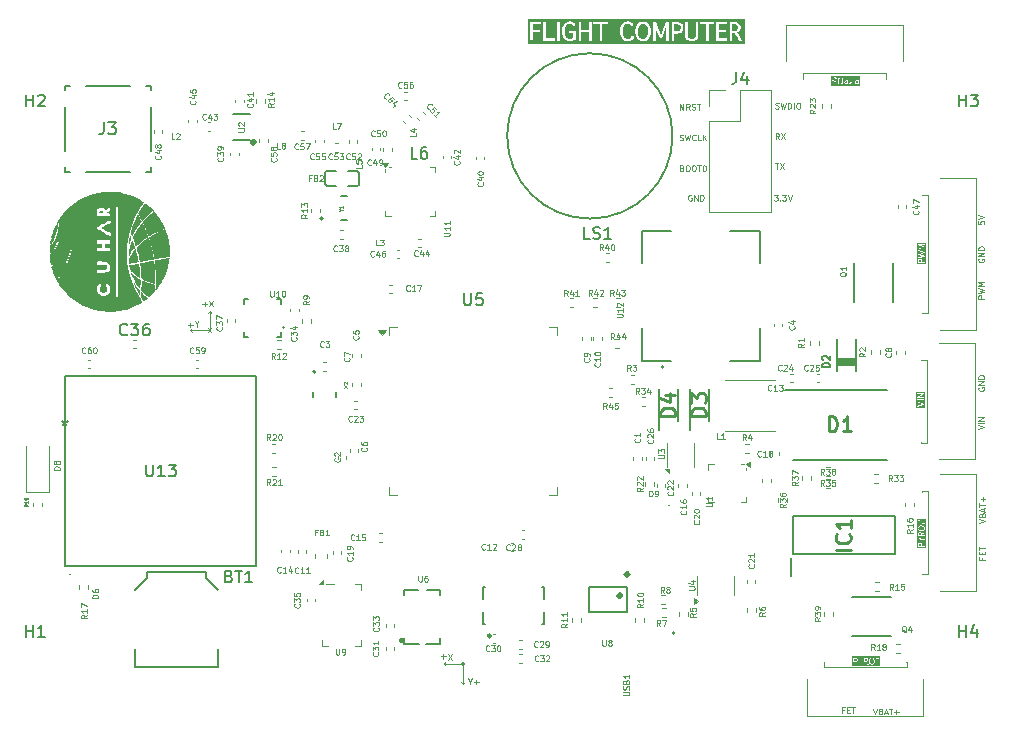
<source format=gbr>
%TF.GenerationSoftware,KiCad,Pcbnew,8.0.4*%
%TF.CreationDate,2025-03-29T22:20:15+07:00*%
%TF.ProjectId,FlightCom,466c6967-6874-4436-9f6d-2e6b69636164,rev?*%
%TF.SameCoordinates,Original*%
%TF.FileFunction,Legend,Top*%
%TF.FilePolarity,Positive*%
%FSLAX46Y46*%
G04 Gerber Fmt 4.6, Leading zero omitted, Abs format (unit mm)*
G04 Created by KiCad (PCBNEW 8.0.4) date 2025-03-29 22:20:15*
%MOMM*%
%LPD*%
G01*
G04 APERTURE LIST*
%ADD10C,0.100000*%
%ADD11C,0.200000*%
%ADD12C,0.187500*%
%ADD13C,0.125000*%
%ADD14C,0.300000*%
%ADD15C,0.150000*%
%ADD16C,0.254000*%
%ADD17C,0.080104*%
%ADD18C,0.075000*%
%ADD19C,0.120000*%
%ADD20C,0.127000*%
%ADD21C,0.250000*%
%ADD22C,0.000000*%
%ADD23C,0.152400*%
%ADD24C,0.010000*%
G04 APERTURE END LIST*
D10*
X165913408Y-112733609D02*
X166080074Y-113233609D01*
X166080074Y-113233609D02*
X166246741Y-112733609D01*
X166580074Y-112971704D02*
X166651502Y-112995514D01*
X166651502Y-112995514D02*
X166675312Y-113019323D01*
X166675312Y-113019323D02*
X166699121Y-113066942D01*
X166699121Y-113066942D02*
X166699121Y-113138371D01*
X166699121Y-113138371D02*
X166675312Y-113185990D01*
X166675312Y-113185990D02*
X166651502Y-113209800D01*
X166651502Y-113209800D02*
X166603883Y-113233609D01*
X166603883Y-113233609D02*
X166413407Y-113233609D01*
X166413407Y-113233609D02*
X166413407Y-112733609D01*
X166413407Y-112733609D02*
X166580074Y-112733609D01*
X166580074Y-112733609D02*
X166627693Y-112757419D01*
X166627693Y-112757419D02*
X166651502Y-112781228D01*
X166651502Y-112781228D02*
X166675312Y-112828847D01*
X166675312Y-112828847D02*
X166675312Y-112876466D01*
X166675312Y-112876466D02*
X166651502Y-112924085D01*
X166651502Y-112924085D02*
X166627693Y-112947895D01*
X166627693Y-112947895D02*
X166580074Y-112971704D01*
X166580074Y-112971704D02*
X166413407Y-112971704D01*
X166889598Y-113090752D02*
X167127693Y-113090752D01*
X166841979Y-113233609D02*
X167008645Y-112733609D01*
X167008645Y-112733609D02*
X167175312Y-113233609D01*
X167270550Y-112733609D02*
X167556264Y-112733609D01*
X167413407Y-113233609D02*
X167413407Y-112733609D01*
X167722930Y-113043133D02*
X168103883Y-113043133D01*
X167913406Y-113233609D02*
X167913406Y-112852657D01*
X163451503Y-112871704D02*
X163284836Y-112871704D01*
X163284836Y-113133609D02*
X163284836Y-112633609D01*
X163284836Y-112633609D02*
X163522931Y-112633609D01*
X163713407Y-112871704D02*
X163880074Y-112871704D01*
X163951502Y-113133609D02*
X163713407Y-113133609D01*
X163713407Y-113133609D02*
X163713407Y-112633609D01*
X163713407Y-112633609D02*
X163951502Y-112633609D01*
X164094360Y-112633609D02*
X164380074Y-112633609D01*
X164237217Y-113133609D02*
X164237217Y-112633609D01*
X175171704Y-99948496D02*
X175171704Y-100115163D01*
X175433609Y-100115163D02*
X174933609Y-100115163D01*
X174933609Y-100115163D02*
X174933609Y-99877068D01*
X175171704Y-99686592D02*
X175171704Y-99519925D01*
X175433609Y-99448497D02*
X175433609Y-99686592D01*
X175433609Y-99686592D02*
X174933609Y-99686592D01*
X174933609Y-99686592D02*
X174933609Y-99448497D01*
X174933609Y-99305639D02*
X174933609Y-99019925D01*
X175433609Y-99162782D02*
X174933609Y-99162782D01*
X174933609Y-96986591D02*
X175433609Y-96819925D01*
X175433609Y-96819925D02*
X174933609Y-96653258D01*
X175171704Y-96319925D02*
X175195514Y-96248497D01*
X175195514Y-96248497D02*
X175219323Y-96224687D01*
X175219323Y-96224687D02*
X175266942Y-96200878D01*
X175266942Y-96200878D02*
X175338371Y-96200878D01*
X175338371Y-96200878D02*
X175385990Y-96224687D01*
X175385990Y-96224687D02*
X175409800Y-96248497D01*
X175409800Y-96248497D02*
X175433609Y-96296116D01*
X175433609Y-96296116D02*
X175433609Y-96486592D01*
X175433609Y-96486592D02*
X174933609Y-96486592D01*
X174933609Y-96486592D02*
X174933609Y-96319925D01*
X174933609Y-96319925D02*
X174957419Y-96272306D01*
X174957419Y-96272306D02*
X174981228Y-96248497D01*
X174981228Y-96248497D02*
X175028847Y-96224687D01*
X175028847Y-96224687D02*
X175076466Y-96224687D01*
X175076466Y-96224687D02*
X175124085Y-96248497D01*
X175124085Y-96248497D02*
X175147895Y-96272306D01*
X175147895Y-96272306D02*
X175171704Y-96319925D01*
X175171704Y-96319925D02*
X175171704Y-96486592D01*
X175290752Y-96010401D02*
X175290752Y-95772306D01*
X175433609Y-96058020D02*
X174933609Y-95891354D01*
X174933609Y-95891354D02*
X175433609Y-95724687D01*
X174933609Y-95629449D02*
X174933609Y-95343735D01*
X175433609Y-95486592D02*
X174933609Y-95486592D01*
X175243133Y-95177069D02*
X175243133Y-94796117D01*
X175433609Y-94986593D02*
X175052657Y-94986593D01*
X174833609Y-89086591D02*
X175333609Y-88919925D01*
X175333609Y-88919925D02*
X174833609Y-88753258D01*
X175333609Y-88586592D02*
X174833609Y-88586592D01*
X175333609Y-88348497D02*
X174833609Y-88348497D01*
X174833609Y-88348497D02*
X175333609Y-88062783D01*
X175333609Y-88062783D02*
X174833609Y-88062783D01*
X174857419Y-85553258D02*
X174833609Y-85600877D01*
X174833609Y-85600877D02*
X174833609Y-85672306D01*
X174833609Y-85672306D02*
X174857419Y-85743734D01*
X174857419Y-85743734D02*
X174905038Y-85791353D01*
X174905038Y-85791353D02*
X174952657Y-85815163D01*
X174952657Y-85815163D02*
X175047895Y-85838972D01*
X175047895Y-85838972D02*
X175119323Y-85838972D01*
X175119323Y-85838972D02*
X175214561Y-85815163D01*
X175214561Y-85815163D02*
X175262180Y-85791353D01*
X175262180Y-85791353D02*
X175309800Y-85743734D01*
X175309800Y-85743734D02*
X175333609Y-85672306D01*
X175333609Y-85672306D02*
X175333609Y-85624687D01*
X175333609Y-85624687D02*
X175309800Y-85553258D01*
X175309800Y-85553258D02*
X175285990Y-85529449D01*
X175285990Y-85529449D02*
X175119323Y-85529449D01*
X175119323Y-85529449D02*
X175119323Y-85624687D01*
X175333609Y-85315163D02*
X174833609Y-85315163D01*
X174833609Y-85315163D02*
X175333609Y-85029449D01*
X175333609Y-85029449D02*
X174833609Y-85029449D01*
X175333609Y-84791353D02*
X174833609Y-84791353D01*
X174833609Y-84791353D02*
X174833609Y-84672305D01*
X174833609Y-84672305D02*
X174857419Y-84600877D01*
X174857419Y-84600877D02*
X174905038Y-84553258D01*
X174905038Y-84553258D02*
X174952657Y-84529448D01*
X174952657Y-84529448D02*
X175047895Y-84505639D01*
X175047895Y-84505639D02*
X175119323Y-84505639D01*
X175119323Y-84505639D02*
X175214561Y-84529448D01*
X175214561Y-84529448D02*
X175262180Y-84553258D01*
X175262180Y-84553258D02*
X175309800Y-84600877D01*
X175309800Y-84600877D02*
X175333609Y-84672305D01*
X175333609Y-84672305D02*
X175333609Y-84791353D01*
X175333609Y-78015163D02*
X174833609Y-78015163D01*
X174833609Y-78015163D02*
X174833609Y-77824687D01*
X174833609Y-77824687D02*
X174857419Y-77777068D01*
X174857419Y-77777068D02*
X174881228Y-77753258D01*
X174881228Y-77753258D02*
X174928847Y-77729449D01*
X174928847Y-77729449D02*
X175000276Y-77729449D01*
X175000276Y-77729449D02*
X175047895Y-77753258D01*
X175047895Y-77753258D02*
X175071704Y-77777068D01*
X175071704Y-77777068D02*
X175095514Y-77824687D01*
X175095514Y-77824687D02*
X175095514Y-78015163D01*
X174833609Y-77562782D02*
X175333609Y-77443734D01*
X175333609Y-77443734D02*
X174976466Y-77348496D01*
X174976466Y-77348496D02*
X175333609Y-77253258D01*
X175333609Y-77253258D02*
X174833609Y-77134211D01*
X175333609Y-76943734D02*
X174833609Y-76943734D01*
X174833609Y-76943734D02*
X175190752Y-76777067D01*
X175190752Y-76777067D02*
X174833609Y-76610401D01*
X174833609Y-76610401D02*
X175333609Y-76610401D01*
X174833609Y-71477068D02*
X174833609Y-71715163D01*
X174833609Y-71715163D02*
X175071704Y-71738972D01*
X175071704Y-71738972D02*
X175047895Y-71715163D01*
X175047895Y-71715163D02*
X175024085Y-71667544D01*
X175024085Y-71667544D02*
X175024085Y-71548496D01*
X175024085Y-71548496D02*
X175047895Y-71500877D01*
X175047895Y-71500877D02*
X175071704Y-71477068D01*
X175071704Y-71477068D02*
X175119323Y-71453258D01*
X175119323Y-71453258D02*
X175238371Y-71453258D01*
X175238371Y-71453258D02*
X175285990Y-71477068D01*
X175285990Y-71477068D02*
X175309800Y-71500877D01*
X175309800Y-71500877D02*
X175333609Y-71548496D01*
X175333609Y-71548496D02*
X175333609Y-71667544D01*
X175333609Y-71667544D02*
X175309800Y-71715163D01*
X175309800Y-71715163D02*
X175285990Y-71738972D01*
X174833609Y-71310401D02*
X175333609Y-71143735D01*
X175333609Y-71143735D02*
X174833609Y-70977068D01*
X174857419Y-74653258D02*
X174833609Y-74700877D01*
X174833609Y-74700877D02*
X174833609Y-74772306D01*
X174833609Y-74772306D02*
X174857419Y-74843734D01*
X174857419Y-74843734D02*
X174905038Y-74891353D01*
X174905038Y-74891353D02*
X174952657Y-74915163D01*
X174952657Y-74915163D02*
X175047895Y-74938972D01*
X175047895Y-74938972D02*
X175119323Y-74938972D01*
X175119323Y-74938972D02*
X175214561Y-74915163D01*
X175214561Y-74915163D02*
X175262180Y-74891353D01*
X175262180Y-74891353D02*
X175309800Y-74843734D01*
X175309800Y-74843734D02*
X175333609Y-74772306D01*
X175333609Y-74772306D02*
X175333609Y-74724687D01*
X175333609Y-74724687D02*
X175309800Y-74653258D01*
X175309800Y-74653258D02*
X175285990Y-74629449D01*
X175285990Y-74629449D02*
X175119323Y-74629449D01*
X175119323Y-74629449D02*
X175119323Y-74724687D01*
X175333609Y-74415163D02*
X174833609Y-74415163D01*
X174833609Y-74415163D02*
X175333609Y-74129449D01*
X175333609Y-74129449D02*
X174833609Y-74129449D01*
X175333609Y-73891353D02*
X174833609Y-73891353D01*
X174833609Y-73891353D02*
X174833609Y-73772305D01*
X174833609Y-73772305D02*
X174857419Y-73700877D01*
X174857419Y-73700877D02*
X174905038Y-73653258D01*
X174905038Y-73653258D02*
X174952657Y-73629448D01*
X174952657Y-73629448D02*
X175047895Y-73605639D01*
X175047895Y-73605639D02*
X175119323Y-73605639D01*
X175119323Y-73605639D02*
X175214561Y-73629448D01*
X175214561Y-73629448D02*
X175262180Y-73653258D01*
X175262180Y-73653258D02*
X175309800Y-73700877D01*
X175309800Y-73700877D02*
X175333609Y-73772305D01*
X175333609Y-73772305D02*
X175333609Y-73891353D01*
X150546741Y-69257419D02*
X150499122Y-69233609D01*
X150499122Y-69233609D02*
X150427693Y-69233609D01*
X150427693Y-69233609D02*
X150356265Y-69257419D01*
X150356265Y-69257419D02*
X150308646Y-69305038D01*
X150308646Y-69305038D02*
X150284836Y-69352657D01*
X150284836Y-69352657D02*
X150261027Y-69447895D01*
X150261027Y-69447895D02*
X150261027Y-69519323D01*
X150261027Y-69519323D02*
X150284836Y-69614561D01*
X150284836Y-69614561D02*
X150308646Y-69662180D01*
X150308646Y-69662180D02*
X150356265Y-69709800D01*
X150356265Y-69709800D02*
X150427693Y-69733609D01*
X150427693Y-69733609D02*
X150475312Y-69733609D01*
X150475312Y-69733609D02*
X150546741Y-69709800D01*
X150546741Y-69709800D02*
X150570550Y-69685990D01*
X150570550Y-69685990D02*
X150570550Y-69519323D01*
X150570550Y-69519323D02*
X150475312Y-69519323D01*
X150784836Y-69733609D02*
X150784836Y-69233609D01*
X150784836Y-69233609D02*
X151070550Y-69733609D01*
X151070550Y-69733609D02*
X151070550Y-69233609D01*
X151308646Y-69733609D02*
X151308646Y-69233609D01*
X151308646Y-69233609D02*
X151427694Y-69233609D01*
X151427694Y-69233609D02*
X151499122Y-69257419D01*
X151499122Y-69257419D02*
X151546741Y-69305038D01*
X151546741Y-69305038D02*
X151570551Y-69352657D01*
X151570551Y-69352657D02*
X151594360Y-69447895D01*
X151594360Y-69447895D02*
X151594360Y-69519323D01*
X151594360Y-69519323D02*
X151570551Y-69614561D01*
X151570551Y-69614561D02*
X151546741Y-69662180D01*
X151546741Y-69662180D02*
X151499122Y-69709800D01*
X151499122Y-69709800D02*
X151427694Y-69733609D01*
X151427694Y-69733609D02*
X151308646Y-69733609D01*
X149751503Y-66971704D02*
X149822931Y-66995514D01*
X149822931Y-66995514D02*
X149846741Y-67019323D01*
X149846741Y-67019323D02*
X149870550Y-67066942D01*
X149870550Y-67066942D02*
X149870550Y-67138371D01*
X149870550Y-67138371D02*
X149846741Y-67185990D01*
X149846741Y-67185990D02*
X149822931Y-67209800D01*
X149822931Y-67209800D02*
X149775312Y-67233609D01*
X149775312Y-67233609D02*
X149584836Y-67233609D01*
X149584836Y-67233609D02*
X149584836Y-66733609D01*
X149584836Y-66733609D02*
X149751503Y-66733609D01*
X149751503Y-66733609D02*
X149799122Y-66757419D01*
X149799122Y-66757419D02*
X149822931Y-66781228D01*
X149822931Y-66781228D02*
X149846741Y-66828847D01*
X149846741Y-66828847D02*
X149846741Y-66876466D01*
X149846741Y-66876466D02*
X149822931Y-66924085D01*
X149822931Y-66924085D02*
X149799122Y-66947895D01*
X149799122Y-66947895D02*
X149751503Y-66971704D01*
X149751503Y-66971704D02*
X149584836Y-66971704D01*
X150180074Y-66733609D02*
X150275312Y-66733609D01*
X150275312Y-66733609D02*
X150322931Y-66757419D01*
X150322931Y-66757419D02*
X150370550Y-66805038D01*
X150370550Y-66805038D02*
X150394360Y-66900276D01*
X150394360Y-66900276D02*
X150394360Y-67066942D01*
X150394360Y-67066942D02*
X150370550Y-67162180D01*
X150370550Y-67162180D02*
X150322931Y-67209800D01*
X150322931Y-67209800D02*
X150275312Y-67233609D01*
X150275312Y-67233609D02*
X150180074Y-67233609D01*
X150180074Y-67233609D02*
X150132455Y-67209800D01*
X150132455Y-67209800D02*
X150084836Y-67162180D01*
X150084836Y-67162180D02*
X150061027Y-67066942D01*
X150061027Y-67066942D02*
X150061027Y-66900276D01*
X150061027Y-66900276D02*
X150084836Y-66805038D01*
X150084836Y-66805038D02*
X150132455Y-66757419D01*
X150132455Y-66757419D02*
X150180074Y-66733609D01*
X150703884Y-66733609D02*
X150799122Y-66733609D01*
X150799122Y-66733609D02*
X150846741Y-66757419D01*
X150846741Y-66757419D02*
X150894360Y-66805038D01*
X150894360Y-66805038D02*
X150918170Y-66900276D01*
X150918170Y-66900276D02*
X150918170Y-67066942D01*
X150918170Y-67066942D02*
X150894360Y-67162180D01*
X150894360Y-67162180D02*
X150846741Y-67209800D01*
X150846741Y-67209800D02*
X150799122Y-67233609D01*
X150799122Y-67233609D02*
X150703884Y-67233609D01*
X150703884Y-67233609D02*
X150656265Y-67209800D01*
X150656265Y-67209800D02*
X150608646Y-67162180D01*
X150608646Y-67162180D02*
X150584837Y-67066942D01*
X150584837Y-67066942D02*
X150584837Y-66900276D01*
X150584837Y-66900276D02*
X150608646Y-66805038D01*
X150608646Y-66805038D02*
X150656265Y-66757419D01*
X150656265Y-66757419D02*
X150703884Y-66733609D01*
X151061028Y-66733609D02*
X151346742Y-66733609D01*
X151203885Y-67233609D02*
X151203885Y-66733609D01*
X151608646Y-66733609D02*
X151656265Y-66733609D01*
X151656265Y-66733609D02*
X151703884Y-66757419D01*
X151703884Y-66757419D02*
X151727694Y-66781228D01*
X151727694Y-66781228D02*
X151751503Y-66828847D01*
X151751503Y-66828847D02*
X151775313Y-66924085D01*
X151775313Y-66924085D02*
X151775313Y-67043133D01*
X151775313Y-67043133D02*
X151751503Y-67138371D01*
X151751503Y-67138371D02*
X151727694Y-67185990D01*
X151727694Y-67185990D02*
X151703884Y-67209800D01*
X151703884Y-67209800D02*
X151656265Y-67233609D01*
X151656265Y-67233609D02*
X151608646Y-67233609D01*
X151608646Y-67233609D02*
X151561027Y-67209800D01*
X151561027Y-67209800D02*
X151537218Y-67185990D01*
X151537218Y-67185990D02*
X151513408Y-67138371D01*
X151513408Y-67138371D02*
X151489599Y-67043133D01*
X151489599Y-67043133D02*
X151489599Y-66924085D01*
X151489599Y-66924085D02*
X151513408Y-66828847D01*
X151513408Y-66828847D02*
X151537218Y-66781228D01*
X151537218Y-66781228D02*
X151561027Y-66757419D01*
X151561027Y-66757419D02*
X151608646Y-66733609D01*
X149584836Y-62033609D02*
X149584836Y-61533609D01*
X149584836Y-61533609D02*
X149870550Y-62033609D01*
X149870550Y-62033609D02*
X149870550Y-61533609D01*
X150394360Y-62033609D02*
X150227694Y-61795514D01*
X150108646Y-62033609D02*
X150108646Y-61533609D01*
X150108646Y-61533609D02*
X150299122Y-61533609D01*
X150299122Y-61533609D02*
X150346741Y-61557419D01*
X150346741Y-61557419D02*
X150370551Y-61581228D01*
X150370551Y-61581228D02*
X150394360Y-61628847D01*
X150394360Y-61628847D02*
X150394360Y-61700276D01*
X150394360Y-61700276D02*
X150370551Y-61747895D01*
X150370551Y-61747895D02*
X150346741Y-61771704D01*
X150346741Y-61771704D02*
X150299122Y-61795514D01*
X150299122Y-61795514D02*
X150108646Y-61795514D01*
X150584837Y-62009800D02*
X150656265Y-62033609D01*
X150656265Y-62033609D02*
X150775313Y-62033609D01*
X150775313Y-62033609D02*
X150822932Y-62009800D01*
X150822932Y-62009800D02*
X150846741Y-61985990D01*
X150846741Y-61985990D02*
X150870551Y-61938371D01*
X150870551Y-61938371D02*
X150870551Y-61890752D01*
X150870551Y-61890752D02*
X150846741Y-61843133D01*
X150846741Y-61843133D02*
X150822932Y-61819323D01*
X150822932Y-61819323D02*
X150775313Y-61795514D01*
X150775313Y-61795514D02*
X150680075Y-61771704D01*
X150680075Y-61771704D02*
X150632456Y-61747895D01*
X150632456Y-61747895D02*
X150608646Y-61724085D01*
X150608646Y-61724085D02*
X150584837Y-61676466D01*
X150584837Y-61676466D02*
X150584837Y-61628847D01*
X150584837Y-61628847D02*
X150608646Y-61581228D01*
X150608646Y-61581228D02*
X150632456Y-61557419D01*
X150632456Y-61557419D02*
X150680075Y-61533609D01*
X150680075Y-61533609D02*
X150799122Y-61533609D01*
X150799122Y-61533609D02*
X150870551Y-61557419D01*
X151013408Y-61533609D02*
X151299122Y-61533609D01*
X151156265Y-62033609D02*
X151156265Y-61533609D01*
X149561027Y-64609800D02*
X149632455Y-64633609D01*
X149632455Y-64633609D02*
X149751503Y-64633609D01*
X149751503Y-64633609D02*
X149799122Y-64609800D01*
X149799122Y-64609800D02*
X149822931Y-64585990D01*
X149822931Y-64585990D02*
X149846741Y-64538371D01*
X149846741Y-64538371D02*
X149846741Y-64490752D01*
X149846741Y-64490752D02*
X149822931Y-64443133D01*
X149822931Y-64443133D02*
X149799122Y-64419323D01*
X149799122Y-64419323D02*
X149751503Y-64395514D01*
X149751503Y-64395514D02*
X149656265Y-64371704D01*
X149656265Y-64371704D02*
X149608646Y-64347895D01*
X149608646Y-64347895D02*
X149584836Y-64324085D01*
X149584836Y-64324085D02*
X149561027Y-64276466D01*
X149561027Y-64276466D02*
X149561027Y-64228847D01*
X149561027Y-64228847D02*
X149584836Y-64181228D01*
X149584836Y-64181228D02*
X149608646Y-64157419D01*
X149608646Y-64157419D02*
X149656265Y-64133609D01*
X149656265Y-64133609D02*
X149775312Y-64133609D01*
X149775312Y-64133609D02*
X149846741Y-64157419D01*
X150013407Y-64133609D02*
X150132455Y-64633609D01*
X150132455Y-64633609D02*
X150227693Y-64276466D01*
X150227693Y-64276466D02*
X150322931Y-64633609D01*
X150322931Y-64633609D02*
X150441979Y-64133609D01*
X150918169Y-64585990D02*
X150894360Y-64609800D01*
X150894360Y-64609800D02*
X150822931Y-64633609D01*
X150822931Y-64633609D02*
X150775312Y-64633609D01*
X150775312Y-64633609D02*
X150703884Y-64609800D01*
X150703884Y-64609800D02*
X150656265Y-64562180D01*
X150656265Y-64562180D02*
X150632455Y-64514561D01*
X150632455Y-64514561D02*
X150608646Y-64419323D01*
X150608646Y-64419323D02*
X150608646Y-64347895D01*
X150608646Y-64347895D02*
X150632455Y-64252657D01*
X150632455Y-64252657D02*
X150656265Y-64205038D01*
X150656265Y-64205038D02*
X150703884Y-64157419D01*
X150703884Y-64157419D02*
X150775312Y-64133609D01*
X150775312Y-64133609D02*
X150822931Y-64133609D01*
X150822931Y-64133609D02*
X150894360Y-64157419D01*
X150894360Y-64157419D02*
X150918169Y-64181228D01*
X151370550Y-64633609D02*
X151132455Y-64633609D01*
X151132455Y-64633609D02*
X151132455Y-64133609D01*
X151537217Y-64633609D02*
X151537217Y-64133609D01*
X151822931Y-64633609D02*
X151608646Y-64347895D01*
X151822931Y-64133609D02*
X151537217Y-64419323D01*
X157661027Y-61909800D02*
X157732455Y-61933609D01*
X157732455Y-61933609D02*
X157851503Y-61933609D01*
X157851503Y-61933609D02*
X157899122Y-61909800D01*
X157899122Y-61909800D02*
X157922931Y-61885990D01*
X157922931Y-61885990D02*
X157946741Y-61838371D01*
X157946741Y-61838371D02*
X157946741Y-61790752D01*
X157946741Y-61790752D02*
X157922931Y-61743133D01*
X157922931Y-61743133D02*
X157899122Y-61719323D01*
X157899122Y-61719323D02*
X157851503Y-61695514D01*
X157851503Y-61695514D02*
X157756265Y-61671704D01*
X157756265Y-61671704D02*
X157708646Y-61647895D01*
X157708646Y-61647895D02*
X157684836Y-61624085D01*
X157684836Y-61624085D02*
X157661027Y-61576466D01*
X157661027Y-61576466D02*
X157661027Y-61528847D01*
X157661027Y-61528847D02*
X157684836Y-61481228D01*
X157684836Y-61481228D02*
X157708646Y-61457419D01*
X157708646Y-61457419D02*
X157756265Y-61433609D01*
X157756265Y-61433609D02*
X157875312Y-61433609D01*
X157875312Y-61433609D02*
X157946741Y-61457419D01*
X158113407Y-61433609D02*
X158232455Y-61933609D01*
X158232455Y-61933609D02*
X158327693Y-61576466D01*
X158327693Y-61576466D02*
X158422931Y-61933609D01*
X158422931Y-61933609D02*
X158541979Y-61433609D01*
X158732455Y-61933609D02*
X158732455Y-61433609D01*
X158732455Y-61433609D02*
X158851503Y-61433609D01*
X158851503Y-61433609D02*
X158922931Y-61457419D01*
X158922931Y-61457419D02*
X158970550Y-61505038D01*
X158970550Y-61505038D02*
X158994360Y-61552657D01*
X158994360Y-61552657D02*
X159018169Y-61647895D01*
X159018169Y-61647895D02*
X159018169Y-61719323D01*
X159018169Y-61719323D02*
X158994360Y-61814561D01*
X158994360Y-61814561D02*
X158970550Y-61862180D01*
X158970550Y-61862180D02*
X158922931Y-61909800D01*
X158922931Y-61909800D02*
X158851503Y-61933609D01*
X158851503Y-61933609D02*
X158732455Y-61933609D01*
X159232455Y-61933609D02*
X159232455Y-61433609D01*
X159565788Y-61433609D02*
X159661026Y-61433609D01*
X159661026Y-61433609D02*
X159708645Y-61457419D01*
X159708645Y-61457419D02*
X159756264Y-61505038D01*
X159756264Y-61505038D02*
X159780074Y-61600276D01*
X159780074Y-61600276D02*
X159780074Y-61766942D01*
X159780074Y-61766942D02*
X159756264Y-61862180D01*
X159756264Y-61862180D02*
X159708645Y-61909800D01*
X159708645Y-61909800D02*
X159661026Y-61933609D01*
X159661026Y-61933609D02*
X159565788Y-61933609D01*
X159565788Y-61933609D02*
X159518169Y-61909800D01*
X159518169Y-61909800D02*
X159470550Y-61862180D01*
X159470550Y-61862180D02*
X159446741Y-61766942D01*
X159446741Y-61766942D02*
X159446741Y-61600276D01*
X159446741Y-61600276D02*
X159470550Y-61505038D01*
X159470550Y-61505038D02*
X159518169Y-61457419D01*
X159518169Y-61457419D02*
X159565788Y-61433609D01*
X157970550Y-64533609D02*
X157803884Y-64295514D01*
X157684836Y-64533609D02*
X157684836Y-64033609D01*
X157684836Y-64033609D02*
X157875312Y-64033609D01*
X157875312Y-64033609D02*
X157922931Y-64057419D01*
X157922931Y-64057419D02*
X157946741Y-64081228D01*
X157946741Y-64081228D02*
X157970550Y-64128847D01*
X157970550Y-64128847D02*
X157970550Y-64200276D01*
X157970550Y-64200276D02*
X157946741Y-64247895D01*
X157946741Y-64247895D02*
X157922931Y-64271704D01*
X157922931Y-64271704D02*
X157875312Y-64295514D01*
X157875312Y-64295514D02*
X157684836Y-64295514D01*
X158137217Y-64033609D02*
X158470550Y-64533609D01*
X158470550Y-64033609D02*
X158137217Y-64533609D01*
X157613408Y-66533609D02*
X157899122Y-66533609D01*
X157756265Y-67033609D02*
X157756265Y-66533609D01*
X158018169Y-66533609D02*
X158351502Y-67033609D01*
X158351502Y-66533609D02*
X158018169Y-67033609D01*
X157537217Y-69233609D02*
X157846741Y-69233609D01*
X157846741Y-69233609D02*
X157680074Y-69424085D01*
X157680074Y-69424085D02*
X157751503Y-69424085D01*
X157751503Y-69424085D02*
X157799122Y-69447895D01*
X157799122Y-69447895D02*
X157822931Y-69471704D01*
X157822931Y-69471704D02*
X157846741Y-69519323D01*
X157846741Y-69519323D02*
X157846741Y-69638371D01*
X157846741Y-69638371D02*
X157822931Y-69685990D01*
X157822931Y-69685990D02*
X157799122Y-69709800D01*
X157799122Y-69709800D02*
X157751503Y-69733609D01*
X157751503Y-69733609D02*
X157608646Y-69733609D01*
X157608646Y-69733609D02*
X157561027Y-69709800D01*
X157561027Y-69709800D02*
X157537217Y-69685990D01*
X158061026Y-69685990D02*
X158084836Y-69709800D01*
X158084836Y-69709800D02*
X158061026Y-69733609D01*
X158061026Y-69733609D02*
X158037217Y-69709800D01*
X158037217Y-69709800D02*
X158061026Y-69685990D01*
X158061026Y-69685990D02*
X158061026Y-69733609D01*
X158251502Y-69233609D02*
X158561026Y-69233609D01*
X158561026Y-69233609D02*
X158394359Y-69424085D01*
X158394359Y-69424085D02*
X158465788Y-69424085D01*
X158465788Y-69424085D02*
X158513407Y-69447895D01*
X158513407Y-69447895D02*
X158537216Y-69471704D01*
X158537216Y-69471704D02*
X158561026Y-69519323D01*
X158561026Y-69519323D02*
X158561026Y-69638371D01*
X158561026Y-69638371D02*
X158537216Y-69685990D01*
X158537216Y-69685990D02*
X158513407Y-69709800D01*
X158513407Y-69709800D02*
X158465788Y-69733609D01*
X158465788Y-69733609D02*
X158322931Y-69733609D01*
X158322931Y-69733609D02*
X158275312Y-69709800D01*
X158275312Y-69709800D02*
X158251502Y-69685990D01*
X158703883Y-69233609D02*
X158870549Y-69733609D01*
X158870549Y-69733609D02*
X159037216Y-69233609D01*
X108125000Y-80700000D02*
X108275000Y-80550000D01*
X129575000Y-108925000D02*
X129725000Y-108775000D01*
X131200000Y-108950000D02*
X131200000Y-110550000D01*
X109750000Y-79050000D02*
X109900000Y-79200000D01*
X108275000Y-80850000D02*
X108125000Y-80700000D01*
X131200000Y-108925000D02*
X129575000Y-108925000D01*
X131362500Y-110470000D02*
X131212500Y-110620000D01*
X131212500Y-110620000D02*
X131062500Y-110470000D01*
X131212500Y-110620000D02*
X131362500Y-110470000D01*
X109750000Y-80675000D02*
X109750000Y-79050000D01*
X109600000Y-79200000D02*
X109750000Y-79050000D01*
X109750000Y-80700000D02*
X108125000Y-80700000D01*
X129725000Y-109075000D02*
X129575000Y-108925000D01*
X129575000Y-108925000D02*
X129725000Y-109075000D01*
D11*
X131341421Y-108950000D02*
G75*
G02*
X131058579Y-108950000I-141421J0D01*
G01*
X131058579Y-108950000D02*
G75*
G02*
X131341421Y-108950000I141421J0D01*
G01*
D12*
G36*
X165856865Y-108472625D02*
G01*
X165893747Y-108484762D01*
X165925412Y-108507304D01*
X165949180Y-108536075D01*
X165963997Y-108562275D01*
X165977408Y-108596732D01*
X165986647Y-108635380D01*
X165991245Y-108671841D01*
X165992778Y-108711380D01*
X165992096Y-108738125D01*
X165988520Y-108775666D01*
X165980473Y-108815557D01*
X165968254Y-108851240D01*
X165949180Y-108886869D01*
X165934808Y-108905814D01*
X165904882Y-108931824D01*
X165869739Y-108947429D01*
X165829379Y-108952631D01*
X165801818Y-108950319D01*
X165764799Y-108938181D01*
X165732968Y-108915640D01*
X165709028Y-108886869D01*
X165694150Y-108860662D01*
X165680682Y-108826181D01*
X165671405Y-108787493D01*
X165666787Y-108750982D01*
X165665248Y-108711380D01*
X165665932Y-108684679D01*
X165669523Y-108647191D01*
X165677604Y-108607347D01*
X165689874Y-108571693D01*
X165709028Y-108536075D01*
X165723510Y-108517130D01*
X165753613Y-108491120D01*
X165788902Y-108475515D01*
X165829379Y-108470313D01*
X165856865Y-108472625D01*
G37*
G36*
X164453813Y-108496355D02*
G01*
X164491232Y-108503008D01*
X164523840Y-108522336D01*
X164542278Y-108555819D01*
X164547471Y-108593777D01*
X164546434Y-108612820D01*
X164537073Y-108650413D01*
X164517978Y-108682987D01*
X164501893Y-108697334D01*
X164467876Y-108711716D01*
X164431311Y-108718045D01*
X164392498Y-108719807D01*
X164348535Y-108719807D01*
X164348535Y-108495409D01*
X164428585Y-108495409D01*
X164453813Y-108496355D01*
G37*
G36*
X165347396Y-108497646D02*
G01*
X165382415Y-108508964D01*
X165389761Y-108514217D01*
X165413556Y-108542486D01*
X165417696Y-108551574D01*
X165424180Y-108588465D01*
X165422578Y-108608143D01*
X165410625Y-108643786D01*
X165402246Y-108657418D01*
X165373988Y-108683170D01*
X165343261Y-108693461D01*
X165305845Y-108696359D01*
X165237334Y-108696359D01*
X165237334Y-108495409D01*
X165311157Y-108495409D01*
X165347396Y-108497646D01*
G37*
G36*
X166494657Y-109115075D02*
G01*
X164172353Y-109115075D01*
X164172353Y-108719807D01*
X164266103Y-108719807D01*
X164266103Y-109011250D01*
X164348535Y-109011250D01*
X164348535Y-108788500D01*
X164411549Y-108788500D01*
X164431412Y-108788001D01*
X164468318Y-108784008D01*
X164506621Y-108774303D01*
X164544127Y-108756558D01*
X164574948Y-108731714D01*
X164598991Y-108701626D01*
X164616164Y-108668149D01*
X164626468Y-108631284D01*
X164629903Y-108591030D01*
X164629437Y-108575759D01*
X164623875Y-108538859D01*
X164610852Y-108503652D01*
X164608396Y-108499006D01*
X164585285Y-108468676D01*
X164553882Y-108446316D01*
X164540771Y-108440669D01*
X164503049Y-108431615D01*
X164496123Y-108430928D01*
X164641993Y-108430928D01*
X164829571Y-108739224D01*
X164829571Y-109011250D01*
X164912003Y-109011250D01*
X164912003Y-108739224D01*
X164937880Y-108696359D01*
X165154903Y-108696359D01*
X165154903Y-109011250D01*
X165237334Y-109011250D01*
X165237334Y-108765053D01*
X165306211Y-108765053D01*
X165308887Y-108767494D01*
X165336488Y-108796265D01*
X165358648Y-108825463D01*
X165378018Y-108857560D01*
X165458435Y-109011250D01*
X165552225Y-109011250D01*
X165460633Y-108833196D01*
X165456877Y-108826237D01*
X165437919Y-108793995D01*
X165415571Y-108763404D01*
X165398168Y-108748750D01*
X165429668Y-108732161D01*
X165453599Y-108711564D01*
X165582816Y-108711564D01*
X165584489Y-108756180D01*
X165589506Y-108797523D01*
X165597869Y-108835593D01*
X165609578Y-108870388D01*
X165628043Y-108907822D01*
X165651326Y-108940541D01*
X165655648Y-108945511D01*
X165683236Y-108972018D01*
X165713672Y-108992845D01*
X165752778Y-109009964D01*
X165789380Y-109018484D01*
X165828830Y-109021325D01*
X165835591Y-109021246D01*
X165874514Y-109017459D01*
X165910617Y-109007992D01*
X165949172Y-108989769D01*
X165979163Y-108967995D01*
X166006333Y-108940541D01*
X166029740Y-108907822D01*
X166048305Y-108870388D01*
X166060076Y-108835593D01*
X166068483Y-108797523D01*
X166073528Y-108756180D01*
X166075210Y-108711564D01*
X166073528Y-108666947D01*
X166068483Y-108625604D01*
X166060076Y-108587535D01*
X166048305Y-108552739D01*
X166029740Y-108515305D01*
X166006333Y-108482586D01*
X166004899Y-108480937D01*
X166207101Y-108480937D01*
X166207101Y-108557507D01*
X166318475Y-108511162D01*
X166318475Y-109011250D01*
X166400907Y-109011250D01*
X166400907Y-108425067D01*
X166323055Y-108425067D01*
X166207101Y-108480937D01*
X166004899Y-108480937D01*
X166002001Y-108477605D01*
X165974360Y-108451037D01*
X165943899Y-108430163D01*
X165904796Y-108413005D01*
X165868223Y-108404466D01*
X165828830Y-108401619D01*
X165822057Y-108401698D01*
X165783082Y-108405494D01*
X165746954Y-108414982D01*
X165708402Y-108433247D01*
X165678441Y-108455070D01*
X165651326Y-108482586D01*
X165628043Y-108515305D01*
X165609578Y-108552739D01*
X165597869Y-108587535D01*
X165589506Y-108625604D01*
X165584489Y-108666947D01*
X165582823Y-108711380D01*
X165582816Y-108711564D01*
X165453599Y-108711564D01*
X165458069Y-108707717D01*
X165476266Y-108683834D01*
X165493789Y-108649831D01*
X165502555Y-108621326D01*
X165506612Y-108583336D01*
X165506536Y-108577978D01*
X165501080Y-108539252D01*
X165487012Y-108503102D01*
X165485773Y-108500784D01*
X165463931Y-108470221D01*
X165433889Y-108446316D01*
X165409771Y-108435980D01*
X165372471Y-108428629D01*
X165334421Y-108426715D01*
X165154903Y-108426715D01*
X165154903Y-108696359D01*
X164937880Y-108696359D01*
X165098116Y-108430928D01*
X165013120Y-108430928D01*
X164877931Y-108654960D01*
X164741277Y-108430928D01*
X164641993Y-108430928D01*
X164496123Y-108430928D01*
X164463105Y-108427653D01*
X164426387Y-108426715D01*
X164266103Y-108426715D01*
X164266103Y-108719807D01*
X164172353Y-108719807D01*
X164172353Y-108307869D01*
X166494657Y-108307869D01*
X166494657Y-109115075D01*
G37*
G36*
X169912820Y-74724570D02*
G01*
X169950413Y-74733931D01*
X169982987Y-74753026D01*
X169997334Y-74769111D01*
X170011716Y-74803128D01*
X170018045Y-74839693D01*
X170019807Y-74878506D01*
X170019807Y-74922469D01*
X169795409Y-74922469D01*
X169795409Y-74842419D01*
X169796355Y-74817191D01*
X169803008Y-74779772D01*
X169822336Y-74747164D01*
X169855819Y-74728726D01*
X169893777Y-74723533D01*
X169912820Y-74724570D01*
G37*
G36*
X170405000Y-75098651D02*
G01*
X169631317Y-75098651D01*
X169631317Y-74844617D01*
X169726715Y-74844617D01*
X169726715Y-75004901D01*
X170311250Y-75004901D01*
X170311250Y-74922469D01*
X170088500Y-74922469D01*
X170088500Y-74859455D01*
X170088001Y-74839592D01*
X170084008Y-74802686D01*
X170074303Y-74764383D01*
X170056558Y-74726877D01*
X170031714Y-74696056D01*
X170001626Y-74672013D01*
X169968149Y-74654840D01*
X169931284Y-74644536D01*
X169891030Y-74641101D01*
X169875759Y-74641567D01*
X169838859Y-74647129D01*
X169803652Y-74660152D01*
X169799006Y-74662608D01*
X169768676Y-74685719D01*
X169746316Y-74717122D01*
X169740669Y-74730233D01*
X169731615Y-74767955D01*
X169727653Y-74807899D01*
X169726771Y-74842419D01*
X169726715Y-74844617D01*
X169631317Y-74844617D01*
X169631317Y-74014619D01*
X169730928Y-74014619D01*
X170137043Y-74108408D01*
X170189686Y-74116333D01*
X170136860Y-74123795D01*
X169730928Y-74225828D01*
X169730928Y-74307893D01*
X170135761Y-74412490D01*
X170191452Y-74420644D01*
X170135944Y-74428793D01*
X169730928Y-74520018D01*
X169730928Y-74602267D01*
X170311250Y-74471475D01*
X170311250Y-74387394D01*
X169899273Y-74280050D01*
X169843084Y-74271121D01*
X169899273Y-74261731D01*
X170311250Y-74156035D01*
X170311250Y-74071955D01*
X169730928Y-73938048D01*
X169730928Y-74014619D01*
X169631317Y-74014619D01*
X169631317Y-73459210D01*
X169725067Y-73459210D01*
X170125686Y-73615648D01*
X169725067Y-73785824D01*
X169725067Y-73864776D01*
X170311250Y-73864776D01*
X170311250Y-73794434D01*
X169962288Y-73794434D01*
X169869048Y-73800295D01*
X169964486Y-73772635D01*
X170225337Y-73662176D01*
X170225337Y-73580477D01*
X169965402Y-73480643D01*
X169869364Y-73450523D01*
X169963020Y-73454448D01*
X170311250Y-73454448D01*
X170311250Y-73372016D01*
X169725067Y-73372016D01*
X169725067Y-73459210D01*
X169631317Y-73459210D01*
X169631317Y-73278266D01*
X170405000Y-73278266D01*
X170405000Y-75098651D01*
G37*
G36*
X170305000Y-87309608D02*
G01*
X169531317Y-87309608D01*
X169531317Y-86760284D01*
X169630928Y-86760284D01*
X170097493Y-86947862D01*
X169630928Y-87123534D01*
X169630928Y-87215858D01*
X170211250Y-86996222D01*
X170211250Y-86914340D01*
X169630928Y-86679500D01*
X169630928Y-86760284D01*
X169531317Y-86760284D01*
X169531317Y-86624546D01*
X169625067Y-86624546D01*
X170211250Y-86624546D01*
X170211250Y-86542114D01*
X169625067Y-86542114D01*
X169625067Y-86624546D01*
X169531317Y-86624546D01*
X169531317Y-86092585D01*
X169625067Y-86092585D01*
X170039608Y-86092585D01*
X170060307Y-86092585D01*
X170036127Y-86104675D01*
X169625067Y-86358932D01*
X169625067Y-86444295D01*
X170211250Y-86444295D01*
X170211250Y-86361863D01*
X169795243Y-86361863D01*
X169773994Y-86361863D01*
X169798174Y-86349773D01*
X170211250Y-86094600D01*
X170211250Y-86010153D01*
X169625067Y-86010153D01*
X169625067Y-86092585D01*
X169531317Y-86092585D01*
X169531317Y-85916403D01*
X170305000Y-85916403D01*
X170305000Y-87309608D01*
G37*
D10*
X107934836Y-80243133D02*
X108315789Y-80243133D01*
X108125312Y-80433609D02*
X108125312Y-80052657D01*
X108649122Y-80195514D02*
X108649122Y-80433609D01*
X108482456Y-79933609D02*
X108649122Y-80195514D01*
X108649122Y-80195514D02*
X108815789Y-79933609D01*
X109134836Y-78493133D02*
X109515789Y-78493133D01*
X109325312Y-78683609D02*
X109325312Y-78302657D01*
X109706265Y-78183609D02*
X110039598Y-78683609D01*
X110039598Y-78183609D02*
X109706265Y-78683609D01*
D12*
G36*
X169912820Y-98753565D02*
G01*
X169950413Y-98762926D01*
X169982987Y-98782021D01*
X169997334Y-98798106D01*
X170011716Y-98832123D01*
X170018045Y-98868688D01*
X170019807Y-98907501D01*
X170019807Y-98951464D01*
X169795409Y-98951464D01*
X169795409Y-98871414D01*
X169796355Y-98846186D01*
X169803008Y-98808767D01*
X169822336Y-98776159D01*
X169855819Y-98757721D01*
X169893777Y-98752528D01*
X169912820Y-98753565D01*
G37*
G36*
X169908143Y-97877421D02*
G01*
X169943786Y-97889374D01*
X169957418Y-97897753D01*
X169983170Y-97926011D01*
X169993461Y-97956738D01*
X169996359Y-97994154D01*
X169996359Y-98062665D01*
X169795409Y-98062665D01*
X169795409Y-97988842D01*
X169797646Y-97952603D01*
X169808964Y-97917584D01*
X169814217Y-97910238D01*
X169842486Y-97886443D01*
X169851574Y-97882303D01*
X169888465Y-97875819D01*
X169908143Y-97877421D01*
G37*
G36*
X170038125Y-97307903D02*
G01*
X170075666Y-97311479D01*
X170115557Y-97319526D01*
X170151240Y-97331745D01*
X170186869Y-97350819D01*
X170205814Y-97365191D01*
X170231824Y-97395117D01*
X170247429Y-97430260D01*
X170252631Y-97470620D01*
X170250319Y-97498181D01*
X170238181Y-97535200D01*
X170215640Y-97567031D01*
X170186869Y-97590971D01*
X170160662Y-97605849D01*
X170126181Y-97619317D01*
X170087493Y-97628594D01*
X170050982Y-97633212D01*
X170011380Y-97634751D01*
X169984679Y-97634067D01*
X169947191Y-97630476D01*
X169907347Y-97622395D01*
X169871693Y-97610125D01*
X169836075Y-97590971D01*
X169817130Y-97576489D01*
X169791120Y-97546386D01*
X169775515Y-97511097D01*
X169770313Y-97470620D01*
X169772625Y-97443134D01*
X169784762Y-97406252D01*
X169807304Y-97374587D01*
X169836075Y-97350819D01*
X169862275Y-97336002D01*
X169896732Y-97322591D01*
X169935380Y-97313352D01*
X169971841Y-97308754D01*
X170011380Y-97307221D01*
X170038125Y-97307903D01*
G37*
G36*
X170415075Y-99127646D02*
G01*
X169607869Y-99127646D01*
X169607869Y-98873612D01*
X169726715Y-98873612D01*
X169726715Y-99033896D01*
X170311250Y-99033896D01*
X170311250Y-98951464D01*
X170088500Y-98951464D01*
X170088500Y-98888450D01*
X170088001Y-98868587D01*
X170084008Y-98831681D01*
X170074303Y-98793378D01*
X170056558Y-98755872D01*
X170031714Y-98725051D01*
X170001626Y-98701008D01*
X169968149Y-98683835D01*
X169931284Y-98673531D01*
X169891030Y-98670096D01*
X169875759Y-98670562D01*
X169838859Y-98676124D01*
X169803652Y-98689147D01*
X169799006Y-98691603D01*
X169768676Y-98714714D01*
X169746316Y-98746117D01*
X169740669Y-98759228D01*
X169731615Y-98796950D01*
X169727653Y-98836894D01*
X169726771Y-98871414D01*
X169726715Y-98873612D01*
X169607869Y-98873612D01*
X169607869Y-98286879D01*
X169730928Y-98286879D01*
X169954960Y-98422068D01*
X169730928Y-98558722D01*
X169730928Y-98658006D01*
X170039224Y-98470428D01*
X170311250Y-98470428D01*
X170311250Y-98387996D01*
X170039224Y-98387996D01*
X169730928Y-98201883D01*
X169730928Y-98286879D01*
X169607869Y-98286879D01*
X169607869Y-97965578D01*
X169726715Y-97965578D01*
X169726715Y-97988842D01*
X169726715Y-98145096D01*
X170311250Y-98145096D01*
X170311250Y-98062665D01*
X170065053Y-98062665D01*
X170065053Y-97993788D01*
X170067494Y-97991112D01*
X170096265Y-97963511D01*
X170125463Y-97941351D01*
X170157560Y-97921981D01*
X170311250Y-97841564D01*
X170311250Y-97747774D01*
X170133196Y-97839366D01*
X170126237Y-97843122D01*
X170093995Y-97862080D01*
X170063404Y-97884428D01*
X170048750Y-97901831D01*
X170032161Y-97870331D01*
X170007717Y-97841930D01*
X169983834Y-97823733D01*
X169949831Y-97806210D01*
X169921326Y-97797444D01*
X169883336Y-97793387D01*
X169877978Y-97793463D01*
X169839252Y-97798919D01*
X169803102Y-97812987D01*
X169800784Y-97814226D01*
X169770221Y-97836068D01*
X169746316Y-97866110D01*
X169735980Y-97890228D01*
X169728629Y-97927528D01*
X169726715Y-97965578D01*
X169607869Y-97965578D01*
X169607869Y-97471169D01*
X169701619Y-97471169D01*
X169701698Y-97477942D01*
X169705494Y-97516917D01*
X169714982Y-97553045D01*
X169733247Y-97591597D01*
X169755070Y-97621558D01*
X169782586Y-97648673D01*
X169815305Y-97671956D01*
X169852739Y-97690421D01*
X169887535Y-97702130D01*
X169925604Y-97710493D01*
X169966947Y-97715510D01*
X170011564Y-97717183D01*
X170056180Y-97715510D01*
X170097523Y-97710493D01*
X170135593Y-97702130D01*
X170170388Y-97690421D01*
X170207822Y-97671956D01*
X170240541Y-97648673D01*
X170245511Y-97644351D01*
X170272018Y-97616763D01*
X170292845Y-97586327D01*
X170309964Y-97547221D01*
X170318484Y-97510619D01*
X170321325Y-97471169D01*
X170321246Y-97464408D01*
X170317459Y-97425485D01*
X170307992Y-97389382D01*
X170289769Y-97350827D01*
X170267995Y-97320836D01*
X170240541Y-97293666D01*
X170207822Y-97270259D01*
X170170388Y-97251694D01*
X170135593Y-97239923D01*
X170097523Y-97231516D01*
X170056180Y-97226471D01*
X170011564Y-97224789D01*
X169966947Y-97226471D01*
X169925604Y-97231516D01*
X169887535Y-97239923D01*
X169852739Y-97251694D01*
X169815305Y-97270259D01*
X169782586Y-97293666D01*
X169777605Y-97297998D01*
X169751037Y-97325639D01*
X169730163Y-97356100D01*
X169713005Y-97395203D01*
X169704466Y-97431776D01*
X169701659Y-97470620D01*
X169701619Y-97471169D01*
X169607869Y-97471169D01*
X169607869Y-96954229D01*
X169701619Y-96954229D01*
X169701880Y-96967410D01*
X169706324Y-97006333D01*
X169718289Y-97043805D01*
X169736452Y-97074154D01*
X169763169Y-97100958D01*
X169786545Y-97114716D01*
X169822886Y-97122207D01*
X169832411Y-97122207D01*
X169832411Y-97039775D01*
X169819612Y-97038470D01*
X169788081Y-97018893D01*
X169774755Y-96992148D01*
X169770313Y-96953680D01*
X169770336Y-96950623D01*
X169775505Y-96912676D01*
X169793943Y-96878758D01*
X169812508Y-96863019D01*
X169847799Y-96852930D01*
X169871577Y-96856134D01*
X169905135Y-96872347D01*
X169916913Y-96882061D01*
X169944027Y-96910005D01*
X169968233Y-96938567D01*
X169992513Y-96969250D01*
X170022371Y-97007169D01*
X170038766Y-97027617D01*
X170065334Y-97056334D01*
X170095714Y-97082755D01*
X170130082Y-97104805D01*
X170160695Y-97118885D01*
X170196457Y-97129835D01*
X170233397Y-97133931D01*
X170297877Y-97133931D01*
X170297877Y-96758774D01*
X170229184Y-96758774D01*
X170229184Y-97051499D01*
X170221124Y-97051499D01*
X170194939Y-97048400D01*
X170157814Y-97033647D01*
X170125561Y-97011333D01*
X170098378Y-96985919D01*
X170070917Y-96954307D01*
X170048750Y-96924554D01*
X170029699Y-96896893D01*
X170026353Y-96892303D01*
X170003398Y-96863578D01*
X169978408Y-96834978D01*
X169972001Y-96828053D01*
X169944610Y-96803104D01*
X169911729Y-96783687D01*
X169885567Y-96775147D01*
X169847982Y-96770498D01*
X169812093Y-96774666D01*
X169776459Y-96788879D01*
X169744850Y-96813179D01*
X169725937Y-96837932D01*
X169711118Y-96874153D01*
X169703688Y-96913795D01*
X169701619Y-96954229D01*
X169607869Y-96954229D01*
X169607869Y-96665024D01*
X170415075Y-96665024D01*
X170415075Y-99127646D01*
G37*
D10*
X131830074Y-110445514D02*
X131830074Y-110683609D01*
X131663408Y-110183609D02*
X131830074Y-110445514D01*
X131830074Y-110445514D02*
X131996741Y-110183609D01*
X132163407Y-110493133D02*
X132544360Y-110493133D01*
X132353883Y-110683609D02*
X132353883Y-110302657D01*
D13*
X148236997Y-102932309D02*
X148070331Y-102694214D01*
X147951283Y-102932309D02*
X147951283Y-102432309D01*
X147951283Y-102432309D02*
X148141759Y-102432309D01*
X148141759Y-102432309D02*
X148189378Y-102456119D01*
X148189378Y-102456119D02*
X148213188Y-102479928D01*
X148213188Y-102479928D02*
X148236997Y-102527547D01*
X148236997Y-102527547D02*
X148236997Y-102598976D01*
X148236997Y-102598976D02*
X148213188Y-102646595D01*
X148213188Y-102646595D02*
X148189378Y-102670404D01*
X148189378Y-102670404D02*
X148141759Y-102694214D01*
X148141759Y-102694214D02*
X147951283Y-102694214D01*
X148522712Y-102646595D02*
X148475093Y-102622785D01*
X148475093Y-102622785D02*
X148451283Y-102598976D01*
X148451283Y-102598976D02*
X148427474Y-102551357D01*
X148427474Y-102551357D02*
X148427474Y-102527547D01*
X148427474Y-102527547D02*
X148451283Y-102479928D01*
X148451283Y-102479928D02*
X148475093Y-102456119D01*
X148475093Y-102456119D02*
X148522712Y-102432309D01*
X148522712Y-102432309D02*
X148617950Y-102432309D01*
X148617950Y-102432309D02*
X148665569Y-102456119D01*
X148665569Y-102456119D02*
X148689378Y-102479928D01*
X148689378Y-102479928D02*
X148713188Y-102527547D01*
X148713188Y-102527547D02*
X148713188Y-102551357D01*
X148713188Y-102551357D02*
X148689378Y-102598976D01*
X148689378Y-102598976D02*
X148665569Y-102622785D01*
X148665569Y-102622785D02*
X148617950Y-102646595D01*
X148617950Y-102646595D02*
X148522712Y-102646595D01*
X148522712Y-102646595D02*
X148475093Y-102670404D01*
X148475093Y-102670404D02*
X148451283Y-102694214D01*
X148451283Y-102694214D02*
X148427474Y-102741833D01*
X148427474Y-102741833D02*
X148427474Y-102837071D01*
X148427474Y-102837071D02*
X148451283Y-102884690D01*
X148451283Y-102884690D02*
X148475093Y-102908500D01*
X148475093Y-102908500D02*
X148522712Y-102932309D01*
X148522712Y-102932309D02*
X148617950Y-102932309D01*
X148617950Y-102932309D02*
X148665569Y-102908500D01*
X148665569Y-102908500D02*
X148689378Y-102884690D01*
X148689378Y-102884690D02*
X148713188Y-102837071D01*
X148713188Y-102837071D02*
X148713188Y-102741833D01*
X148713188Y-102741833D02*
X148689378Y-102694214D01*
X148689378Y-102694214D02*
X148665569Y-102670404D01*
X148665569Y-102670404D02*
X148617950Y-102646595D01*
D14*
G36*
X146532751Y-54743666D02*
G01*
X146631103Y-54776034D01*
X146715544Y-54836145D01*
X146778925Y-54912868D01*
X146818435Y-54982734D01*
X146854199Y-55074621D01*
X146878836Y-55177680D01*
X146891098Y-55274910D01*
X146895185Y-55380348D01*
X146893368Y-55451667D01*
X146883831Y-55551776D01*
X146862373Y-55658152D01*
X146829789Y-55753307D01*
X146778925Y-55848318D01*
X146740600Y-55898838D01*
X146660796Y-55968197D01*
X146567081Y-56009812D01*
X146459456Y-56023684D01*
X146385959Y-56017519D01*
X146287243Y-55985151D01*
X146202359Y-55925040D01*
X146138520Y-55848318D01*
X146098844Y-55778434D01*
X146062931Y-55686484D01*
X146038190Y-55583314D01*
X146025877Y-55485953D01*
X146021772Y-55380348D01*
X146023597Y-55309144D01*
X146033174Y-55209178D01*
X146054722Y-55102926D01*
X146087443Y-55007848D01*
X146138520Y-54912868D01*
X146177139Y-54862347D01*
X146257411Y-54792988D01*
X146351517Y-54751373D01*
X146459456Y-54737501D01*
X146532751Y-54743666D01*
G37*
G36*
X149391698Y-54806948D02*
G01*
X149491482Y-54824690D01*
X149578437Y-54876231D01*
X149627605Y-54965518D01*
X149641451Y-55066741D01*
X149638686Y-55117522D01*
X149613725Y-55217769D01*
X149562805Y-55304633D01*
X149519912Y-55342891D01*
X149429199Y-55381245D01*
X149331693Y-55398120D01*
X149228192Y-55402819D01*
X149110956Y-55402819D01*
X149110956Y-54804424D01*
X149324424Y-54804424D01*
X149391698Y-54806948D01*
G37*
G36*
X154302988Y-54810390D02*
G01*
X154396371Y-54840572D01*
X154415960Y-54854579D01*
X154479414Y-54929965D01*
X154490453Y-54954198D01*
X154507746Y-55052575D01*
X154503474Y-55105049D01*
X154471598Y-55200097D01*
X154449255Y-55236449D01*
X154373901Y-55305122D01*
X154291961Y-55332565D01*
X154192184Y-55340293D01*
X154009490Y-55340293D01*
X154009490Y-54804424D01*
X154206350Y-54804424D01*
X154302988Y-54810390D01*
G37*
G36*
X155071419Y-56433485D02*
G01*
X136697108Y-56433485D01*
X136697108Y-56180000D01*
X138017446Y-56180000D01*
X139033496Y-56180000D01*
X139176134Y-56180000D01*
X139395952Y-56180000D01*
X139395952Y-55398911D01*
X139594278Y-55398911D01*
X139594608Y-55432483D01*
X139600962Y-55544034D01*
X139615405Y-55646329D01*
X139641813Y-55751903D01*
X139678786Y-55845387D01*
X139700951Y-55887832D01*
X139757520Y-55974012D01*
X139823362Y-56047286D01*
X139907397Y-56113565D01*
X139974509Y-56149920D01*
X140072749Y-56183541D01*
X140171362Y-56201035D01*
X140280600Y-56206866D01*
X140350197Y-56203921D01*
X140450158Y-56189899D01*
X140489998Y-56180000D01*
X140997208Y-56180000D01*
X141217027Y-56180000D01*
X141217027Y-55487815D01*
X141902861Y-55487815D01*
X141902861Y-56180000D01*
X142122680Y-56180000D01*
X142122680Y-54804424D01*
X142241870Y-54804424D01*
X142772366Y-54804424D01*
X142772366Y-56180000D01*
X142992184Y-56180000D01*
X142992184Y-55380837D01*
X144508444Y-55380837D01*
X144508625Y-55406345D01*
X144512987Y-55504397D01*
X144526619Y-55618010D01*
X144549338Y-55721677D01*
X144581144Y-55815398D01*
X144631307Y-55914735D01*
X144694557Y-55999748D01*
X144718300Y-56024829D01*
X144794544Y-56090362D01*
X144878309Y-56141333D01*
X144969597Y-56177740D01*
X145068407Y-56199585D01*
X145174738Y-56206866D01*
X145236838Y-56204739D01*
X145334921Y-56191195D01*
X145429239Y-56162414D01*
X145455770Y-56150500D01*
X145537569Y-56096176D01*
X145602163Y-56022219D01*
X145648095Y-55932538D01*
X145666155Y-55832198D01*
X145666155Y-55806796D01*
X145446336Y-55806796D01*
X145436098Y-55876575D01*
X145384299Y-55961158D01*
X145367507Y-55975812D01*
X145272252Y-56014891D01*
X145171319Y-56023684D01*
X145092367Y-56017416D01*
X144988366Y-55984507D01*
X144901675Y-55923392D01*
X144839148Y-55845387D01*
X144813160Y-55799011D01*
X144771577Y-55696185D01*
X144746563Y-55595192D01*
X144732161Y-55483915D01*
X144728280Y-55380837D01*
X145801954Y-55380837D01*
X145806414Y-55499815D01*
X145819795Y-55610063D01*
X145842096Y-55711581D01*
X145873318Y-55804369D01*
X145922560Y-55904192D01*
X145984647Y-55991444D01*
X145996171Y-56004698D01*
X146069742Y-56075383D01*
X146150903Y-56130921D01*
X146255185Y-56176572D01*
X146352792Y-56199293D01*
X146457990Y-56206866D01*
X146476021Y-56206656D01*
X146579816Y-56196558D01*
X146642961Y-56180000D01*
X147326029Y-56180000D01*
X147513608Y-56180000D01*
X147513608Y-55249434D01*
X147497976Y-55000795D01*
X147571737Y-55255296D01*
X147866294Y-55950900D01*
X148084159Y-55950900D01*
X148350384Y-55257739D01*
X148430699Y-55001645D01*
X148420237Y-55251388D01*
X148420237Y-56180000D01*
X148640056Y-56180000D01*
X148640056Y-55402819D01*
X148891137Y-55402819D01*
X148891137Y-56180000D01*
X149110956Y-56180000D01*
X149110956Y-55635338D01*
X150018562Y-55635338D01*
X150019638Y-55696818D01*
X150028248Y-55806178D01*
X150048225Y-55907531D01*
X150087439Y-56000237D01*
X150120915Y-56045303D01*
X150200821Y-56114115D01*
X150295045Y-56160460D01*
X150393875Y-56189384D01*
X150498938Y-56206301D01*
X150599860Y-56211263D01*
X150695911Y-56206162D01*
X150800292Y-56186075D01*
X150897837Y-56146782D01*
X150940575Y-56120954D01*
X151019743Y-56053680D01*
X151080530Y-55970928D01*
X151108313Y-55905318D01*
X151130080Y-55807786D01*
X151140995Y-55700006D01*
X151144033Y-55589420D01*
X151144033Y-54804424D01*
X151249546Y-54804424D01*
X151780042Y-54804424D01*
X151780042Y-56180000D01*
X151999860Y-56180000D01*
X152646615Y-56180000D01*
X153584508Y-56180000D01*
X153584508Y-55996817D01*
X152866434Y-55996817D01*
X152866434Y-55456552D01*
X153443824Y-55456552D01*
X153443824Y-55340293D01*
X153789672Y-55340293D01*
X153789672Y-56180000D01*
X154009490Y-56180000D01*
X154009490Y-55523475D01*
X154193161Y-55523475D01*
X154200298Y-55529986D01*
X154273899Y-55606708D01*
X154332994Y-55684570D01*
X154384647Y-55770160D01*
X154599093Y-56180000D01*
X154849197Y-56180000D01*
X154604954Y-55705191D01*
X154594937Y-55686633D01*
X154544382Y-55600655D01*
X154484787Y-55519078D01*
X154438381Y-55480000D01*
X154522380Y-55435764D01*
X154598116Y-55370579D01*
X154646642Y-55306892D01*
X154693370Y-55216217D01*
X154716745Y-55140202D01*
X154727564Y-55038897D01*
X154727360Y-55024609D01*
X154712813Y-54921340D01*
X154675296Y-54824940D01*
X154671993Y-54818759D01*
X154613747Y-54737257D01*
X154533636Y-54673510D01*
X154469321Y-54645946D01*
X154369854Y-54626346D01*
X154268388Y-54621242D01*
X153789672Y-54621242D01*
X153789672Y-55340293D01*
X153443824Y-55340293D01*
X153443824Y-55273370D01*
X152866434Y-55273370D01*
X152866434Y-54800027D01*
X153537613Y-54800027D01*
X153537613Y-54616845D01*
X152646615Y-54616845D01*
X152646615Y-56180000D01*
X151999860Y-56180000D01*
X151999860Y-54804424D01*
X152500070Y-54804424D01*
X152500070Y-54621242D01*
X151249546Y-54621242D01*
X151249546Y-54804424D01*
X151144033Y-54804424D01*
X151144033Y-54616845D01*
X150924215Y-54616845D01*
X150924215Y-55538618D01*
X150924068Y-55570335D01*
X150921240Y-55670226D01*
X150912314Y-55773240D01*
X150886601Y-55876650D01*
X150853056Y-55929429D01*
X150771807Y-55991444D01*
X150693976Y-56017741D01*
X150592533Y-56028080D01*
X150498717Y-56020030D01*
X150402512Y-55991444D01*
X150345153Y-55959135D01*
X150277948Y-55885443D01*
X150253837Y-55813979D01*
X150241511Y-55714315D01*
X150238381Y-55608471D01*
X150238381Y-54616845D01*
X150018562Y-54616845D01*
X150018562Y-55635338D01*
X149110956Y-55635338D01*
X149110956Y-55586001D01*
X149278995Y-55586001D01*
X149331963Y-55584670D01*
X149430378Y-55574023D01*
X149532519Y-55548143D01*
X149632536Y-55500821D01*
X149714724Y-55434570D01*
X149778838Y-55354337D01*
X149824633Y-55265066D01*
X149852111Y-55166758D01*
X149861270Y-55059413D01*
X149860030Y-55018691D01*
X149845196Y-54920292D01*
X149810467Y-54826406D01*
X149803921Y-54814016D01*
X149742290Y-54733137D01*
X149658548Y-54673510D01*
X149623586Y-54658452D01*
X149522994Y-54634309D01*
X149416476Y-54623743D01*
X149318562Y-54621242D01*
X148891137Y-54621242D01*
X148891137Y-55402819D01*
X148640056Y-55402819D01*
X148640056Y-54616845D01*
X148407536Y-54616845D01*
X147990370Y-55685163D01*
X147536566Y-54616845D01*
X147326029Y-54616845D01*
X147326029Y-56180000D01*
X146642961Y-56180000D01*
X146676090Y-56171313D01*
X146778902Y-56122717D01*
X146858878Y-56064654D01*
X146931333Y-55991444D01*
X146993752Y-55904192D01*
X147043257Y-55804369D01*
X147074646Y-55711581D01*
X147097067Y-55610063D01*
X147110519Y-55499815D01*
X147115003Y-55380837D01*
X147110519Y-55261859D01*
X147097067Y-55151611D01*
X147074646Y-55050093D01*
X147043257Y-54957305D01*
X146993752Y-54857482D01*
X146931333Y-54770230D01*
X146919779Y-54756946D01*
X146846071Y-54686101D01*
X146764842Y-54630436D01*
X146660567Y-54584682D01*
X146563039Y-54561910D01*
X146457990Y-54554319D01*
X146439930Y-54554530D01*
X146335997Y-54564651D01*
X146239655Y-54589953D01*
X146136849Y-54638659D01*
X146056953Y-54696854D01*
X145984647Y-54770230D01*
X145922560Y-54857482D01*
X145873318Y-54957305D01*
X145842096Y-55050093D01*
X145819795Y-55151611D01*
X145806414Y-55261859D01*
X145801972Y-55380348D01*
X145801954Y-55380837D01*
X144728280Y-55380837D01*
X144728262Y-55380348D01*
X144729987Y-55311251D01*
X144739043Y-55213643D01*
X144759419Y-55108927D01*
X144790361Y-55014076D01*
X144838660Y-54917752D01*
X144884192Y-54856495D01*
X144967303Y-54788373D01*
X145068187Y-54748767D01*
X145172784Y-54737501D01*
X145224552Y-54739934D01*
X145320307Y-54762414D01*
X145338685Y-54770607D01*
X145413608Y-54834221D01*
X145415621Y-54837155D01*
X145446336Y-54930453D01*
X145446336Y-54955854D01*
X145666155Y-54955854D01*
X145665592Y-54935590D01*
X145645907Y-54836328D01*
X145602163Y-54746782D01*
X145585578Y-54722373D01*
X145516348Y-54650646D01*
X145429728Y-54600237D01*
X145380363Y-54582345D01*
X145279633Y-54560776D01*
X145176204Y-54554319D01*
X145139573Y-54555136D01*
X145034879Y-54567386D01*
X144937981Y-54594337D01*
X144848880Y-54635988D01*
X144767576Y-54692339D01*
X144694068Y-54763391D01*
X144682648Y-54776623D01*
X144621740Y-54864230D01*
X144573884Y-54965919D01*
X144543973Y-55061417D01*
X144523127Y-55166694D01*
X144511344Y-55281751D01*
X144508444Y-55380837D01*
X142992184Y-55380837D01*
X142992184Y-54804424D01*
X143492393Y-54804424D01*
X143492393Y-54621242D01*
X142241870Y-54621242D01*
X142241870Y-54804424D01*
X142122680Y-54804424D01*
X142122680Y-54616845D01*
X141902861Y-54616845D01*
X141902861Y-55304633D01*
X141217027Y-55304633D01*
X141217027Y-54616845D01*
X140997208Y-54616845D01*
X140997208Y-56180000D01*
X140489998Y-56180000D01*
X140553064Y-56164330D01*
X140658915Y-56127214D01*
X140751989Y-56086210D01*
X140751989Y-55367159D01*
X140191696Y-55367159D01*
X140191696Y-55550341D01*
X140532170Y-55550341D01*
X140532170Y-55966531D01*
X140447660Y-55994159D01*
X140350667Y-56015647D01*
X140252756Y-56023684D01*
X140178298Y-56017639D01*
X140078655Y-55985903D01*
X139993462Y-55926964D01*
X139929867Y-55851737D01*
X139890523Y-55782723D01*
X139854910Y-55690747D01*
X139830376Y-55586428D01*
X139818166Y-55487189D01*
X139814096Y-55378883D01*
X139815852Y-55305587D01*
X139825068Y-55203343D01*
X139845805Y-55095735D01*
X139877294Y-55000703D01*
X139926448Y-54907494D01*
X139972117Y-54849723D01*
X140053888Y-54785478D01*
X140151579Y-54748126D01*
X140251779Y-54737501D01*
X140295451Y-54739433D01*
X140394417Y-54761926D01*
X140413477Y-54769952D01*
X140494557Y-54826894D01*
X140532170Y-54912868D01*
X140532170Y-54938757D01*
X140751989Y-54938757D01*
X140751723Y-54925381D01*
X140732826Y-54828710D01*
X140684089Y-54738478D01*
X140666504Y-54715901D01*
X140593414Y-54648662D01*
X140502372Y-54599748D01*
X140451432Y-54582047D01*
X140350751Y-54560708D01*
X140250802Y-54554319D01*
X140189234Y-54556704D01*
X140085082Y-54573019D01*
X139989508Y-54604790D01*
X139902512Y-54652016D01*
X139858186Y-54684359D01*
X139786573Y-54751713D01*
X139725470Y-54830813D01*
X139674878Y-54921660D01*
X139651658Y-54978521D01*
X139622692Y-55083141D01*
X139605612Y-55188457D01*
X139597111Y-55288962D01*
X139594278Y-55398911D01*
X139395952Y-55398911D01*
X139395952Y-54616845D01*
X139176134Y-54616845D01*
X139176134Y-56180000D01*
X139033496Y-56180000D01*
X139033496Y-55996817D01*
X138237264Y-55996817D01*
X138237264Y-54632477D01*
X138017446Y-54632477D01*
X138017446Y-56180000D01*
X136697108Y-56180000D01*
X136697108Y-56164368D01*
X136919330Y-56164368D01*
X137139148Y-56164368D01*
X137139148Y-55492212D01*
X137716539Y-55492212D01*
X137716539Y-55309030D01*
X137139148Y-55309030D01*
X137139148Y-54804424D01*
X137810328Y-54804424D01*
X137810328Y-54621242D01*
X136919330Y-54621242D01*
X136919330Y-56164368D01*
X136697108Y-56164368D01*
X136697108Y-54332097D01*
X155071419Y-54332097D01*
X155071419Y-56433485D01*
G37*
D10*
X109637217Y-80833609D02*
X109899122Y-80500276D01*
X109637217Y-80500276D02*
X109899122Y-80833609D01*
D12*
G36*
X163198181Y-59349680D02*
G01*
X163235200Y-59361818D01*
X163267031Y-59384359D01*
X163290971Y-59413130D01*
X163305849Y-59439337D01*
X163319317Y-59473818D01*
X163328594Y-59512506D01*
X163333212Y-59549017D01*
X163334751Y-59588619D01*
X163334067Y-59615320D01*
X163330476Y-59652808D01*
X163322395Y-59692652D01*
X163310125Y-59728306D01*
X163290971Y-59763924D01*
X163276489Y-59782869D01*
X163246386Y-59808879D01*
X163211097Y-59824484D01*
X163170620Y-59829686D01*
X163143134Y-59827374D01*
X163106252Y-59815237D01*
X163074587Y-59792695D01*
X163050819Y-59763924D01*
X163036002Y-59737724D01*
X163022591Y-59703267D01*
X163013352Y-59664619D01*
X163008754Y-59628158D01*
X163007221Y-59588619D01*
X163007903Y-59561874D01*
X163011479Y-59524333D01*
X163019526Y-59484442D01*
X163031745Y-59448759D01*
X163050819Y-59413130D01*
X163065191Y-59394185D01*
X163095117Y-59368175D01*
X163130260Y-59352570D01*
X163170620Y-59347368D01*
X163198181Y-59349680D01*
G37*
G36*
X163762665Y-59804590D02*
G01*
X163688842Y-59804590D01*
X163652603Y-59802353D01*
X163617584Y-59791035D01*
X163610238Y-59785782D01*
X163586443Y-59757513D01*
X163582303Y-59748425D01*
X163575819Y-59711534D01*
X163577421Y-59691856D01*
X163589374Y-59656213D01*
X163597753Y-59642581D01*
X163626011Y-59616829D01*
X163656738Y-59606538D01*
X163694154Y-59603640D01*
X163762665Y-59603640D01*
X163762665Y-59804590D01*
G37*
G36*
X164651464Y-59804590D02*
G01*
X164571414Y-59804590D01*
X164546186Y-59803644D01*
X164508767Y-59796991D01*
X164476159Y-59777663D01*
X164457721Y-59744180D01*
X164452528Y-59706222D01*
X164453565Y-59687179D01*
X164462926Y-59649586D01*
X164482021Y-59617012D01*
X164498106Y-59602665D01*
X164532123Y-59588283D01*
X164568688Y-59581954D01*
X164607501Y-59580192D01*
X164651464Y-59580192D01*
X164651464Y-59804590D01*
G37*
G36*
X164827646Y-59992130D02*
G01*
X162388105Y-59992130D01*
X162388105Y-59466986D01*
X162481855Y-59466986D01*
X162484652Y-59499793D01*
X162495665Y-59535522D01*
X162517209Y-59569018D01*
X162535917Y-59587840D01*
X162567842Y-59610062D01*
X162604404Y-59625072D01*
X162585264Y-59632740D01*
X162554395Y-59654564D01*
X162537823Y-59671875D01*
X162517759Y-59704390D01*
X162510168Y-59725925D01*
X162505302Y-59764107D01*
X162508751Y-59795842D01*
X162524078Y-59832700D01*
X162548900Y-59861010D01*
X162563482Y-59871776D01*
X162598737Y-59887833D01*
X162637411Y-59896044D01*
X162677310Y-59898380D01*
X162698963Y-59897779D01*
X162737546Y-59892970D01*
X162773425Y-59881813D01*
X162806454Y-59859911D01*
X162819776Y-59845209D01*
X162839185Y-59811453D01*
X162845655Y-59775098D01*
X162845655Y-59765206D01*
X162763589Y-59765206D01*
X162753148Y-59801659D01*
X162722373Y-59823092D01*
X162714551Y-59825333D01*
X162677677Y-59829686D01*
X162647089Y-59826361D01*
X162612281Y-59809536D01*
X162596388Y-59790895D01*
X162587734Y-59754948D01*
X162588937Y-59739957D01*
X162602938Y-59704939D01*
X162614586Y-59690315D01*
X162644154Y-59667204D01*
X162679999Y-59655058D01*
X162716695Y-59652183D01*
X162764322Y-59652183D01*
X162764322Y-59588435D01*
X162924789Y-59588435D01*
X162924796Y-59588619D01*
X162926471Y-59633052D01*
X162931516Y-59674395D01*
X162939923Y-59712464D01*
X162951694Y-59747260D01*
X162970259Y-59784694D01*
X162993666Y-59817413D01*
X162997998Y-59822394D01*
X163025639Y-59848962D01*
X163056100Y-59869836D01*
X163095203Y-59886994D01*
X163131776Y-59895533D01*
X163171169Y-59898380D01*
X163177942Y-59898301D01*
X163216917Y-59894505D01*
X163253045Y-59885017D01*
X163291597Y-59866752D01*
X163321558Y-59844929D01*
X163348673Y-59817413D01*
X163371956Y-59784694D01*
X163390421Y-59747260D01*
X163402130Y-59712464D01*
X163410493Y-59674395D01*
X163415510Y-59633052D01*
X163417183Y-59588435D01*
X163415510Y-59543819D01*
X163410493Y-59502476D01*
X163402130Y-59464406D01*
X163390421Y-59429611D01*
X163371956Y-59392177D01*
X163348673Y-59359458D01*
X163344351Y-59354488D01*
X163316763Y-59327981D01*
X163286327Y-59307154D01*
X163247221Y-59290035D01*
X163241701Y-59288750D01*
X163447774Y-59288750D01*
X163539366Y-59466803D01*
X163543122Y-59473762D01*
X163562080Y-59506004D01*
X163584428Y-59536595D01*
X163601831Y-59551250D01*
X163570331Y-59567838D01*
X163541930Y-59592282D01*
X163523733Y-59616165D01*
X163506210Y-59650168D01*
X163497444Y-59678673D01*
X163493935Y-59711534D01*
X163493387Y-59716663D01*
X163493463Y-59722021D01*
X163498919Y-59760747D01*
X163512987Y-59796897D01*
X163514226Y-59799215D01*
X163536068Y-59829778D01*
X163566110Y-59853683D01*
X163590228Y-59864019D01*
X163627528Y-59871370D01*
X163665578Y-59873284D01*
X163845096Y-59873284D01*
X163845096Y-59869071D01*
X163901883Y-59869071D01*
X163986879Y-59869071D01*
X164122068Y-59645039D01*
X164258722Y-59869071D01*
X164358006Y-59869071D01*
X164260594Y-59708969D01*
X164370096Y-59708969D01*
X164370562Y-59724240D01*
X164376124Y-59761140D01*
X164389147Y-59796347D01*
X164391603Y-59800993D01*
X164414714Y-59831323D01*
X164446117Y-59853683D01*
X164459228Y-59859330D01*
X164496950Y-59868384D01*
X164536894Y-59872346D01*
X164573612Y-59873284D01*
X164733896Y-59873284D01*
X164733896Y-59288750D01*
X164651464Y-59288750D01*
X164651464Y-59511499D01*
X164588450Y-59511499D01*
X164568587Y-59511998D01*
X164531681Y-59515991D01*
X164493378Y-59525696D01*
X164455872Y-59543441D01*
X164425051Y-59568285D01*
X164401008Y-59598373D01*
X164383835Y-59631850D01*
X164373531Y-59668715D01*
X164370330Y-59706222D01*
X164370096Y-59708969D01*
X164260594Y-59708969D01*
X164170428Y-59560775D01*
X164170428Y-59288750D01*
X164087996Y-59288750D01*
X164087996Y-59560775D01*
X163901883Y-59869071D01*
X163845096Y-59869071D01*
X163845096Y-59288750D01*
X163762665Y-59288750D01*
X163762665Y-59534946D01*
X163693788Y-59534946D01*
X163691112Y-59532505D01*
X163663511Y-59503734D01*
X163641351Y-59474536D01*
X163621981Y-59442439D01*
X163541564Y-59288750D01*
X163447774Y-59288750D01*
X163241701Y-59288750D01*
X163210619Y-59281515D01*
X163171169Y-59278674D01*
X163164408Y-59278753D01*
X163125485Y-59282540D01*
X163089382Y-59292007D01*
X163050827Y-59310230D01*
X163020836Y-59332004D01*
X162993666Y-59359458D01*
X162970259Y-59392177D01*
X162951694Y-59429611D01*
X162939923Y-59464406D01*
X162931516Y-59502476D01*
X162926471Y-59543819D01*
X162924789Y-59588435D01*
X162764322Y-59588435D01*
X162764322Y-59583490D01*
X162724571Y-59583490D01*
X162714525Y-59583353D01*
X162673425Y-59579355D01*
X162635644Y-59568422D01*
X162603671Y-59548502D01*
X162590287Y-59534808D01*
X162570787Y-59501206D01*
X162564287Y-59462223D01*
X162566403Y-59435656D01*
X162577110Y-59400307D01*
X162586233Y-59384311D01*
X162614113Y-59359824D01*
X162633381Y-59352234D01*
X162670533Y-59347368D01*
X162701688Y-59349665D01*
X162737760Y-59361290D01*
X162747682Y-59368003D01*
X162763223Y-59402139D01*
X162763223Y-59411482D01*
X162845655Y-59411482D01*
X162842467Y-59381668D01*
X162828299Y-59345973D01*
X162805355Y-59317326D01*
X162791629Y-59306191D01*
X162757390Y-59289583D01*
X162718835Y-59281090D01*
X162678409Y-59278674D01*
X162672298Y-59278732D01*
X162632236Y-59282338D01*
X162592268Y-59293329D01*
X162558505Y-59311647D01*
X162530948Y-59337293D01*
X162516805Y-59355915D01*
X162497388Y-59390968D01*
X162485738Y-59427992D01*
X162481855Y-59466986D01*
X162388105Y-59466986D01*
X162388105Y-59184924D01*
X164827646Y-59184924D01*
X164827646Y-59992130D01*
G37*
D10*
X130262782Y-108616390D02*
X129929449Y-108116390D01*
X129929449Y-108616390D02*
X130262782Y-108116390D01*
X129738973Y-108306866D02*
X129358021Y-108306866D01*
X129548497Y-108116390D02*
X129548497Y-108497342D01*
D13*
X161054809Y-62031428D02*
X160816714Y-62198094D01*
X161054809Y-62317142D02*
X160554809Y-62317142D01*
X160554809Y-62317142D02*
X160554809Y-62126666D01*
X160554809Y-62126666D02*
X160578619Y-62079047D01*
X160578619Y-62079047D02*
X160602428Y-62055237D01*
X160602428Y-62055237D02*
X160650047Y-62031428D01*
X160650047Y-62031428D02*
X160721476Y-62031428D01*
X160721476Y-62031428D02*
X160769095Y-62055237D01*
X160769095Y-62055237D02*
X160792904Y-62079047D01*
X160792904Y-62079047D02*
X160816714Y-62126666D01*
X160816714Y-62126666D02*
X160816714Y-62317142D01*
X160602428Y-61840951D02*
X160578619Y-61817142D01*
X160578619Y-61817142D02*
X160554809Y-61769523D01*
X160554809Y-61769523D02*
X160554809Y-61650475D01*
X160554809Y-61650475D02*
X160578619Y-61602856D01*
X160578619Y-61602856D02*
X160602428Y-61579047D01*
X160602428Y-61579047D02*
X160650047Y-61555237D01*
X160650047Y-61555237D02*
X160697666Y-61555237D01*
X160697666Y-61555237D02*
X160769095Y-61579047D01*
X160769095Y-61579047D02*
X161054809Y-61864761D01*
X161054809Y-61864761D02*
X161054809Y-61555237D01*
X160554809Y-61388571D02*
X160554809Y-61079047D01*
X160554809Y-61079047D02*
X160745285Y-61245714D01*
X160745285Y-61245714D02*
X160745285Y-61174285D01*
X160745285Y-61174285D02*
X160769095Y-61126666D01*
X160769095Y-61126666D02*
X160792904Y-61102857D01*
X160792904Y-61102857D02*
X160840523Y-61079047D01*
X160840523Y-61079047D02*
X160959571Y-61079047D01*
X160959571Y-61079047D02*
X161007190Y-61102857D01*
X161007190Y-61102857D02*
X161031000Y-61126666D01*
X161031000Y-61126666D02*
X161054809Y-61174285D01*
X161054809Y-61174285D02*
X161054809Y-61317142D01*
X161054809Y-61317142D02*
X161031000Y-61364761D01*
X161031000Y-61364761D02*
X161007190Y-61388571D01*
D15*
X173238095Y-106654819D02*
X173238095Y-105654819D01*
X173238095Y-106131009D02*
X173809523Y-106131009D01*
X173809523Y-106654819D02*
X173809523Y-105654819D01*
X174714285Y-105988152D02*
X174714285Y-106654819D01*
X174476190Y-105607200D02*
X174238095Y-106321485D01*
X174238095Y-106321485D02*
X174857142Y-106321485D01*
D13*
X159574809Y-93518928D02*
X159336714Y-93685594D01*
X159574809Y-93804642D02*
X159074809Y-93804642D01*
X159074809Y-93804642D02*
X159074809Y-93614166D01*
X159074809Y-93614166D02*
X159098619Y-93566547D01*
X159098619Y-93566547D02*
X159122428Y-93542737D01*
X159122428Y-93542737D02*
X159170047Y-93518928D01*
X159170047Y-93518928D02*
X159241476Y-93518928D01*
X159241476Y-93518928D02*
X159289095Y-93542737D01*
X159289095Y-93542737D02*
X159312904Y-93566547D01*
X159312904Y-93566547D02*
X159336714Y-93614166D01*
X159336714Y-93614166D02*
X159336714Y-93804642D01*
X159074809Y-93352261D02*
X159074809Y-93042737D01*
X159074809Y-93042737D02*
X159265285Y-93209404D01*
X159265285Y-93209404D02*
X159265285Y-93137975D01*
X159265285Y-93137975D02*
X159289095Y-93090356D01*
X159289095Y-93090356D02*
X159312904Y-93066547D01*
X159312904Y-93066547D02*
X159360523Y-93042737D01*
X159360523Y-93042737D02*
X159479571Y-93042737D01*
X159479571Y-93042737D02*
X159527190Y-93066547D01*
X159527190Y-93066547D02*
X159551000Y-93090356D01*
X159551000Y-93090356D02*
X159574809Y-93137975D01*
X159574809Y-93137975D02*
X159574809Y-93280832D01*
X159574809Y-93280832D02*
X159551000Y-93328451D01*
X159551000Y-93328451D02*
X159527190Y-93352261D01*
X159074809Y-92876071D02*
X159074809Y-92542738D01*
X159074809Y-92542738D02*
X159574809Y-92757023D01*
X137578571Y-108677190D02*
X137554762Y-108701000D01*
X137554762Y-108701000D02*
X137483333Y-108724809D01*
X137483333Y-108724809D02*
X137435714Y-108724809D01*
X137435714Y-108724809D02*
X137364286Y-108701000D01*
X137364286Y-108701000D02*
X137316667Y-108653380D01*
X137316667Y-108653380D02*
X137292857Y-108605761D01*
X137292857Y-108605761D02*
X137269048Y-108510523D01*
X137269048Y-108510523D02*
X137269048Y-108439095D01*
X137269048Y-108439095D02*
X137292857Y-108343857D01*
X137292857Y-108343857D02*
X137316667Y-108296238D01*
X137316667Y-108296238D02*
X137364286Y-108248619D01*
X137364286Y-108248619D02*
X137435714Y-108224809D01*
X137435714Y-108224809D02*
X137483333Y-108224809D01*
X137483333Y-108224809D02*
X137554762Y-108248619D01*
X137554762Y-108248619D02*
X137578571Y-108272428D01*
X137745238Y-108224809D02*
X138054762Y-108224809D01*
X138054762Y-108224809D02*
X137888095Y-108415285D01*
X137888095Y-108415285D02*
X137959524Y-108415285D01*
X137959524Y-108415285D02*
X138007143Y-108439095D01*
X138007143Y-108439095D02*
X138030952Y-108462904D01*
X138030952Y-108462904D02*
X138054762Y-108510523D01*
X138054762Y-108510523D02*
X138054762Y-108629571D01*
X138054762Y-108629571D02*
X138030952Y-108677190D01*
X138030952Y-108677190D02*
X138007143Y-108701000D01*
X138007143Y-108701000D02*
X137959524Y-108724809D01*
X137959524Y-108724809D02*
X137816667Y-108724809D01*
X137816667Y-108724809D02*
X137769048Y-108701000D01*
X137769048Y-108701000D02*
X137745238Y-108677190D01*
X138245238Y-108272428D02*
X138269047Y-108248619D01*
X138269047Y-108248619D02*
X138316666Y-108224809D01*
X138316666Y-108224809D02*
X138435714Y-108224809D01*
X138435714Y-108224809D02*
X138483333Y-108248619D01*
X138483333Y-108248619D02*
X138507142Y-108272428D01*
X138507142Y-108272428D02*
X138530952Y-108320047D01*
X138530952Y-108320047D02*
X138530952Y-108367666D01*
X138530952Y-108367666D02*
X138507142Y-108439095D01*
X138507142Y-108439095D02*
X138221428Y-108724809D01*
X138221428Y-108724809D02*
X138530952Y-108724809D01*
X147277190Y-89971428D02*
X147301000Y-89995237D01*
X147301000Y-89995237D02*
X147324809Y-90066666D01*
X147324809Y-90066666D02*
X147324809Y-90114285D01*
X147324809Y-90114285D02*
X147301000Y-90185713D01*
X147301000Y-90185713D02*
X147253380Y-90233332D01*
X147253380Y-90233332D02*
X147205761Y-90257142D01*
X147205761Y-90257142D02*
X147110523Y-90280951D01*
X147110523Y-90280951D02*
X147039095Y-90280951D01*
X147039095Y-90280951D02*
X146943857Y-90257142D01*
X146943857Y-90257142D02*
X146896238Y-90233332D01*
X146896238Y-90233332D02*
X146848619Y-90185713D01*
X146848619Y-90185713D02*
X146824809Y-90114285D01*
X146824809Y-90114285D02*
X146824809Y-90066666D01*
X146824809Y-90066666D02*
X146848619Y-89995237D01*
X146848619Y-89995237D02*
X146872428Y-89971428D01*
X146872428Y-89780951D02*
X146848619Y-89757142D01*
X146848619Y-89757142D02*
X146824809Y-89709523D01*
X146824809Y-89709523D02*
X146824809Y-89590475D01*
X146824809Y-89590475D02*
X146848619Y-89542856D01*
X146848619Y-89542856D02*
X146872428Y-89519047D01*
X146872428Y-89519047D02*
X146920047Y-89495237D01*
X146920047Y-89495237D02*
X146967666Y-89495237D01*
X146967666Y-89495237D02*
X147039095Y-89519047D01*
X147039095Y-89519047D02*
X147324809Y-89804761D01*
X147324809Y-89804761D02*
X147324809Y-89495237D01*
X146824809Y-89066666D02*
X146824809Y-89161904D01*
X146824809Y-89161904D02*
X146848619Y-89209523D01*
X146848619Y-89209523D02*
X146872428Y-89233333D01*
X146872428Y-89233333D02*
X146943857Y-89280952D01*
X146943857Y-89280952D02*
X147039095Y-89304761D01*
X147039095Y-89304761D02*
X147229571Y-89304761D01*
X147229571Y-89304761D02*
X147277190Y-89280952D01*
X147277190Y-89280952D02*
X147301000Y-89257142D01*
X147301000Y-89257142D02*
X147324809Y-89209523D01*
X147324809Y-89209523D02*
X147324809Y-89114285D01*
X147324809Y-89114285D02*
X147301000Y-89066666D01*
X147301000Y-89066666D02*
X147277190Y-89042857D01*
X147277190Y-89042857D02*
X147229571Y-89019047D01*
X147229571Y-89019047D02*
X147110523Y-89019047D01*
X147110523Y-89019047D02*
X147062904Y-89042857D01*
X147062904Y-89042857D02*
X147039095Y-89066666D01*
X147039095Y-89066666D02*
X147015285Y-89114285D01*
X147015285Y-89114285D02*
X147015285Y-89209523D01*
X147015285Y-89209523D02*
X147039095Y-89257142D01*
X147039095Y-89257142D02*
X147062904Y-89280952D01*
X147062904Y-89280952D02*
X147110523Y-89304761D01*
X124697423Y-61098008D02*
X124663751Y-61098008D01*
X124663751Y-61098008D02*
X124596408Y-61064336D01*
X124596408Y-61064336D02*
X124562736Y-61030665D01*
X124562736Y-61030665D02*
X124529064Y-60963321D01*
X124529064Y-60963321D02*
X124529064Y-60895978D01*
X124529064Y-60895978D02*
X124545900Y-60845470D01*
X124545900Y-60845470D02*
X124596408Y-60761291D01*
X124596408Y-60761291D02*
X124646915Y-60710783D01*
X124646915Y-60710783D02*
X124731095Y-60660275D01*
X124731095Y-60660275D02*
X124781602Y-60643439D01*
X124781602Y-60643439D02*
X124848946Y-60643439D01*
X124848946Y-60643439D02*
X124916289Y-60677111D01*
X124916289Y-60677111D02*
X124949961Y-60710783D01*
X124949961Y-60710783D02*
X124983633Y-60778126D01*
X124983633Y-60778126D02*
X124983633Y-60811798D01*
X125337186Y-61098008D02*
X125168827Y-60929649D01*
X125168827Y-60929649D02*
X124983633Y-61081172D01*
X124983633Y-61081172D02*
X125017305Y-61081172D01*
X125017305Y-61081172D02*
X125067812Y-61098008D01*
X125067812Y-61098008D02*
X125151992Y-61182187D01*
X125151992Y-61182187D02*
X125168827Y-61232695D01*
X125168827Y-61232695D02*
X125168827Y-61266367D01*
X125168827Y-61266367D02*
X125151992Y-61316874D01*
X125151992Y-61316874D02*
X125067812Y-61401054D01*
X125067812Y-61401054D02*
X125017305Y-61417890D01*
X125017305Y-61417890D02*
X124983633Y-61417890D01*
X124983633Y-61417890D02*
X124933125Y-61401054D01*
X124933125Y-61401054D02*
X124848946Y-61316874D01*
X124848946Y-61316874D02*
X124832110Y-61266367D01*
X124832110Y-61266367D02*
X124832110Y-61232695D01*
X125539216Y-61535741D02*
X125303514Y-61771443D01*
X125589724Y-61316874D02*
X125253006Y-61485233D01*
X125253006Y-61485233D02*
X125471873Y-61704099D01*
X117253571Y-65327190D02*
X117229762Y-65351000D01*
X117229762Y-65351000D02*
X117158333Y-65374809D01*
X117158333Y-65374809D02*
X117110714Y-65374809D01*
X117110714Y-65374809D02*
X117039286Y-65351000D01*
X117039286Y-65351000D02*
X116991667Y-65303380D01*
X116991667Y-65303380D02*
X116967857Y-65255761D01*
X116967857Y-65255761D02*
X116944048Y-65160523D01*
X116944048Y-65160523D02*
X116944048Y-65089095D01*
X116944048Y-65089095D02*
X116967857Y-64993857D01*
X116967857Y-64993857D02*
X116991667Y-64946238D01*
X116991667Y-64946238D02*
X117039286Y-64898619D01*
X117039286Y-64898619D02*
X117110714Y-64874809D01*
X117110714Y-64874809D02*
X117158333Y-64874809D01*
X117158333Y-64874809D02*
X117229762Y-64898619D01*
X117229762Y-64898619D02*
X117253571Y-64922428D01*
X117705952Y-64874809D02*
X117467857Y-64874809D01*
X117467857Y-64874809D02*
X117444048Y-65112904D01*
X117444048Y-65112904D02*
X117467857Y-65089095D01*
X117467857Y-65089095D02*
X117515476Y-65065285D01*
X117515476Y-65065285D02*
X117634524Y-65065285D01*
X117634524Y-65065285D02*
X117682143Y-65089095D01*
X117682143Y-65089095D02*
X117705952Y-65112904D01*
X117705952Y-65112904D02*
X117729762Y-65160523D01*
X117729762Y-65160523D02*
X117729762Y-65279571D01*
X117729762Y-65279571D02*
X117705952Y-65327190D01*
X117705952Y-65327190D02*
X117682143Y-65351000D01*
X117682143Y-65351000D02*
X117634524Y-65374809D01*
X117634524Y-65374809D02*
X117515476Y-65374809D01*
X117515476Y-65374809D02*
X117467857Y-65351000D01*
X117467857Y-65351000D02*
X117444048Y-65327190D01*
X117896428Y-64874809D02*
X118229761Y-64874809D01*
X118229761Y-64874809D02*
X118015476Y-65374809D01*
X99233571Y-82592190D02*
X99209762Y-82616000D01*
X99209762Y-82616000D02*
X99138333Y-82639809D01*
X99138333Y-82639809D02*
X99090714Y-82639809D01*
X99090714Y-82639809D02*
X99019286Y-82616000D01*
X99019286Y-82616000D02*
X98971667Y-82568380D01*
X98971667Y-82568380D02*
X98947857Y-82520761D01*
X98947857Y-82520761D02*
X98924048Y-82425523D01*
X98924048Y-82425523D02*
X98924048Y-82354095D01*
X98924048Y-82354095D02*
X98947857Y-82258857D01*
X98947857Y-82258857D02*
X98971667Y-82211238D01*
X98971667Y-82211238D02*
X99019286Y-82163619D01*
X99019286Y-82163619D02*
X99090714Y-82139809D01*
X99090714Y-82139809D02*
X99138333Y-82139809D01*
X99138333Y-82139809D02*
X99209762Y-82163619D01*
X99209762Y-82163619D02*
X99233571Y-82187428D01*
X99662143Y-82139809D02*
X99566905Y-82139809D01*
X99566905Y-82139809D02*
X99519286Y-82163619D01*
X99519286Y-82163619D02*
X99495476Y-82187428D01*
X99495476Y-82187428D02*
X99447857Y-82258857D01*
X99447857Y-82258857D02*
X99424048Y-82354095D01*
X99424048Y-82354095D02*
X99424048Y-82544571D01*
X99424048Y-82544571D02*
X99447857Y-82592190D01*
X99447857Y-82592190D02*
X99471667Y-82616000D01*
X99471667Y-82616000D02*
X99519286Y-82639809D01*
X99519286Y-82639809D02*
X99614524Y-82639809D01*
X99614524Y-82639809D02*
X99662143Y-82616000D01*
X99662143Y-82616000D02*
X99685952Y-82592190D01*
X99685952Y-82592190D02*
X99709762Y-82544571D01*
X99709762Y-82544571D02*
X99709762Y-82425523D01*
X99709762Y-82425523D02*
X99685952Y-82377904D01*
X99685952Y-82377904D02*
X99662143Y-82354095D01*
X99662143Y-82354095D02*
X99614524Y-82330285D01*
X99614524Y-82330285D02*
X99519286Y-82330285D01*
X99519286Y-82330285D02*
X99471667Y-82354095D01*
X99471667Y-82354095D02*
X99447857Y-82377904D01*
X99447857Y-82377904D02*
X99424048Y-82425523D01*
X100019285Y-82139809D02*
X100066904Y-82139809D01*
X100066904Y-82139809D02*
X100114523Y-82163619D01*
X100114523Y-82163619D02*
X100138333Y-82187428D01*
X100138333Y-82187428D02*
X100162142Y-82235047D01*
X100162142Y-82235047D02*
X100185952Y-82330285D01*
X100185952Y-82330285D02*
X100185952Y-82449333D01*
X100185952Y-82449333D02*
X100162142Y-82544571D01*
X100162142Y-82544571D02*
X100138333Y-82592190D01*
X100138333Y-82592190D02*
X100114523Y-82616000D01*
X100114523Y-82616000D02*
X100066904Y-82639809D01*
X100066904Y-82639809D02*
X100019285Y-82639809D01*
X100019285Y-82639809D02*
X99971666Y-82616000D01*
X99971666Y-82616000D02*
X99947857Y-82592190D01*
X99947857Y-82592190D02*
X99924047Y-82544571D01*
X99924047Y-82544571D02*
X99900238Y-82449333D01*
X99900238Y-82449333D02*
X99900238Y-82330285D01*
X99900238Y-82330285D02*
X99924047Y-82235047D01*
X99924047Y-82235047D02*
X99947857Y-82187428D01*
X99947857Y-82187428D02*
X99971666Y-82163619D01*
X99971666Y-82163619D02*
X100019285Y-82139809D01*
X114903571Y-89999809D02*
X114736905Y-89761714D01*
X114617857Y-89999809D02*
X114617857Y-89499809D01*
X114617857Y-89499809D02*
X114808333Y-89499809D01*
X114808333Y-89499809D02*
X114855952Y-89523619D01*
X114855952Y-89523619D02*
X114879762Y-89547428D01*
X114879762Y-89547428D02*
X114903571Y-89595047D01*
X114903571Y-89595047D02*
X114903571Y-89666476D01*
X114903571Y-89666476D02*
X114879762Y-89714095D01*
X114879762Y-89714095D02*
X114855952Y-89737904D01*
X114855952Y-89737904D02*
X114808333Y-89761714D01*
X114808333Y-89761714D02*
X114617857Y-89761714D01*
X115094048Y-89547428D02*
X115117857Y-89523619D01*
X115117857Y-89523619D02*
X115165476Y-89499809D01*
X115165476Y-89499809D02*
X115284524Y-89499809D01*
X115284524Y-89499809D02*
X115332143Y-89523619D01*
X115332143Y-89523619D02*
X115355952Y-89547428D01*
X115355952Y-89547428D02*
X115379762Y-89595047D01*
X115379762Y-89595047D02*
X115379762Y-89642666D01*
X115379762Y-89642666D02*
X115355952Y-89714095D01*
X115355952Y-89714095D02*
X115070238Y-89999809D01*
X115070238Y-89999809D02*
X115379762Y-89999809D01*
X115689285Y-89499809D02*
X115736904Y-89499809D01*
X115736904Y-89499809D02*
X115784523Y-89523619D01*
X115784523Y-89523619D02*
X115808333Y-89547428D01*
X115808333Y-89547428D02*
X115832142Y-89595047D01*
X115832142Y-89595047D02*
X115855952Y-89690285D01*
X115855952Y-89690285D02*
X115855952Y-89809333D01*
X115855952Y-89809333D02*
X115832142Y-89904571D01*
X115832142Y-89904571D02*
X115808333Y-89952190D01*
X115808333Y-89952190D02*
X115784523Y-89976000D01*
X115784523Y-89976000D02*
X115736904Y-89999809D01*
X115736904Y-89999809D02*
X115689285Y-89999809D01*
X115689285Y-89999809D02*
X115641666Y-89976000D01*
X115641666Y-89976000D02*
X115617857Y-89952190D01*
X115617857Y-89952190D02*
X115594047Y-89904571D01*
X115594047Y-89904571D02*
X115570238Y-89809333D01*
X115570238Y-89809333D02*
X115570238Y-89690285D01*
X115570238Y-89690285D02*
X115594047Y-89595047D01*
X115594047Y-89595047D02*
X115617857Y-89547428D01*
X115617857Y-89547428D02*
X115641666Y-89523619D01*
X115641666Y-89523619D02*
X115689285Y-89499809D01*
D15*
X131313095Y-77584819D02*
X131313095Y-78394342D01*
X131313095Y-78394342D02*
X131360714Y-78489580D01*
X131360714Y-78489580D02*
X131408333Y-78537200D01*
X131408333Y-78537200D02*
X131503571Y-78584819D01*
X131503571Y-78584819D02*
X131694047Y-78584819D01*
X131694047Y-78584819D02*
X131789285Y-78537200D01*
X131789285Y-78537200D02*
X131836904Y-78489580D01*
X131836904Y-78489580D02*
X131884523Y-78394342D01*
X131884523Y-78394342D02*
X131884523Y-77584819D01*
X132836904Y-77584819D02*
X132360714Y-77584819D01*
X132360714Y-77584819D02*
X132313095Y-78061009D01*
X132313095Y-78061009D02*
X132360714Y-78013390D01*
X132360714Y-78013390D02*
X132455952Y-77965771D01*
X132455952Y-77965771D02*
X132694047Y-77965771D01*
X132694047Y-77965771D02*
X132789285Y-78013390D01*
X132789285Y-78013390D02*
X132836904Y-78061009D01*
X132836904Y-78061009D02*
X132884523Y-78156247D01*
X132884523Y-78156247D02*
X132884523Y-78394342D01*
X132884523Y-78394342D02*
X132836904Y-78489580D01*
X132836904Y-78489580D02*
X132789285Y-78537200D01*
X132789285Y-78537200D02*
X132694047Y-78584819D01*
X132694047Y-78584819D02*
X132455952Y-78584819D01*
X132455952Y-78584819D02*
X132360714Y-78537200D01*
X132360714Y-78537200D02*
X132313095Y-78489580D01*
D13*
X126711071Y-77327190D02*
X126687262Y-77351000D01*
X126687262Y-77351000D02*
X126615833Y-77374809D01*
X126615833Y-77374809D02*
X126568214Y-77374809D01*
X126568214Y-77374809D02*
X126496786Y-77351000D01*
X126496786Y-77351000D02*
X126449167Y-77303380D01*
X126449167Y-77303380D02*
X126425357Y-77255761D01*
X126425357Y-77255761D02*
X126401548Y-77160523D01*
X126401548Y-77160523D02*
X126401548Y-77089095D01*
X126401548Y-77089095D02*
X126425357Y-76993857D01*
X126425357Y-76993857D02*
X126449167Y-76946238D01*
X126449167Y-76946238D02*
X126496786Y-76898619D01*
X126496786Y-76898619D02*
X126568214Y-76874809D01*
X126568214Y-76874809D02*
X126615833Y-76874809D01*
X126615833Y-76874809D02*
X126687262Y-76898619D01*
X126687262Y-76898619D02*
X126711071Y-76922428D01*
X127187262Y-77374809D02*
X126901548Y-77374809D01*
X127044405Y-77374809D02*
X127044405Y-76874809D01*
X127044405Y-76874809D02*
X126996786Y-76946238D01*
X126996786Y-76946238D02*
X126949167Y-76993857D01*
X126949167Y-76993857D02*
X126901548Y-77017666D01*
X127353928Y-76874809D02*
X127687261Y-76874809D01*
X127687261Y-76874809D02*
X127472976Y-77374809D01*
X168752380Y-106272428D02*
X168704761Y-106248619D01*
X168704761Y-106248619D02*
X168657142Y-106201000D01*
X168657142Y-106201000D02*
X168585714Y-106129571D01*
X168585714Y-106129571D02*
X168538095Y-106105761D01*
X168538095Y-106105761D02*
X168490476Y-106105761D01*
X168514285Y-106224809D02*
X168466666Y-106201000D01*
X168466666Y-106201000D02*
X168419047Y-106153380D01*
X168419047Y-106153380D02*
X168395238Y-106058142D01*
X168395238Y-106058142D02*
X168395238Y-105891476D01*
X168395238Y-105891476D02*
X168419047Y-105796238D01*
X168419047Y-105796238D02*
X168466666Y-105748619D01*
X168466666Y-105748619D02*
X168514285Y-105724809D01*
X168514285Y-105724809D02*
X168609523Y-105724809D01*
X168609523Y-105724809D02*
X168657142Y-105748619D01*
X168657142Y-105748619D02*
X168704761Y-105796238D01*
X168704761Y-105796238D02*
X168728571Y-105891476D01*
X168728571Y-105891476D02*
X168728571Y-106058142D01*
X168728571Y-106058142D02*
X168704761Y-106153380D01*
X168704761Y-106153380D02*
X168657142Y-106201000D01*
X168657142Y-106201000D02*
X168609523Y-106224809D01*
X168609523Y-106224809D02*
X168514285Y-106224809D01*
X169157143Y-105891476D02*
X169157143Y-106224809D01*
X169038095Y-105701000D02*
X168919048Y-106058142D01*
X168919048Y-106058142D02*
X169228571Y-106058142D01*
X133078571Y-99227190D02*
X133054762Y-99251000D01*
X133054762Y-99251000D02*
X132983333Y-99274809D01*
X132983333Y-99274809D02*
X132935714Y-99274809D01*
X132935714Y-99274809D02*
X132864286Y-99251000D01*
X132864286Y-99251000D02*
X132816667Y-99203380D01*
X132816667Y-99203380D02*
X132792857Y-99155761D01*
X132792857Y-99155761D02*
X132769048Y-99060523D01*
X132769048Y-99060523D02*
X132769048Y-98989095D01*
X132769048Y-98989095D02*
X132792857Y-98893857D01*
X132792857Y-98893857D02*
X132816667Y-98846238D01*
X132816667Y-98846238D02*
X132864286Y-98798619D01*
X132864286Y-98798619D02*
X132935714Y-98774809D01*
X132935714Y-98774809D02*
X132983333Y-98774809D01*
X132983333Y-98774809D02*
X133054762Y-98798619D01*
X133054762Y-98798619D02*
X133078571Y-98822428D01*
X133554762Y-99274809D02*
X133269048Y-99274809D01*
X133411905Y-99274809D02*
X133411905Y-98774809D01*
X133411905Y-98774809D02*
X133364286Y-98846238D01*
X133364286Y-98846238D02*
X133316667Y-98893857D01*
X133316667Y-98893857D02*
X133269048Y-98917666D01*
X133745238Y-98822428D02*
X133769047Y-98798619D01*
X133769047Y-98798619D02*
X133816666Y-98774809D01*
X133816666Y-98774809D02*
X133935714Y-98774809D01*
X133935714Y-98774809D02*
X133983333Y-98798619D01*
X133983333Y-98798619D02*
X134007142Y-98822428D01*
X134007142Y-98822428D02*
X134030952Y-98870047D01*
X134030952Y-98870047D02*
X134030952Y-98917666D01*
X134030952Y-98917666D02*
X134007142Y-98989095D01*
X134007142Y-98989095D02*
X133721428Y-99274809D01*
X133721428Y-99274809D02*
X134030952Y-99274809D01*
X120469047Y-107674809D02*
X120469047Y-108079571D01*
X120469047Y-108079571D02*
X120492857Y-108127190D01*
X120492857Y-108127190D02*
X120516666Y-108151000D01*
X120516666Y-108151000D02*
X120564285Y-108174809D01*
X120564285Y-108174809D02*
X120659523Y-108174809D01*
X120659523Y-108174809D02*
X120707142Y-108151000D01*
X120707142Y-108151000D02*
X120730952Y-108127190D01*
X120730952Y-108127190D02*
X120754761Y-108079571D01*
X120754761Y-108079571D02*
X120754761Y-107674809D01*
X121016667Y-108174809D02*
X121111905Y-108174809D01*
X121111905Y-108174809D02*
X121159524Y-108151000D01*
X121159524Y-108151000D02*
X121183333Y-108127190D01*
X121183333Y-108127190D02*
X121230952Y-108055761D01*
X121230952Y-108055761D02*
X121254762Y-107960523D01*
X121254762Y-107960523D02*
X121254762Y-107770047D01*
X121254762Y-107770047D02*
X121230952Y-107722428D01*
X121230952Y-107722428D02*
X121207143Y-107698619D01*
X121207143Y-107698619D02*
X121159524Y-107674809D01*
X121159524Y-107674809D02*
X121064286Y-107674809D01*
X121064286Y-107674809D02*
X121016667Y-107698619D01*
X121016667Y-107698619D02*
X120992857Y-107722428D01*
X120992857Y-107722428D02*
X120969048Y-107770047D01*
X120969048Y-107770047D02*
X120969048Y-107889095D01*
X120969048Y-107889095D02*
X120992857Y-107936714D01*
X120992857Y-107936714D02*
X121016667Y-107960523D01*
X121016667Y-107960523D02*
X121064286Y-107984333D01*
X121064286Y-107984333D02*
X121159524Y-107984333D01*
X121159524Y-107984333D02*
X121207143Y-107960523D01*
X121207143Y-107960523D02*
X121230952Y-107936714D01*
X121230952Y-107936714D02*
X121254762Y-107889095D01*
X123678571Y-74427190D02*
X123654762Y-74451000D01*
X123654762Y-74451000D02*
X123583333Y-74474809D01*
X123583333Y-74474809D02*
X123535714Y-74474809D01*
X123535714Y-74474809D02*
X123464286Y-74451000D01*
X123464286Y-74451000D02*
X123416667Y-74403380D01*
X123416667Y-74403380D02*
X123392857Y-74355761D01*
X123392857Y-74355761D02*
X123369048Y-74260523D01*
X123369048Y-74260523D02*
X123369048Y-74189095D01*
X123369048Y-74189095D02*
X123392857Y-74093857D01*
X123392857Y-74093857D02*
X123416667Y-74046238D01*
X123416667Y-74046238D02*
X123464286Y-73998619D01*
X123464286Y-73998619D02*
X123535714Y-73974809D01*
X123535714Y-73974809D02*
X123583333Y-73974809D01*
X123583333Y-73974809D02*
X123654762Y-73998619D01*
X123654762Y-73998619D02*
X123678571Y-74022428D01*
X124107143Y-74141476D02*
X124107143Y-74474809D01*
X123988095Y-73951000D02*
X123869048Y-74308142D01*
X123869048Y-74308142D02*
X124178571Y-74308142D01*
X124583333Y-73974809D02*
X124488095Y-73974809D01*
X124488095Y-73974809D02*
X124440476Y-73998619D01*
X124440476Y-73998619D02*
X124416666Y-74022428D01*
X124416666Y-74022428D02*
X124369047Y-74093857D01*
X124369047Y-74093857D02*
X124345238Y-74189095D01*
X124345238Y-74189095D02*
X124345238Y-74379571D01*
X124345238Y-74379571D02*
X124369047Y-74427190D01*
X124369047Y-74427190D02*
X124392857Y-74451000D01*
X124392857Y-74451000D02*
X124440476Y-74474809D01*
X124440476Y-74474809D02*
X124535714Y-74474809D01*
X124535714Y-74474809D02*
X124583333Y-74451000D01*
X124583333Y-74451000D02*
X124607142Y-74427190D01*
X124607142Y-74427190D02*
X124630952Y-74379571D01*
X124630952Y-74379571D02*
X124630952Y-74260523D01*
X124630952Y-74260523D02*
X124607142Y-74212904D01*
X124607142Y-74212904D02*
X124583333Y-74189095D01*
X124583333Y-74189095D02*
X124535714Y-74165285D01*
X124535714Y-74165285D02*
X124440476Y-74165285D01*
X124440476Y-74165285D02*
X124392857Y-74189095D01*
X124392857Y-74189095D02*
X124369047Y-74212904D01*
X124369047Y-74212904D02*
X124345238Y-74260523D01*
X160396071Y-84077190D02*
X160372262Y-84101000D01*
X160372262Y-84101000D02*
X160300833Y-84124809D01*
X160300833Y-84124809D02*
X160253214Y-84124809D01*
X160253214Y-84124809D02*
X160181786Y-84101000D01*
X160181786Y-84101000D02*
X160134167Y-84053380D01*
X160134167Y-84053380D02*
X160110357Y-84005761D01*
X160110357Y-84005761D02*
X160086548Y-83910523D01*
X160086548Y-83910523D02*
X160086548Y-83839095D01*
X160086548Y-83839095D02*
X160110357Y-83743857D01*
X160110357Y-83743857D02*
X160134167Y-83696238D01*
X160134167Y-83696238D02*
X160181786Y-83648619D01*
X160181786Y-83648619D02*
X160253214Y-83624809D01*
X160253214Y-83624809D02*
X160300833Y-83624809D01*
X160300833Y-83624809D02*
X160372262Y-83648619D01*
X160372262Y-83648619D02*
X160396071Y-83672428D01*
X160586548Y-83672428D02*
X160610357Y-83648619D01*
X160610357Y-83648619D02*
X160657976Y-83624809D01*
X160657976Y-83624809D02*
X160777024Y-83624809D01*
X160777024Y-83624809D02*
X160824643Y-83648619D01*
X160824643Y-83648619D02*
X160848452Y-83672428D01*
X160848452Y-83672428D02*
X160872262Y-83720047D01*
X160872262Y-83720047D02*
X160872262Y-83767666D01*
X160872262Y-83767666D02*
X160848452Y-83839095D01*
X160848452Y-83839095D02*
X160562738Y-84124809D01*
X160562738Y-84124809D02*
X160872262Y-84124809D01*
X161324642Y-83624809D02*
X161086547Y-83624809D01*
X161086547Y-83624809D02*
X161062738Y-83862904D01*
X161062738Y-83862904D02*
X161086547Y-83839095D01*
X161086547Y-83839095D02*
X161134166Y-83815285D01*
X161134166Y-83815285D02*
X161253214Y-83815285D01*
X161253214Y-83815285D02*
X161300833Y-83839095D01*
X161300833Y-83839095D02*
X161324642Y-83862904D01*
X161324642Y-83862904D02*
X161348452Y-83910523D01*
X161348452Y-83910523D02*
X161348452Y-84029571D01*
X161348452Y-84029571D02*
X161324642Y-84077190D01*
X161324642Y-84077190D02*
X161300833Y-84101000D01*
X161300833Y-84101000D02*
X161253214Y-84124809D01*
X161253214Y-84124809D02*
X161134166Y-84124809D01*
X161134166Y-84124809D02*
X161086547Y-84101000D01*
X161086547Y-84101000D02*
X161062738Y-84077190D01*
X145416666Y-84124809D02*
X145250000Y-83886714D01*
X145130952Y-84124809D02*
X145130952Y-83624809D01*
X145130952Y-83624809D02*
X145321428Y-83624809D01*
X145321428Y-83624809D02*
X145369047Y-83648619D01*
X145369047Y-83648619D02*
X145392857Y-83672428D01*
X145392857Y-83672428D02*
X145416666Y-83720047D01*
X145416666Y-83720047D02*
X145416666Y-83791476D01*
X145416666Y-83791476D02*
X145392857Y-83839095D01*
X145392857Y-83839095D02*
X145369047Y-83862904D01*
X145369047Y-83862904D02*
X145321428Y-83886714D01*
X145321428Y-83886714D02*
X145130952Y-83886714D01*
X145583333Y-83624809D02*
X145892857Y-83624809D01*
X145892857Y-83624809D02*
X145726190Y-83815285D01*
X145726190Y-83815285D02*
X145797619Y-83815285D01*
X145797619Y-83815285D02*
X145845238Y-83839095D01*
X145845238Y-83839095D02*
X145869047Y-83862904D01*
X145869047Y-83862904D02*
X145892857Y-83910523D01*
X145892857Y-83910523D02*
X145892857Y-84029571D01*
X145892857Y-84029571D02*
X145869047Y-84077190D01*
X145869047Y-84077190D02*
X145845238Y-84101000D01*
X145845238Y-84101000D02*
X145797619Y-84124809D01*
X145797619Y-84124809D02*
X145654762Y-84124809D01*
X145654762Y-84124809D02*
X145607143Y-84101000D01*
X145607143Y-84101000D02*
X145583333Y-84077190D01*
X115778571Y-101177190D02*
X115754762Y-101201000D01*
X115754762Y-101201000D02*
X115683333Y-101224809D01*
X115683333Y-101224809D02*
X115635714Y-101224809D01*
X115635714Y-101224809D02*
X115564286Y-101201000D01*
X115564286Y-101201000D02*
X115516667Y-101153380D01*
X115516667Y-101153380D02*
X115492857Y-101105761D01*
X115492857Y-101105761D02*
X115469048Y-101010523D01*
X115469048Y-101010523D02*
X115469048Y-100939095D01*
X115469048Y-100939095D02*
X115492857Y-100843857D01*
X115492857Y-100843857D02*
X115516667Y-100796238D01*
X115516667Y-100796238D02*
X115564286Y-100748619D01*
X115564286Y-100748619D02*
X115635714Y-100724809D01*
X115635714Y-100724809D02*
X115683333Y-100724809D01*
X115683333Y-100724809D02*
X115754762Y-100748619D01*
X115754762Y-100748619D02*
X115778571Y-100772428D01*
X116254762Y-101224809D02*
X115969048Y-101224809D01*
X116111905Y-101224809D02*
X116111905Y-100724809D01*
X116111905Y-100724809D02*
X116064286Y-100796238D01*
X116064286Y-100796238D02*
X116016667Y-100843857D01*
X116016667Y-100843857D02*
X115969048Y-100867666D01*
X116683333Y-100891476D02*
X116683333Y-101224809D01*
X116564285Y-100701000D02*
X116445238Y-101058142D01*
X116445238Y-101058142D02*
X116754761Y-101058142D01*
X167538571Y-93474809D02*
X167371905Y-93236714D01*
X167252857Y-93474809D02*
X167252857Y-92974809D01*
X167252857Y-92974809D02*
X167443333Y-92974809D01*
X167443333Y-92974809D02*
X167490952Y-92998619D01*
X167490952Y-92998619D02*
X167514762Y-93022428D01*
X167514762Y-93022428D02*
X167538571Y-93070047D01*
X167538571Y-93070047D02*
X167538571Y-93141476D01*
X167538571Y-93141476D02*
X167514762Y-93189095D01*
X167514762Y-93189095D02*
X167490952Y-93212904D01*
X167490952Y-93212904D02*
X167443333Y-93236714D01*
X167443333Y-93236714D02*
X167252857Y-93236714D01*
X167705238Y-92974809D02*
X168014762Y-92974809D01*
X168014762Y-92974809D02*
X167848095Y-93165285D01*
X167848095Y-93165285D02*
X167919524Y-93165285D01*
X167919524Y-93165285D02*
X167967143Y-93189095D01*
X167967143Y-93189095D02*
X167990952Y-93212904D01*
X167990952Y-93212904D02*
X168014762Y-93260523D01*
X168014762Y-93260523D02*
X168014762Y-93379571D01*
X168014762Y-93379571D02*
X167990952Y-93427190D01*
X167990952Y-93427190D02*
X167967143Y-93451000D01*
X167967143Y-93451000D02*
X167919524Y-93474809D01*
X167919524Y-93474809D02*
X167776667Y-93474809D01*
X167776667Y-93474809D02*
X167729048Y-93451000D01*
X167729048Y-93451000D02*
X167705238Y-93427190D01*
X168181428Y-92974809D02*
X168490952Y-92974809D01*
X168490952Y-92974809D02*
X168324285Y-93165285D01*
X168324285Y-93165285D02*
X168395714Y-93165285D01*
X168395714Y-93165285D02*
X168443333Y-93189095D01*
X168443333Y-93189095D02*
X168467142Y-93212904D01*
X168467142Y-93212904D02*
X168490952Y-93260523D01*
X168490952Y-93260523D02*
X168490952Y-93379571D01*
X168490952Y-93379571D02*
X168467142Y-93427190D01*
X168467142Y-93427190D02*
X168443333Y-93451000D01*
X168443333Y-93451000D02*
X168395714Y-93474809D01*
X168395714Y-93474809D02*
X168252857Y-93474809D01*
X168252857Y-93474809D02*
X168205238Y-93451000D01*
X168205238Y-93451000D02*
X168181428Y-93427190D01*
D16*
X162162618Y-89274318D02*
X162162618Y-88004318D01*
X162162618Y-88004318D02*
X162464999Y-88004318D01*
X162464999Y-88004318D02*
X162646428Y-88064794D01*
X162646428Y-88064794D02*
X162767380Y-88185746D01*
X162767380Y-88185746D02*
X162827857Y-88306699D01*
X162827857Y-88306699D02*
X162888333Y-88548603D01*
X162888333Y-88548603D02*
X162888333Y-88730032D01*
X162888333Y-88730032D02*
X162827857Y-88971937D01*
X162827857Y-88971937D02*
X162767380Y-89092889D01*
X162767380Y-89092889D02*
X162646428Y-89213842D01*
X162646428Y-89213842D02*
X162464999Y-89274318D01*
X162464999Y-89274318D02*
X162162618Y-89274318D01*
X164097857Y-89274318D02*
X163372142Y-89274318D01*
X163734999Y-89274318D02*
X163734999Y-88004318D01*
X163734999Y-88004318D02*
X163614047Y-88185746D01*
X163614047Y-88185746D02*
X163493095Y-88306699D01*
X163493095Y-88306699D02*
X163372142Y-88367175D01*
D13*
X158178571Y-84077190D02*
X158154762Y-84101000D01*
X158154762Y-84101000D02*
X158083333Y-84124809D01*
X158083333Y-84124809D02*
X158035714Y-84124809D01*
X158035714Y-84124809D02*
X157964286Y-84101000D01*
X157964286Y-84101000D02*
X157916667Y-84053380D01*
X157916667Y-84053380D02*
X157892857Y-84005761D01*
X157892857Y-84005761D02*
X157869048Y-83910523D01*
X157869048Y-83910523D02*
X157869048Y-83839095D01*
X157869048Y-83839095D02*
X157892857Y-83743857D01*
X157892857Y-83743857D02*
X157916667Y-83696238D01*
X157916667Y-83696238D02*
X157964286Y-83648619D01*
X157964286Y-83648619D02*
X158035714Y-83624809D01*
X158035714Y-83624809D02*
X158083333Y-83624809D01*
X158083333Y-83624809D02*
X158154762Y-83648619D01*
X158154762Y-83648619D02*
X158178571Y-83672428D01*
X158369048Y-83672428D02*
X158392857Y-83648619D01*
X158392857Y-83648619D02*
X158440476Y-83624809D01*
X158440476Y-83624809D02*
X158559524Y-83624809D01*
X158559524Y-83624809D02*
X158607143Y-83648619D01*
X158607143Y-83648619D02*
X158630952Y-83672428D01*
X158630952Y-83672428D02*
X158654762Y-83720047D01*
X158654762Y-83720047D02*
X158654762Y-83767666D01*
X158654762Y-83767666D02*
X158630952Y-83839095D01*
X158630952Y-83839095D02*
X158345238Y-84124809D01*
X158345238Y-84124809D02*
X158654762Y-84124809D01*
X159083333Y-83791476D02*
X159083333Y-84124809D01*
X158964285Y-83601000D02*
X158845238Y-83958142D01*
X158845238Y-83958142D02*
X159154761Y-83958142D01*
X132877190Y-68191428D02*
X132901000Y-68215237D01*
X132901000Y-68215237D02*
X132924809Y-68286666D01*
X132924809Y-68286666D02*
X132924809Y-68334285D01*
X132924809Y-68334285D02*
X132901000Y-68405713D01*
X132901000Y-68405713D02*
X132853380Y-68453332D01*
X132853380Y-68453332D02*
X132805761Y-68477142D01*
X132805761Y-68477142D02*
X132710523Y-68500951D01*
X132710523Y-68500951D02*
X132639095Y-68500951D01*
X132639095Y-68500951D02*
X132543857Y-68477142D01*
X132543857Y-68477142D02*
X132496238Y-68453332D01*
X132496238Y-68453332D02*
X132448619Y-68405713D01*
X132448619Y-68405713D02*
X132424809Y-68334285D01*
X132424809Y-68334285D02*
X132424809Y-68286666D01*
X132424809Y-68286666D02*
X132448619Y-68215237D01*
X132448619Y-68215237D02*
X132472428Y-68191428D01*
X132591476Y-67762856D02*
X132924809Y-67762856D01*
X132401000Y-67881904D02*
X132758142Y-68000951D01*
X132758142Y-68000951D02*
X132758142Y-67691428D01*
X132424809Y-67405714D02*
X132424809Y-67358095D01*
X132424809Y-67358095D02*
X132448619Y-67310476D01*
X132448619Y-67310476D02*
X132472428Y-67286666D01*
X132472428Y-67286666D02*
X132520047Y-67262857D01*
X132520047Y-67262857D02*
X132615285Y-67239047D01*
X132615285Y-67239047D02*
X132734333Y-67239047D01*
X132734333Y-67239047D02*
X132829571Y-67262857D01*
X132829571Y-67262857D02*
X132877190Y-67286666D01*
X132877190Y-67286666D02*
X132901000Y-67310476D01*
X132901000Y-67310476D02*
X132924809Y-67358095D01*
X132924809Y-67358095D02*
X132924809Y-67405714D01*
X132924809Y-67405714D02*
X132901000Y-67453333D01*
X132901000Y-67453333D02*
X132877190Y-67477142D01*
X132877190Y-67477142D02*
X132829571Y-67500952D01*
X132829571Y-67500952D02*
X132734333Y-67524761D01*
X132734333Y-67524761D02*
X132615285Y-67524761D01*
X132615285Y-67524761D02*
X132520047Y-67500952D01*
X132520047Y-67500952D02*
X132472428Y-67477142D01*
X132472428Y-67477142D02*
X132448619Y-67453333D01*
X132448619Y-67453333D02*
X132424809Y-67405714D01*
D15*
X141942142Y-72959819D02*
X141465952Y-72959819D01*
X141465952Y-72959819D02*
X141465952Y-71959819D01*
X142227857Y-72912200D02*
X142370714Y-72959819D01*
X142370714Y-72959819D02*
X142608809Y-72959819D01*
X142608809Y-72959819D02*
X142704047Y-72912200D01*
X142704047Y-72912200D02*
X142751666Y-72864580D01*
X142751666Y-72864580D02*
X142799285Y-72769342D01*
X142799285Y-72769342D02*
X142799285Y-72674104D01*
X142799285Y-72674104D02*
X142751666Y-72578866D01*
X142751666Y-72578866D02*
X142704047Y-72531247D01*
X142704047Y-72531247D02*
X142608809Y-72483628D01*
X142608809Y-72483628D02*
X142418333Y-72436009D01*
X142418333Y-72436009D02*
X142323095Y-72388390D01*
X142323095Y-72388390D02*
X142275476Y-72340771D01*
X142275476Y-72340771D02*
X142227857Y-72245533D01*
X142227857Y-72245533D02*
X142227857Y-72150295D01*
X142227857Y-72150295D02*
X142275476Y-72055057D01*
X142275476Y-72055057D02*
X142323095Y-72007438D01*
X142323095Y-72007438D02*
X142418333Y-71959819D01*
X142418333Y-71959819D02*
X142656428Y-71959819D01*
X142656428Y-71959819D02*
X142799285Y-72007438D01*
X143751666Y-72959819D02*
X143180238Y-72959819D01*
X143465952Y-72959819D02*
X143465952Y-71959819D01*
X143465952Y-71959819D02*
X143370714Y-72102676D01*
X143370714Y-72102676D02*
X143275476Y-72197914D01*
X143275476Y-72197914D02*
X143180238Y-72245533D01*
D13*
X127262309Y-64023333D02*
X127262309Y-64261428D01*
X127262309Y-64261428D02*
X126762309Y-64261428D01*
X126928976Y-63642380D02*
X127262309Y-63642380D01*
X126738500Y-63761428D02*
X127095642Y-63880475D01*
X127095642Y-63880475D02*
X127095642Y-63570952D01*
D16*
X164024318Y-99289762D02*
X162754318Y-99289762D01*
X163903365Y-97959285D02*
X163963842Y-98019761D01*
X163963842Y-98019761D02*
X164024318Y-98201190D01*
X164024318Y-98201190D02*
X164024318Y-98322142D01*
X164024318Y-98322142D02*
X163963842Y-98503571D01*
X163963842Y-98503571D02*
X163842889Y-98624523D01*
X163842889Y-98624523D02*
X163721937Y-98685000D01*
X163721937Y-98685000D02*
X163480032Y-98745476D01*
X163480032Y-98745476D02*
X163298603Y-98745476D01*
X163298603Y-98745476D02*
X163056699Y-98685000D01*
X163056699Y-98685000D02*
X162935746Y-98624523D01*
X162935746Y-98624523D02*
X162814794Y-98503571D01*
X162814794Y-98503571D02*
X162754318Y-98322142D01*
X162754318Y-98322142D02*
X162754318Y-98201190D01*
X162754318Y-98201190D02*
X162814794Y-98019761D01*
X162814794Y-98019761D02*
X162875270Y-97959285D01*
X164024318Y-96749761D02*
X164024318Y-97475476D01*
X164024318Y-97112619D02*
X162754318Y-97112619D01*
X162754318Y-97112619D02*
X162935746Y-97233571D01*
X162935746Y-97233571D02*
X163056699Y-97354523D01*
X163056699Y-97354523D02*
X163117175Y-97475476D01*
D13*
X152941666Y-89924809D02*
X152703571Y-89924809D01*
X152703571Y-89924809D02*
X152703571Y-89424809D01*
X153370238Y-89924809D02*
X153084524Y-89924809D01*
X153227381Y-89924809D02*
X153227381Y-89424809D01*
X153227381Y-89424809D02*
X153179762Y-89496238D01*
X153179762Y-89496238D02*
X153132143Y-89543857D01*
X153132143Y-89543857D02*
X153084524Y-89567666D01*
X150924809Y-104683333D02*
X150686714Y-104849999D01*
X150924809Y-104969047D02*
X150424809Y-104969047D01*
X150424809Y-104969047D02*
X150424809Y-104778571D01*
X150424809Y-104778571D02*
X150448619Y-104730952D01*
X150448619Y-104730952D02*
X150472428Y-104707142D01*
X150472428Y-104707142D02*
X150520047Y-104683333D01*
X150520047Y-104683333D02*
X150591476Y-104683333D01*
X150591476Y-104683333D02*
X150639095Y-104707142D01*
X150639095Y-104707142D02*
X150662904Y-104730952D01*
X150662904Y-104730952D02*
X150686714Y-104778571D01*
X150686714Y-104778571D02*
X150686714Y-104969047D01*
X150424809Y-104230952D02*
X150424809Y-104469047D01*
X150424809Y-104469047D02*
X150662904Y-104492856D01*
X150662904Y-104492856D02*
X150639095Y-104469047D01*
X150639095Y-104469047D02*
X150615285Y-104421428D01*
X150615285Y-104421428D02*
X150615285Y-104302380D01*
X150615285Y-104302380D02*
X150639095Y-104254761D01*
X150639095Y-104254761D02*
X150662904Y-104230952D01*
X150662904Y-104230952D02*
X150710523Y-104207142D01*
X150710523Y-104207142D02*
X150829571Y-104207142D01*
X150829571Y-104207142D02*
X150877190Y-104230952D01*
X150877190Y-104230952D02*
X150901000Y-104254761D01*
X150901000Y-104254761D02*
X150924809Y-104302380D01*
X150924809Y-104302380D02*
X150924809Y-104421428D01*
X150924809Y-104421428D02*
X150901000Y-104469047D01*
X150901000Y-104469047D02*
X150877190Y-104492856D01*
X143378571Y-87344809D02*
X143211905Y-87106714D01*
X143092857Y-87344809D02*
X143092857Y-86844809D01*
X143092857Y-86844809D02*
X143283333Y-86844809D01*
X143283333Y-86844809D02*
X143330952Y-86868619D01*
X143330952Y-86868619D02*
X143354762Y-86892428D01*
X143354762Y-86892428D02*
X143378571Y-86940047D01*
X143378571Y-86940047D02*
X143378571Y-87011476D01*
X143378571Y-87011476D02*
X143354762Y-87059095D01*
X143354762Y-87059095D02*
X143330952Y-87082904D01*
X143330952Y-87082904D02*
X143283333Y-87106714D01*
X143283333Y-87106714D02*
X143092857Y-87106714D01*
X143807143Y-87011476D02*
X143807143Y-87344809D01*
X143688095Y-86821000D02*
X143569048Y-87178142D01*
X143569048Y-87178142D02*
X143878571Y-87178142D01*
X144307142Y-86844809D02*
X144069047Y-86844809D01*
X144069047Y-86844809D02*
X144045238Y-87082904D01*
X144045238Y-87082904D02*
X144069047Y-87059095D01*
X144069047Y-87059095D02*
X144116666Y-87035285D01*
X144116666Y-87035285D02*
X144235714Y-87035285D01*
X144235714Y-87035285D02*
X144283333Y-87059095D01*
X144283333Y-87059095D02*
X144307142Y-87082904D01*
X144307142Y-87082904D02*
X144330952Y-87130523D01*
X144330952Y-87130523D02*
X144330952Y-87249571D01*
X144330952Y-87249571D02*
X144307142Y-87297190D01*
X144307142Y-87297190D02*
X144283333Y-87321000D01*
X144283333Y-87321000D02*
X144235714Y-87344809D01*
X144235714Y-87344809D02*
X144116666Y-87344809D01*
X144116666Y-87344809D02*
X144069047Y-87321000D01*
X144069047Y-87321000D02*
X144045238Y-87297190D01*
X150324809Y-102680952D02*
X150729571Y-102680952D01*
X150729571Y-102680952D02*
X150777190Y-102657142D01*
X150777190Y-102657142D02*
X150801000Y-102633333D01*
X150801000Y-102633333D02*
X150824809Y-102585714D01*
X150824809Y-102585714D02*
X150824809Y-102490476D01*
X150824809Y-102490476D02*
X150801000Y-102442857D01*
X150801000Y-102442857D02*
X150777190Y-102419047D01*
X150777190Y-102419047D02*
X150729571Y-102395238D01*
X150729571Y-102395238D02*
X150324809Y-102395238D01*
X150491476Y-101942856D02*
X150824809Y-101942856D01*
X150301000Y-102061904D02*
X150658142Y-102180951D01*
X150658142Y-102180951D02*
X150658142Y-101871428D01*
X127439047Y-101474809D02*
X127439047Y-101879571D01*
X127439047Y-101879571D02*
X127462857Y-101927190D01*
X127462857Y-101927190D02*
X127486666Y-101951000D01*
X127486666Y-101951000D02*
X127534285Y-101974809D01*
X127534285Y-101974809D02*
X127629523Y-101974809D01*
X127629523Y-101974809D02*
X127677142Y-101951000D01*
X127677142Y-101951000D02*
X127700952Y-101927190D01*
X127700952Y-101927190D02*
X127724761Y-101879571D01*
X127724761Y-101879571D02*
X127724761Y-101474809D01*
X128177143Y-101474809D02*
X128081905Y-101474809D01*
X128081905Y-101474809D02*
X128034286Y-101498619D01*
X128034286Y-101498619D02*
X128010476Y-101522428D01*
X128010476Y-101522428D02*
X127962857Y-101593857D01*
X127962857Y-101593857D02*
X127939048Y-101689095D01*
X127939048Y-101689095D02*
X127939048Y-101879571D01*
X127939048Y-101879571D02*
X127962857Y-101927190D01*
X127962857Y-101927190D02*
X127986667Y-101951000D01*
X127986667Y-101951000D02*
X128034286Y-101974809D01*
X128034286Y-101974809D02*
X128129524Y-101974809D01*
X128129524Y-101974809D02*
X128177143Y-101951000D01*
X128177143Y-101951000D02*
X128200952Y-101927190D01*
X128200952Y-101927190D02*
X128224762Y-101879571D01*
X128224762Y-101879571D02*
X128224762Y-101760523D01*
X128224762Y-101760523D02*
X128200952Y-101712904D01*
X128200952Y-101712904D02*
X128177143Y-101689095D01*
X128177143Y-101689095D02*
X128129524Y-101665285D01*
X128129524Y-101665285D02*
X128034286Y-101665285D01*
X128034286Y-101665285D02*
X127986667Y-101689095D01*
X127986667Y-101689095D02*
X127962857Y-101712904D01*
X127962857Y-101712904D02*
X127939048Y-101760523D01*
X123428571Y-66677190D02*
X123404762Y-66701000D01*
X123404762Y-66701000D02*
X123333333Y-66724809D01*
X123333333Y-66724809D02*
X123285714Y-66724809D01*
X123285714Y-66724809D02*
X123214286Y-66701000D01*
X123214286Y-66701000D02*
X123166667Y-66653380D01*
X123166667Y-66653380D02*
X123142857Y-66605761D01*
X123142857Y-66605761D02*
X123119048Y-66510523D01*
X123119048Y-66510523D02*
X123119048Y-66439095D01*
X123119048Y-66439095D02*
X123142857Y-66343857D01*
X123142857Y-66343857D02*
X123166667Y-66296238D01*
X123166667Y-66296238D02*
X123214286Y-66248619D01*
X123214286Y-66248619D02*
X123285714Y-66224809D01*
X123285714Y-66224809D02*
X123333333Y-66224809D01*
X123333333Y-66224809D02*
X123404762Y-66248619D01*
X123404762Y-66248619D02*
X123428571Y-66272428D01*
X123857143Y-66391476D02*
X123857143Y-66724809D01*
X123738095Y-66201000D02*
X123619048Y-66558142D01*
X123619048Y-66558142D02*
X123928571Y-66558142D01*
X124142857Y-66724809D02*
X124238095Y-66724809D01*
X124238095Y-66724809D02*
X124285714Y-66701000D01*
X124285714Y-66701000D02*
X124309523Y-66677190D01*
X124309523Y-66677190D02*
X124357142Y-66605761D01*
X124357142Y-66605761D02*
X124380952Y-66510523D01*
X124380952Y-66510523D02*
X124380952Y-66320047D01*
X124380952Y-66320047D02*
X124357142Y-66272428D01*
X124357142Y-66272428D02*
X124333333Y-66248619D01*
X124333333Y-66248619D02*
X124285714Y-66224809D01*
X124285714Y-66224809D02*
X124190476Y-66224809D01*
X124190476Y-66224809D02*
X124142857Y-66248619D01*
X124142857Y-66248619D02*
X124119047Y-66272428D01*
X124119047Y-66272428D02*
X124095238Y-66320047D01*
X124095238Y-66320047D02*
X124095238Y-66439095D01*
X124095238Y-66439095D02*
X124119047Y-66486714D01*
X124119047Y-66486714D02*
X124142857Y-66510523D01*
X124142857Y-66510523D02*
X124190476Y-66534333D01*
X124190476Y-66534333D02*
X124285714Y-66534333D01*
X124285714Y-66534333D02*
X124333333Y-66510523D01*
X124333333Y-66510523D02*
X124357142Y-66486714D01*
X124357142Y-66486714D02*
X124380952Y-66439095D01*
X120416666Y-63624809D02*
X120178571Y-63624809D01*
X120178571Y-63624809D02*
X120178571Y-63124809D01*
X120535714Y-63124809D02*
X120869047Y-63124809D01*
X120869047Y-63124809D02*
X120654762Y-63624809D01*
X155164166Y-90007309D02*
X154997500Y-89769214D01*
X154878452Y-90007309D02*
X154878452Y-89507309D01*
X154878452Y-89507309D02*
X155068928Y-89507309D01*
X155068928Y-89507309D02*
X155116547Y-89531119D01*
X155116547Y-89531119D02*
X155140357Y-89554928D01*
X155140357Y-89554928D02*
X155164166Y-89602547D01*
X155164166Y-89602547D02*
X155164166Y-89673976D01*
X155164166Y-89673976D02*
X155140357Y-89721595D01*
X155140357Y-89721595D02*
X155116547Y-89745404D01*
X155116547Y-89745404D02*
X155068928Y-89769214D01*
X155068928Y-89769214D02*
X154878452Y-89769214D01*
X155592738Y-89673976D02*
X155592738Y-90007309D01*
X155473690Y-89483500D02*
X155354643Y-89840642D01*
X155354643Y-89840642D02*
X155664166Y-89840642D01*
X169274809Y-97561428D02*
X169036714Y-97728094D01*
X169274809Y-97847142D02*
X168774809Y-97847142D01*
X168774809Y-97847142D02*
X168774809Y-97656666D01*
X168774809Y-97656666D02*
X168798619Y-97609047D01*
X168798619Y-97609047D02*
X168822428Y-97585237D01*
X168822428Y-97585237D02*
X168870047Y-97561428D01*
X168870047Y-97561428D02*
X168941476Y-97561428D01*
X168941476Y-97561428D02*
X168989095Y-97585237D01*
X168989095Y-97585237D02*
X169012904Y-97609047D01*
X169012904Y-97609047D02*
X169036714Y-97656666D01*
X169036714Y-97656666D02*
X169036714Y-97847142D01*
X169274809Y-97085237D02*
X169274809Y-97370951D01*
X169274809Y-97228094D02*
X168774809Y-97228094D01*
X168774809Y-97228094D02*
X168846238Y-97275713D01*
X168846238Y-97275713D02*
X168893857Y-97323332D01*
X168893857Y-97323332D02*
X168917666Y-97370951D01*
X168774809Y-96656666D02*
X168774809Y-96751904D01*
X168774809Y-96751904D02*
X168798619Y-96799523D01*
X168798619Y-96799523D02*
X168822428Y-96823333D01*
X168822428Y-96823333D02*
X168893857Y-96870952D01*
X168893857Y-96870952D02*
X168989095Y-96894761D01*
X168989095Y-96894761D02*
X169179571Y-96894761D01*
X169179571Y-96894761D02*
X169227190Y-96870952D01*
X169227190Y-96870952D02*
X169251000Y-96847142D01*
X169251000Y-96847142D02*
X169274809Y-96799523D01*
X169274809Y-96799523D02*
X169274809Y-96704285D01*
X169274809Y-96704285D02*
X169251000Y-96656666D01*
X169251000Y-96656666D02*
X169227190Y-96632857D01*
X169227190Y-96632857D02*
X169179571Y-96609047D01*
X169179571Y-96609047D02*
X169060523Y-96609047D01*
X169060523Y-96609047D02*
X169012904Y-96632857D01*
X169012904Y-96632857D02*
X168989095Y-96656666D01*
X168989095Y-96656666D02*
X168965285Y-96704285D01*
X168965285Y-96704285D02*
X168965285Y-96799523D01*
X168965285Y-96799523D02*
X168989095Y-96847142D01*
X168989095Y-96847142D02*
X169012904Y-96870952D01*
X169012904Y-96870952D02*
X169060523Y-96894761D01*
X158524809Y-95421428D02*
X158286714Y-95588094D01*
X158524809Y-95707142D02*
X158024809Y-95707142D01*
X158024809Y-95707142D02*
X158024809Y-95516666D01*
X158024809Y-95516666D02*
X158048619Y-95469047D01*
X158048619Y-95469047D02*
X158072428Y-95445237D01*
X158072428Y-95445237D02*
X158120047Y-95421428D01*
X158120047Y-95421428D02*
X158191476Y-95421428D01*
X158191476Y-95421428D02*
X158239095Y-95445237D01*
X158239095Y-95445237D02*
X158262904Y-95469047D01*
X158262904Y-95469047D02*
X158286714Y-95516666D01*
X158286714Y-95516666D02*
X158286714Y-95707142D01*
X158024809Y-95254761D02*
X158024809Y-94945237D01*
X158024809Y-94945237D02*
X158215285Y-95111904D01*
X158215285Y-95111904D02*
X158215285Y-95040475D01*
X158215285Y-95040475D02*
X158239095Y-94992856D01*
X158239095Y-94992856D02*
X158262904Y-94969047D01*
X158262904Y-94969047D02*
X158310523Y-94945237D01*
X158310523Y-94945237D02*
X158429571Y-94945237D01*
X158429571Y-94945237D02*
X158477190Y-94969047D01*
X158477190Y-94969047D02*
X158501000Y-94992856D01*
X158501000Y-94992856D02*
X158524809Y-95040475D01*
X158524809Y-95040475D02*
X158524809Y-95183332D01*
X158524809Y-95183332D02*
X158501000Y-95230951D01*
X158501000Y-95230951D02*
X158477190Y-95254761D01*
X158024809Y-94516666D02*
X158024809Y-94611904D01*
X158024809Y-94611904D02*
X158048619Y-94659523D01*
X158048619Y-94659523D02*
X158072428Y-94683333D01*
X158072428Y-94683333D02*
X158143857Y-94730952D01*
X158143857Y-94730952D02*
X158239095Y-94754761D01*
X158239095Y-94754761D02*
X158429571Y-94754761D01*
X158429571Y-94754761D02*
X158477190Y-94730952D01*
X158477190Y-94730952D02*
X158501000Y-94707142D01*
X158501000Y-94707142D02*
X158524809Y-94659523D01*
X158524809Y-94659523D02*
X158524809Y-94564285D01*
X158524809Y-94564285D02*
X158501000Y-94516666D01*
X158501000Y-94516666D02*
X158477190Y-94492857D01*
X158477190Y-94492857D02*
X158429571Y-94469047D01*
X158429571Y-94469047D02*
X158310523Y-94469047D01*
X158310523Y-94469047D02*
X158262904Y-94492857D01*
X158262904Y-94492857D02*
X158239095Y-94516666D01*
X158239095Y-94516666D02*
X158215285Y-94564285D01*
X158215285Y-94564285D02*
X158215285Y-94659523D01*
X158215285Y-94659523D02*
X158239095Y-94707142D01*
X158239095Y-94707142D02*
X158262904Y-94730952D01*
X158262904Y-94730952D02*
X158310523Y-94754761D01*
X119416666Y-82077190D02*
X119392857Y-82101000D01*
X119392857Y-82101000D02*
X119321428Y-82124809D01*
X119321428Y-82124809D02*
X119273809Y-82124809D01*
X119273809Y-82124809D02*
X119202381Y-82101000D01*
X119202381Y-82101000D02*
X119154762Y-82053380D01*
X119154762Y-82053380D02*
X119130952Y-82005761D01*
X119130952Y-82005761D02*
X119107143Y-81910523D01*
X119107143Y-81910523D02*
X119107143Y-81839095D01*
X119107143Y-81839095D02*
X119130952Y-81743857D01*
X119130952Y-81743857D02*
X119154762Y-81696238D01*
X119154762Y-81696238D02*
X119202381Y-81648619D01*
X119202381Y-81648619D02*
X119273809Y-81624809D01*
X119273809Y-81624809D02*
X119321428Y-81624809D01*
X119321428Y-81624809D02*
X119392857Y-81648619D01*
X119392857Y-81648619D02*
X119416666Y-81672428D01*
X119583333Y-81624809D02*
X119892857Y-81624809D01*
X119892857Y-81624809D02*
X119726190Y-81815285D01*
X119726190Y-81815285D02*
X119797619Y-81815285D01*
X119797619Y-81815285D02*
X119845238Y-81839095D01*
X119845238Y-81839095D02*
X119869047Y-81862904D01*
X119869047Y-81862904D02*
X119892857Y-81910523D01*
X119892857Y-81910523D02*
X119892857Y-82029571D01*
X119892857Y-82029571D02*
X119869047Y-82077190D01*
X119869047Y-82077190D02*
X119845238Y-82101000D01*
X119845238Y-82101000D02*
X119797619Y-82124809D01*
X119797619Y-82124809D02*
X119654762Y-82124809D01*
X119654762Y-82124809D02*
X119607143Y-82101000D01*
X119607143Y-82101000D02*
X119583333Y-82077190D01*
X156453571Y-91344690D02*
X156429762Y-91368500D01*
X156429762Y-91368500D02*
X156358333Y-91392309D01*
X156358333Y-91392309D02*
X156310714Y-91392309D01*
X156310714Y-91392309D02*
X156239286Y-91368500D01*
X156239286Y-91368500D02*
X156191667Y-91320880D01*
X156191667Y-91320880D02*
X156167857Y-91273261D01*
X156167857Y-91273261D02*
X156144048Y-91178023D01*
X156144048Y-91178023D02*
X156144048Y-91106595D01*
X156144048Y-91106595D02*
X156167857Y-91011357D01*
X156167857Y-91011357D02*
X156191667Y-90963738D01*
X156191667Y-90963738D02*
X156239286Y-90916119D01*
X156239286Y-90916119D02*
X156310714Y-90892309D01*
X156310714Y-90892309D02*
X156358333Y-90892309D01*
X156358333Y-90892309D02*
X156429762Y-90916119D01*
X156429762Y-90916119D02*
X156453571Y-90939928D01*
X156929762Y-91392309D02*
X156644048Y-91392309D01*
X156786905Y-91392309D02*
X156786905Y-90892309D01*
X156786905Y-90892309D02*
X156739286Y-90963738D01*
X156739286Y-90963738D02*
X156691667Y-91011357D01*
X156691667Y-91011357D02*
X156644048Y-91035166D01*
X157215476Y-91106595D02*
X157167857Y-91082785D01*
X157167857Y-91082785D02*
X157144047Y-91058976D01*
X157144047Y-91058976D02*
X157120238Y-91011357D01*
X157120238Y-91011357D02*
X157120238Y-90987547D01*
X157120238Y-90987547D02*
X157144047Y-90939928D01*
X157144047Y-90939928D02*
X157167857Y-90916119D01*
X157167857Y-90916119D02*
X157215476Y-90892309D01*
X157215476Y-90892309D02*
X157310714Y-90892309D01*
X157310714Y-90892309D02*
X157358333Y-90916119D01*
X157358333Y-90916119D02*
X157382142Y-90939928D01*
X157382142Y-90939928D02*
X157405952Y-90987547D01*
X157405952Y-90987547D02*
X157405952Y-91011357D01*
X157405952Y-91011357D02*
X157382142Y-91058976D01*
X157382142Y-91058976D02*
X157358333Y-91082785D01*
X157358333Y-91082785D02*
X157310714Y-91106595D01*
X157310714Y-91106595D02*
X157215476Y-91106595D01*
X157215476Y-91106595D02*
X157167857Y-91130404D01*
X157167857Y-91130404D02*
X157144047Y-91154214D01*
X157144047Y-91154214D02*
X157120238Y-91201833D01*
X157120238Y-91201833D02*
X157120238Y-91297071D01*
X157120238Y-91297071D02*
X157144047Y-91344690D01*
X157144047Y-91344690D02*
X157167857Y-91368500D01*
X157167857Y-91368500D02*
X157215476Y-91392309D01*
X157215476Y-91392309D02*
X157310714Y-91392309D01*
X157310714Y-91392309D02*
X157358333Y-91368500D01*
X157358333Y-91368500D02*
X157382142Y-91344690D01*
X157382142Y-91344690D02*
X157405952Y-91297071D01*
X157405952Y-91297071D02*
X157405952Y-91201833D01*
X157405952Y-91201833D02*
X157382142Y-91154214D01*
X157382142Y-91154214D02*
X157358333Y-91130404D01*
X157358333Y-91130404D02*
X157310714Y-91106595D01*
D15*
X102777142Y-81049580D02*
X102729523Y-81097200D01*
X102729523Y-81097200D02*
X102586666Y-81144819D01*
X102586666Y-81144819D02*
X102491428Y-81144819D01*
X102491428Y-81144819D02*
X102348571Y-81097200D01*
X102348571Y-81097200D02*
X102253333Y-81001961D01*
X102253333Y-81001961D02*
X102205714Y-80906723D01*
X102205714Y-80906723D02*
X102158095Y-80716247D01*
X102158095Y-80716247D02*
X102158095Y-80573390D01*
X102158095Y-80573390D02*
X102205714Y-80382914D01*
X102205714Y-80382914D02*
X102253333Y-80287676D01*
X102253333Y-80287676D02*
X102348571Y-80192438D01*
X102348571Y-80192438D02*
X102491428Y-80144819D01*
X102491428Y-80144819D02*
X102586666Y-80144819D01*
X102586666Y-80144819D02*
X102729523Y-80192438D01*
X102729523Y-80192438D02*
X102777142Y-80240057D01*
X103110476Y-80144819D02*
X103729523Y-80144819D01*
X103729523Y-80144819D02*
X103396190Y-80525771D01*
X103396190Y-80525771D02*
X103539047Y-80525771D01*
X103539047Y-80525771D02*
X103634285Y-80573390D01*
X103634285Y-80573390D02*
X103681904Y-80621009D01*
X103681904Y-80621009D02*
X103729523Y-80716247D01*
X103729523Y-80716247D02*
X103729523Y-80954342D01*
X103729523Y-80954342D02*
X103681904Y-81049580D01*
X103681904Y-81049580D02*
X103634285Y-81097200D01*
X103634285Y-81097200D02*
X103539047Y-81144819D01*
X103539047Y-81144819D02*
X103253333Y-81144819D01*
X103253333Y-81144819D02*
X103158095Y-81097200D01*
X103158095Y-81097200D02*
X103110476Y-81049580D01*
X104586666Y-80144819D02*
X104396190Y-80144819D01*
X104396190Y-80144819D02*
X104300952Y-80192438D01*
X104300952Y-80192438D02*
X104253333Y-80240057D01*
X104253333Y-80240057D02*
X104158095Y-80382914D01*
X104158095Y-80382914D02*
X104110476Y-80573390D01*
X104110476Y-80573390D02*
X104110476Y-80954342D01*
X104110476Y-80954342D02*
X104158095Y-81049580D01*
X104158095Y-81049580D02*
X104205714Y-81097200D01*
X104205714Y-81097200D02*
X104300952Y-81144819D01*
X104300952Y-81144819D02*
X104491428Y-81144819D01*
X104491428Y-81144819D02*
X104586666Y-81097200D01*
X104586666Y-81097200D02*
X104634285Y-81049580D01*
X104634285Y-81049580D02*
X104681904Y-80954342D01*
X104681904Y-80954342D02*
X104681904Y-80716247D01*
X104681904Y-80716247D02*
X104634285Y-80621009D01*
X104634285Y-80621009D02*
X104586666Y-80573390D01*
X104586666Y-80573390D02*
X104491428Y-80525771D01*
X104491428Y-80525771D02*
X104300952Y-80525771D01*
X104300952Y-80525771D02*
X104205714Y-80573390D01*
X104205714Y-80573390D02*
X104158095Y-80621009D01*
X104158095Y-80621009D02*
X104110476Y-80716247D01*
D13*
X110867190Y-66091428D02*
X110891000Y-66115237D01*
X110891000Y-66115237D02*
X110914809Y-66186666D01*
X110914809Y-66186666D02*
X110914809Y-66234285D01*
X110914809Y-66234285D02*
X110891000Y-66305713D01*
X110891000Y-66305713D02*
X110843380Y-66353332D01*
X110843380Y-66353332D02*
X110795761Y-66377142D01*
X110795761Y-66377142D02*
X110700523Y-66400951D01*
X110700523Y-66400951D02*
X110629095Y-66400951D01*
X110629095Y-66400951D02*
X110533857Y-66377142D01*
X110533857Y-66377142D02*
X110486238Y-66353332D01*
X110486238Y-66353332D02*
X110438619Y-66305713D01*
X110438619Y-66305713D02*
X110414809Y-66234285D01*
X110414809Y-66234285D02*
X110414809Y-66186666D01*
X110414809Y-66186666D02*
X110438619Y-66115237D01*
X110438619Y-66115237D02*
X110462428Y-66091428D01*
X110414809Y-65924761D02*
X110414809Y-65615237D01*
X110414809Y-65615237D02*
X110605285Y-65781904D01*
X110605285Y-65781904D02*
X110605285Y-65710475D01*
X110605285Y-65710475D02*
X110629095Y-65662856D01*
X110629095Y-65662856D02*
X110652904Y-65639047D01*
X110652904Y-65639047D02*
X110700523Y-65615237D01*
X110700523Y-65615237D02*
X110819571Y-65615237D01*
X110819571Y-65615237D02*
X110867190Y-65639047D01*
X110867190Y-65639047D02*
X110891000Y-65662856D01*
X110891000Y-65662856D02*
X110914809Y-65710475D01*
X110914809Y-65710475D02*
X110914809Y-65853332D01*
X110914809Y-65853332D02*
X110891000Y-65900951D01*
X110891000Y-65900951D02*
X110867190Y-65924761D01*
X110914809Y-65377142D02*
X110914809Y-65281904D01*
X110914809Y-65281904D02*
X110891000Y-65234285D01*
X110891000Y-65234285D02*
X110867190Y-65210476D01*
X110867190Y-65210476D02*
X110795761Y-65162857D01*
X110795761Y-65162857D02*
X110700523Y-65139047D01*
X110700523Y-65139047D02*
X110510047Y-65139047D01*
X110510047Y-65139047D02*
X110462428Y-65162857D01*
X110462428Y-65162857D02*
X110438619Y-65186666D01*
X110438619Y-65186666D02*
X110414809Y-65234285D01*
X110414809Y-65234285D02*
X110414809Y-65329523D01*
X110414809Y-65329523D02*
X110438619Y-65377142D01*
X110438619Y-65377142D02*
X110462428Y-65400952D01*
X110462428Y-65400952D02*
X110510047Y-65424761D01*
X110510047Y-65424761D02*
X110629095Y-65424761D01*
X110629095Y-65424761D02*
X110676714Y-65400952D01*
X110676714Y-65400952D02*
X110700523Y-65377142D01*
X110700523Y-65377142D02*
X110724333Y-65329523D01*
X110724333Y-65329523D02*
X110724333Y-65234285D01*
X110724333Y-65234285D02*
X110700523Y-65186666D01*
X110700523Y-65186666D02*
X110676714Y-65162857D01*
X110676714Y-65162857D02*
X110629095Y-65139047D01*
X151824809Y-95580952D02*
X152229571Y-95580952D01*
X152229571Y-95580952D02*
X152277190Y-95557142D01*
X152277190Y-95557142D02*
X152301000Y-95533333D01*
X152301000Y-95533333D02*
X152324809Y-95485714D01*
X152324809Y-95485714D02*
X152324809Y-95390476D01*
X152324809Y-95390476D02*
X152301000Y-95342857D01*
X152301000Y-95342857D02*
X152277190Y-95319047D01*
X152277190Y-95319047D02*
X152229571Y-95295238D01*
X152229571Y-95295238D02*
X151824809Y-95295238D01*
X152324809Y-94795237D02*
X152324809Y-95080951D01*
X152324809Y-94938094D02*
X151824809Y-94938094D01*
X151824809Y-94938094D02*
X151896238Y-94985713D01*
X151896238Y-94985713D02*
X151943857Y-95033332D01*
X151943857Y-95033332D02*
X151967666Y-95080951D01*
X115283571Y-83124809D02*
X115116905Y-82886714D01*
X114997857Y-83124809D02*
X114997857Y-82624809D01*
X114997857Y-82624809D02*
X115188333Y-82624809D01*
X115188333Y-82624809D02*
X115235952Y-82648619D01*
X115235952Y-82648619D02*
X115259762Y-82672428D01*
X115259762Y-82672428D02*
X115283571Y-82720047D01*
X115283571Y-82720047D02*
X115283571Y-82791476D01*
X115283571Y-82791476D02*
X115259762Y-82839095D01*
X115259762Y-82839095D02*
X115235952Y-82862904D01*
X115235952Y-82862904D02*
X115188333Y-82886714D01*
X115188333Y-82886714D02*
X114997857Y-82886714D01*
X115759762Y-83124809D02*
X115474048Y-83124809D01*
X115616905Y-83124809D02*
X115616905Y-82624809D01*
X115616905Y-82624809D02*
X115569286Y-82696238D01*
X115569286Y-82696238D02*
X115521667Y-82743857D01*
X115521667Y-82743857D02*
X115474048Y-82767666D01*
X115950238Y-82672428D02*
X115974047Y-82648619D01*
X115974047Y-82648619D02*
X116021666Y-82624809D01*
X116021666Y-82624809D02*
X116140714Y-82624809D01*
X116140714Y-82624809D02*
X116188333Y-82648619D01*
X116188333Y-82648619D02*
X116212142Y-82672428D01*
X116212142Y-82672428D02*
X116235952Y-82720047D01*
X116235952Y-82720047D02*
X116235952Y-82767666D01*
X116235952Y-82767666D02*
X116212142Y-82839095D01*
X116212142Y-82839095D02*
X115926428Y-83124809D01*
X115926428Y-83124809D02*
X116235952Y-83124809D01*
X121811071Y-88387190D02*
X121787262Y-88411000D01*
X121787262Y-88411000D02*
X121715833Y-88434809D01*
X121715833Y-88434809D02*
X121668214Y-88434809D01*
X121668214Y-88434809D02*
X121596786Y-88411000D01*
X121596786Y-88411000D02*
X121549167Y-88363380D01*
X121549167Y-88363380D02*
X121525357Y-88315761D01*
X121525357Y-88315761D02*
X121501548Y-88220523D01*
X121501548Y-88220523D02*
X121501548Y-88149095D01*
X121501548Y-88149095D02*
X121525357Y-88053857D01*
X121525357Y-88053857D02*
X121549167Y-88006238D01*
X121549167Y-88006238D02*
X121596786Y-87958619D01*
X121596786Y-87958619D02*
X121668214Y-87934809D01*
X121668214Y-87934809D02*
X121715833Y-87934809D01*
X121715833Y-87934809D02*
X121787262Y-87958619D01*
X121787262Y-87958619D02*
X121811071Y-87982428D01*
X122001548Y-87982428D02*
X122025357Y-87958619D01*
X122025357Y-87958619D02*
X122072976Y-87934809D01*
X122072976Y-87934809D02*
X122192024Y-87934809D01*
X122192024Y-87934809D02*
X122239643Y-87958619D01*
X122239643Y-87958619D02*
X122263452Y-87982428D01*
X122263452Y-87982428D02*
X122287262Y-88030047D01*
X122287262Y-88030047D02*
X122287262Y-88077666D01*
X122287262Y-88077666D02*
X122263452Y-88149095D01*
X122263452Y-88149095D02*
X121977738Y-88434809D01*
X121977738Y-88434809D02*
X122287262Y-88434809D01*
X122453928Y-87934809D02*
X122763452Y-87934809D01*
X122763452Y-87934809D02*
X122596785Y-88125285D01*
X122596785Y-88125285D02*
X122668214Y-88125285D01*
X122668214Y-88125285D02*
X122715833Y-88149095D01*
X122715833Y-88149095D02*
X122739642Y-88172904D01*
X122739642Y-88172904D02*
X122763452Y-88220523D01*
X122763452Y-88220523D02*
X122763452Y-88339571D01*
X122763452Y-88339571D02*
X122739642Y-88387190D01*
X122739642Y-88387190D02*
X122715833Y-88411000D01*
X122715833Y-88411000D02*
X122668214Y-88434809D01*
X122668214Y-88434809D02*
X122525357Y-88434809D01*
X122525357Y-88434809D02*
X122477738Y-88411000D01*
X122477738Y-88411000D02*
X122453928Y-88387190D01*
X161781071Y-92924809D02*
X161614405Y-92686714D01*
X161495357Y-92924809D02*
X161495357Y-92424809D01*
X161495357Y-92424809D02*
X161685833Y-92424809D01*
X161685833Y-92424809D02*
X161733452Y-92448619D01*
X161733452Y-92448619D02*
X161757262Y-92472428D01*
X161757262Y-92472428D02*
X161781071Y-92520047D01*
X161781071Y-92520047D02*
X161781071Y-92591476D01*
X161781071Y-92591476D02*
X161757262Y-92639095D01*
X161757262Y-92639095D02*
X161733452Y-92662904D01*
X161733452Y-92662904D02*
X161685833Y-92686714D01*
X161685833Y-92686714D02*
X161495357Y-92686714D01*
X161947738Y-92424809D02*
X162257262Y-92424809D01*
X162257262Y-92424809D02*
X162090595Y-92615285D01*
X162090595Y-92615285D02*
X162162024Y-92615285D01*
X162162024Y-92615285D02*
X162209643Y-92639095D01*
X162209643Y-92639095D02*
X162233452Y-92662904D01*
X162233452Y-92662904D02*
X162257262Y-92710523D01*
X162257262Y-92710523D02*
X162257262Y-92829571D01*
X162257262Y-92829571D02*
X162233452Y-92877190D01*
X162233452Y-92877190D02*
X162209643Y-92901000D01*
X162209643Y-92901000D02*
X162162024Y-92924809D01*
X162162024Y-92924809D02*
X162019167Y-92924809D01*
X162019167Y-92924809D02*
X161971548Y-92901000D01*
X161971548Y-92901000D02*
X161947738Y-92877190D01*
X162542976Y-92639095D02*
X162495357Y-92615285D01*
X162495357Y-92615285D02*
X162471547Y-92591476D01*
X162471547Y-92591476D02*
X162447738Y-92543857D01*
X162447738Y-92543857D02*
X162447738Y-92520047D01*
X162447738Y-92520047D02*
X162471547Y-92472428D01*
X162471547Y-92472428D02*
X162495357Y-92448619D01*
X162495357Y-92448619D02*
X162542976Y-92424809D01*
X162542976Y-92424809D02*
X162638214Y-92424809D01*
X162638214Y-92424809D02*
X162685833Y-92448619D01*
X162685833Y-92448619D02*
X162709642Y-92472428D01*
X162709642Y-92472428D02*
X162733452Y-92520047D01*
X162733452Y-92520047D02*
X162733452Y-92543857D01*
X162733452Y-92543857D02*
X162709642Y-92591476D01*
X162709642Y-92591476D02*
X162685833Y-92615285D01*
X162685833Y-92615285D02*
X162638214Y-92639095D01*
X162638214Y-92639095D02*
X162542976Y-92639095D01*
X162542976Y-92639095D02*
X162495357Y-92662904D01*
X162495357Y-92662904D02*
X162471547Y-92686714D01*
X162471547Y-92686714D02*
X162447738Y-92734333D01*
X162447738Y-92734333D02*
X162447738Y-92829571D01*
X162447738Y-92829571D02*
X162471547Y-92877190D01*
X162471547Y-92877190D02*
X162495357Y-92901000D01*
X162495357Y-92901000D02*
X162542976Y-92924809D01*
X162542976Y-92924809D02*
X162638214Y-92924809D01*
X162638214Y-92924809D02*
X162685833Y-92901000D01*
X162685833Y-92901000D02*
X162709642Y-92877190D01*
X162709642Y-92877190D02*
X162733452Y-92829571D01*
X162733452Y-92829571D02*
X162733452Y-92734333D01*
X162733452Y-92734333D02*
X162709642Y-92686714D01*
X162709642Y-92686714D02*
X162685833Y-92662904D01*
X162685833Y-92662904D02*
X162638214Y-92639095D01*
X110777190Y-80421428D02*
X110801000Y-80445237D01*
X110801000Y-80445237D02*
X110824809Y-80516666D01*
X110824809Y-80516666D02*
X110824809Y-80564285D01*
X110824809Y-80564285D02*
X110801000Y-80635713D01*
X110801000Y-80635713D02*
X110753380Y-80683332D01*
X110753380Y-80683332D02*
X110705761Y-80707142D01*
X110705761Y-80707142D02*
X110610523Y-80730951D01*
X110610523Y-80730951D02*
X110539095Y-80730951D01*
X110539095Y-80730951D02*
X110443857Y-80707142D01*
X110443857Y-80707142D02*
X110396238Y-80683332D01*
X110396238Y-80683332D02*
X110348619Y-80635713D01*
X110348619Y-80635713D02*
X110324809Y-80564285D01*
X110324809Y-80564285D02*
X110324809Y-80516666D01*
X110324809Y-80516666D02*
X110348619Y-80445237D01*
X110348619Y-80445237D02*
X110372428Y-80421428D01*
X110324809Y-80254761D02*
X110324809Y-79945237D01*
X110324809Y-79945237D02*
X110515285Y-80111904D01*
X110515285Y-80111904D02*
X110515285Y-80040475D01*
X110515285Y-80040475D02*
X110539095Y-79992856D01*
X110539095Y-79992856D02*
X110562904Y-79969047D01*
X110562904Y-79969047D02*
X110610523Y-79945237D01*
X110610523Y-79945237D02*
X110729571Y-79945237D01*
X110729571Y-79945237D02*
X110777190Y-79969047D01*
X110777190Y-79969047D02*
X110801000Y-79992856D01*
X110801000Y-79992856D02*
X110824809Y-80040475D01*
X110824809Y-80040475D02*
X110824809Y-80183332D01*
X110824809Y-80183332D02*
X110801000Y-80230951D01*
X110801000Y-80230951D02*
X110777190Y-80254761D01*
X110324809Y-79778571D02*
X110324809Y-79445238D01*
X110324809Y-79445238D02*
X110824809Y-79659523D01*
D17*
X120903986Y-70527579D02*
X121056565Y-70527579D01*
X120736148Y-70634385D02*
X120903986Y-70527579D01*
X120903986Y-70527579D02*
X120736148Y-70420773D01*
X121056565Y-70146130D02*
X121056565Y-70329226D01*
X121056565Y-70237678D02*
X120736148Y-70237678D01*
X120736148Y-70237678D02*
X120781922Y-70268194D01*
X120781922Y-70268194D02*
X120812438Y-70298710D01*
X120812438Y-70298710D02*
X120827696Y-70329226D01*
D13*
X163694318Y-75771419D02*
X163670509Y-75819038D01*
X163670509Y-75819038D02*
X163622890Y-75866657D01*
X163622890Y-75866657D02*
X163551461Y-75938085D01*
X163551461Y-75938085D02*
X163527651Y-75985704D01*
X163527651Y-75985704D02*
X163527651Y-76033323D01*
X163646699Y-76009514D02*
X163622890Y-76057133D01*
X163622890Y-76057133D02*
X163575270Y-76104752D01*
X163575270Y-76104752D02*
X163480032Y-76128561D01*
X163480032Y-76128561D02*
X163313366Y-76128561D01*
X163313366Y-76128561D02*
X163218128Y-76104752D01*
X163218128Y-76104752D02*
X163170509Y-76057133D01*
X163170509Y-76057133D02*
X163146699Y-76009514D01*
X163146699Y-76009514D02*
X163146699Y-75914276D01*
X163146699Y-75914276D02*
X163170509Y-75866657D01*
X163170509Y-75866657D02*
X163218128Y-75819038D01*
X163218128Y-75819038D02*
X163313366Y-75795228D01*
X163313366Y-75795228D02*
X163480032Y-75795228D01*
X163480032Y-75795228D02*
X163575270Y-75819038D01*
X163575270Y-75819038D02*
X163622890Y-75866657D01*
X163622890Y-75866657D02*
X163646699Y-75914276D01*
X163646699Y-75914276D02*
X163646699Y-76009514D01*
X163646699Y-75319037D02*
X163646699Y-75604751D01*
X163646699Y-75461894D02*
X163146699Y-75461894D01*
X163146699Y-75461894D02*
X163218128Y-75509513D01*
X163218128Y-75509513D02*
X163265747Y-75557132D01*
X163265747Y-75557132D02*
X163289556Y-75604751D01*
X112184809Y-63880952D02*
X112589571Y-63880952D01*
X112589571Y-63880952D02*
X112637190Y-63857142D01*
X112637190Y-63857142D02*
X112661000Y-63833333D01*
X112661000Y-63833333D02*
X112684809Y-63785714D01*
X112684809Y-63785714D02*
X112684809Y-63690476D01*
X112684809Y-63690476D02*
X112661000Y-63642857D01*
X112661000Y-63642857D02*
X112637190Y-63619047D01*
X112637190Y-63619047D02*
X112589571Y-63595238D01*
X112589571Y-63595238D02*
X112184809Y-63595238D01*
X112232428Y-63380951D02*
X112208619Y-63357142D01*
X112208619Y-63357142D02*
X112184809Y-63309523D01*
X112184809Y-63309523D02*
X112184809Y-63190475D01*
X112184809Y-63190475D02*
X112208619Y-63142856D01*
X112208619Y-63142856D02*
X112232428Y-63119047D01*
X112232428Y-63119047D02*
X112280047Y-63095237D01*
X112280047Y-63095237D02*
X112327666Y-63095237D01*
X112327666Y-63095237D02*
X112399095Y-63119047D01*
X112399095Y-63119047D02*
X112684809Y-63404761D01*
X112684809Y-63404761D02*
X112684809Y-63095237D01*
X146128571Y-86074809D02*
X145961905Y-85836714D01*
X145842857Y-86074809D02*
X145842857Y-85574809D01*
X145842857Y-85574809D02*
X146033333Y-85574809D01*
X146033333Y-85574809D02*
X146080952Y-85598619D01*
X146080952Y-85598619D02*
X146104762Y-85622428D01*
X146104762Y-85622428D02*
X146128571Y-85670047D01*
X146128571Y-85670047D02*
X146128571Y-85741476D01*
X146128571Y-85741476D02*
X146104762Y-85789095D01*
X146104762Y-85789095D02*
X146080952Y-85812904D01*
X146080952Y-85812904D02*
X146033333Y-85836714D01*
X146033333Y-85836714D02*
X145842857Y-85836714D01*
X146295238Y-85574809D02*
X146604762Y-85574809D01*
X146604762Y-85574809D02*
X146438095Y-85765285D01*
X146438095Y-85765285D02*
X146509524Y-85765285D01*
X146509524Y-85765285D02*
X146557143Y-85789095D01*
X146557143Y-85789095D02*
X146580952Y-85812904D01*
X146580952Y-85812904D02*
X146604762Y-85860523D01*
X146604762Y-85860523D02*
X146604762Y-85979571D01*
X146604762Y-85979571D02*
X146580952Y-86027190D01*
X146580952Y-86027190D02*
X146557143Y-86051000D01*
X146557143Y-86051000D02*
X146509524Y-86074809D01*
X146509524Y-86074809D02*
X146366667Y-86074809D01*
X146366667Y-86074809D02*
X146319048Y-86051000D01*
X146319048Y-86051000D02*
X146295238Y-86027190D01*
X147033333Y-85741476D02*
X147033333Y-86074809D01*
X146914285Y-85551000D02*
X146795238Y-85908142D01*
X146795238Y-85908142D02*
X147104761Y-85908142D01*
X128308012Y-61958597D02*
X128274340Y-61958597D01*
X128274340Y-61958597D02*
X128206997Y-61924925D01*
X128206997Y-61924925D02*
X128173325Y-61891254D01*
X128173325Y-61891254D02*
X128139653Y-61823910D01*
X128139653Y-61823910D02*
X128139653Y-61756567D01*
X128139653Y-61756567D02*
X128156489Y-61706059D01*
X128156489Y-61706059D02*
X128206997Y-61621880D01*
X128206997Y-61621880D02*
X128257504Y-61571372D01*
X128257504Y-61571372D02*
X128341684Y-61520864D01*
X128341684Y-61520864D02*
X128392191Y-61504028D01*
X128392191Y-61504028D02*
X128459535Y-61504028D01*
X128459535Y-61504028D02*
X128526878Y-61537700D01*
X128526878Y-61537700D02*
X128560550Y-61571372D01*
X128560550Y-61571372D02*
X128594222Y-61638715D01*
X128594222Y-61638715D02*
X128594222Y-61672387D01*
X128947775Y-61958597D02*
X128779416Y-61790238D01*
X128779416Y-61790238D02*
X128594222Y-61941761D01*
X128594222Y-61941761D02*
X128627894Y-61941761D01*
X128627894Y-61941761D02*
X128678401Y-61958597D01*
X128678401Y-61958597D02*
X128762581Y-62042776D01*
X128762581Y-62042776D02*
X128779416Y-62093284D01*
X128779416Y-62093284D02*
X128779416Y-62126956D01*
X128779416Y-62126956D02*
X128762581Y-62177463D01*
X128762581Y-62177463D02*
X128678401Y-62261643D01*
X128678401Y-62261643D02*
X128627894Y-62278479D01*
X128627894Y-62278479D02*
X128594222Y-62278479D01*
X128594222Y-62278479D02*
X128543714Y-62261643D01*
X128543714Y-62261643D02*
X128459535Y-62177463D01*
X128459535Y-62177463D02*
X128442699Y-62126956D01*
X128442699Y-62126956D02*
X128442699Y-62093284D01*
X128947775Y-62665704D02*
X128745744Y-62463673D01*
X128846760Y-62564688D02*
X129200313Y-62211135D01*
X129200313Y-62211135D02*
X129116134Y-62227971D01*
X129116134Y-62227971D02*
X129048790Y-62227971D01*
X129048790Y-62227971D02*
X128998282Y-62211135D01*
X167427190Y-82650833D02*
X167451000Y-82674642D01*
X167451000Y-82674642D02*
X167474809Y-82746071D01*
X167474809Y-82746071D02*
X167474809Y-82793690D01*
X167474809Y-82793690D02*
X167451000Y-82865118D01*
X167451000Y-82865118D02*
X167403380Y-82912737D01*
X167403380Y-82912737D02*
X167355761Y-82936547D01*
X167355761Y-82936547D02*
X167260523Y-82960356D01*
X167260523Y-82960356D02*
X167189095Y-82960356D01*
X167189095Y-82960356D02*
X167093857Y-82936547D01*
X167093857Y-82936547D02*
X167046238Y-82912737D01*
X167046238Y-82912737D02*
X166998619Y-82865118D01*
X166998619Y-82865118D02*
X166974809Y-82793690D01*
X166974809Y-82793690D02*
X166974809Y-82746071D01*
X166974809Y-82746071D02*
X166998619Y-82674642D01*
X166998619Y-82674642D02*
X167022428Y-82650833D01*
X167189095Y-82365118D02*
X167165285Y-82412737D01*
X167165285Y-82412737D02*
X167141476Y-82436547D01*
X167141476Y-82436547D02*
X167093857Y-82460356D01*
X167093857Y-82460356D02*
X167070047Y-82460356D01*
X167070047Y-82460356D02*
X167022428Y-82436547D01*
X167022428Y-82436547D02*
X166998619Y-82412737D01*
X166998619Y-82412737D02*
X166974809Y-82365118D01*
X166974809Y-82365118D02*
X166974809Y-82269880D01*
X166974809Y-82269880D02*
X166998619Y-82222261D01*
X166998619Y-82222261D02*
X167022428Y-82198452D01*
X167022428Y-82198452D02*
X167070047Y-82174642D01*
X167070047Y-82174642D02*
X167093857Y-82174642D01*
X167093857Y-82174642D02*
X167141476Y-82198452D01*
X167141476Y-82198452D02*
X167165285Y-82222261D01*
X167165285Y-82222261D02*
X167189095Y-82269880D01*
X167189095Y-82269880D02*
X167189095Y-82365118D01*
X167189095Y-82365118D02*
X167212904Y-82412737D01*
X167212904Y-82412737D02*
X167236714Y-82436547D01*
X167236714Y-82436547D02*
X167284333Y-82460356D01*
X167284333Y-82460356D02*
X167379571Y-82460356D01*
X167379571Y-82460356D02*
X167427190Y-82436547D01*
X167427190Y-82436547D02*
X167451000Y-82412737D01*
X167451000Y-82412737D02*
X167474809Y-82365118D01*
X167474809Y-82365118D02*
X167474809Y-82269880D01*
X167474809Y-82269880D02*
X167451000Y-82222261D01*
X167451000Y-82222261D02*
X167427190Y-82198452D01*
X167427190Y-82198452D02*
X167379571Y-82174642D01*
X167379571Y-82174642D02*
X167284333Y-82174642D01*
X167284333Y-82174642D02*
X167236714Y-82198452D01*
X167236714Y-82198452D02*
X167212904Y-82222261D01*
X167212904Y-82222261D02*
X167189095Y-82269880D01*
X146474809Y-103871428D02*
X146236714Y-104038094D01*
X146474809Y-104157142D02*
X145974809Y-104157142D01*
X145974809Y-104157142D02*
X145974809Y-103966666D01*
X145974809Y-103966666D02*
X145998619Y-103919047D01*
X145998619Y-103919047D02*
X146022428Y-103895237D01*
X146022428Y-103895237D02*
X146070047Y-103871428D01*
X146070047Y-103871428D02*
X146141476Y-103871428D01*
X146141476Y-103871428D02*
X146189095Y-103895237D01*
X146189095Y-103895237D02*
X146212904Y-103919047D01*
X146212904Y-103919047D02*
X146236714Y-103966666D01*
X146236714Y-103966666D02*
X146236714Y-104157142D01*
X146474809Y-103395237D02*
X146474809Y-103680951D01*
X146474809Y-103538094D02*
X145974809Y-103538094D01*
X145974809Y-103538094D02*
X146046238Y-103585713D01*
X146046238Y-103585713D02*
X146093857Y-103633332D01*
X146093857Y-103633332D02*
X146117666Y-103680951D01*
X145974809Y-103085714D02*
X145974809Y-103038095D01*
X145974809Y-103038095D02*
X145998619Y-102990476D01*
X145998619Y-102990476D02*
X146022428Y-102966666D01*
X146022428Y-102966666D02*
X146070047Y-102942857D01*
X146070047Y-102942857D02*
X146165285Y-102919047D01*
X146165285Y-102919047D02*
X146284333Y-102919047D01*
X146284333Y-102919047D02*
X146379571Y-102942857D01*
X146379571Y-102942857D02*
X146427190Y-102966666D01*
X146427190Y-102966666D02*
X146451000Y-102990476D01*
X146451000Y-102990476D02*
X146474809Y-103038095D01*
X146474809Y-103038095D02*
X146474809Y-103085714D01*
X146474809Y-103085714D02*
X146451000Y-103133333D01*
X146451000Y-103133333D02*
X146427190Y-103157142D01*
X146427190Y-103157142D02*
X146379571Y-103180952D01*
X146379571Y-103180952D02*
X146284333Y-103204761D01*
X146284333Y-103204761D02*
X146165285Y-103204761D01*
X146165285Y-103204761D02*
X146070047Y-103180952D01*
X146070047Y-103180952D02*
X146022428Y-103157142D01*
X146022428Y-103157142D02*
X145998619Y-103133333D01*
X145998619Y-103133333D02*
X145974809Y-103085714D01*
X124066666Y-73524809D02*
X123828571Y-73524809D01*
X123828571Y-73524809D02*
X123828571Y-73024809D01*
X124185714Y-73024809D02*
X124495238Y-73024809D01*
X124495238Y-73024809D02*
X124328571Y-73215285D01*
X124328571Y-73215285D02*
X124400000Y-73215285D01*
X124400000Y-73215285D02*
X124447619Y-73239095D01*
X124447619Y-73239095D02*
X124471428Y-73262904D01*
X124471428Y-73262904D02*
X124495238Y-73310523D01*
X124495238Y-73310523D02*
X124495238Y-73429571D01*
X124495238Y-73429571D02*
X124471428Y-73477190D01*
X124471428Y-73477190D02*
X124447619Y-73501000D01*
X124447619Y-73501000D02*
X124400000Y-73524809D01*
X124400000Y-73524809D02*
X124257143Y-73524809D01*
X124257143Y-73524809D02*
X124209524Y-73501000D01*
X124209524Y-73501000D02*
X124185714Y-73477190D01*
X140068571Y-77824809D02*
X139901905Y-77586714D01*
X139782857Y-77824809D02*
X139782857Y-77324809D01*
X139782857Y-77324809D02*
X139973333Y-77324809D01*
X139973333Y-77324809D02*
X140020952Y-77348619D01*
X140020952Y-77348619D02*
X140044762Y-77372428D01*
X140044762Y-77372428D02*
X140068571Y-77420047D01*
X140068571Y-77420047D02*
X140068571Y-77491476D01*
X140068571Y-77491476D02*
X140044762Y-77539095D01*
X140044762Y-77539095D02*
X140020952Y-77562904D01*
X140020952Y-77562904D02*
X139973333Y-77586714D01*
X139973333Y-77586714D02*
X139782857Y-77586714D01*
X140497143Y-77491476D02*
X140497143Y-77824809D01*
X140378095Y-77301000D02*
X140259048Y-77658142D01*
X140259048Y-77658142D02*
X140568571Y-77658142D01*
X141020952Y-77824809D02*
X140735238Y-77824809D01*
X140878095Y-77824809D02*
X140878095Y-77324809D01*
X140878095Y-77324809D02*
X140830476Y-77396238D01*
X140830476Y-77396238D02*
X140782857Y-77443857D01*
X140782857Y-77443857D02*
X140735238Y-77467666D01*
X109448571Y-62832190D02*
X109424762Y-62856000D01*
X109424762Y-62856000D02*
X109353333Y-62879809D01*
X109353333Y-62879809D02*
X109305714Y-62879809D01*
X109305714Y-62879809D02*
X109234286Y-62856000D01*
X109234286Y-62856000D02*
X109186667Y-62808380D01*
X109186667Y-62808380D02*
X109162857Y-62760761D01*
X109162857Y-62760761D02*
X109139048Y-62665523D01*
X109139048Y-62665523D02*
X109139048Y-62594095D01*
X109139048Y-62594095D02*
X109162857Y-62498857D01*
X109162857Y-62498857D02*
X109186667Y-62451238D01*
X109186667Y-62451238D02*
X109234286Y-62403619D01*
X109234286Y-62403619D02*
X109305714Y-62379809D01*
X109305714Y-62379809D02*
X109353333Y-62379809D01*
X109353333Y-62379809D02*
X109424762Y-62403619D01*
X109424762Y-62403619D02*
X109448571Y-62427428D01*
X109877143Y-62546476D02*
X109877143Y-62879809D01*
X109758095Y-62356000D02*
X109639048Y-62713142D01*
X109639048Y-62713142D02*
X109948571Y-62713142D01*
X110091428Y-62379809D02*
X110400952Y-62379809D01*
X110400952Y-62379809D02*
X110234285Y-62570285D01*
X110234285Y-62570285D02*
X110305714Y-62570285D01*
X110305714Y-62570285D02*
X110353333Y-62594095D01*
X110353333Y-62594095D02*
X110377142Y-62617904D01*
X110377142Y-62617904D02*
X110400952Y-62665523D01*
X110400952Y-62665523D02*
X110400952Y-62784571D01*
X110400952Y-62784571D02*
X110377142Y-62832190D01*
X110377142Y-62832190D02*
X110353333Y-62856000D01*
X110353333Y-62856000D02*
X110305714Y-62879809D01*
X110305714Y-62879809D02*
X110162857Y-62879809D01*
X110162857Y-62879809D02*
X110115238Y-62856000D01*
X110115238Y-62856000D02*
X110091428Y-62832190D01*
X135178571Y-99277190D02*
X135154762Y-99301000D01*
X135154762Y-99301000D02*
X135083333Y-99324809D01*
X135083333Y-99324809D02*
X135035714Y-99324809D01*
X135035714Y-99324809D02*
X134964286Y-99301000D01*
X134964286Y-99301000D02*
X134916667Y-99253380D01*
X134916667Y-99253380D02*
X134892857Y-99205761D01*
X134892857Y-99205761D02*
X134869048Y-99110523D01*
X134869048Y-99110523D02*
X134869048Y-99039095D01*
X134869048Y-99039095D02*
X134892857Y-98943857D01*
X134892857Y-98943857D02*
X134916667Y-98896238D01*
X134916667Y-98896238D02*
X134964286Y-98848619D01*
X134964286Y-98848619D02*
X135035714Y-98824809D01*
X135035714Y-98824809D02*
X135083333Y-98824809D01*
X135083333Y-98824809D02*
X135154762Y-98848619D01*
X135154762Y-98848619D02*
X135178571Y-98872428D01*
X135369048Y-98872428D02*
X135392857Y-98848619D01*
X135392857Y-98848619D02*
X135440476Y-98824809D01*
X135440476Y-98824809D02*
X135559524Y-98824809D01*
X135559524Y-98824809D02*
X135607143Y-98848619D01*
X135607143Y-98848619D02*
X135630952Y-98872428D01*
X135630952Y-98872428D02*
X135654762Y-98920047D01*
X135654762Y-98920047D02*
X135654762Y-98967666D01*
X135654762Y-98967666D02*
X135630952Y-99039095D01*
X135630952Y-99039095D02*
X135345238Y-99324809D01*
X135345238Y-99324809D02*
X135654762Y-99324809D01*
X135940476Y-99039095D02*
X135892857Y-99015285D01*
X135892857Y-99015285D02*
X135869047Y-98991476D01*
X135869047Y-98991476D02*
X135845238Y-98943857D01*
X135845238Y-98943857D02*
X135845238Y-98920047D01*
X135845238Y-98920047D02*
X135869047Y-98872428D01*
X135869047Y-98872428D02*
X135892857Y-98848619D01*
X135892857Y-98848619D02*
X135940476Y-98824809D01*
X135940476Y-98824809D02*
X136035714Y-98824809D01*
X136035714Y-98824809D02*
X136083333Y-98848619D01*
X136083333Y-98848619D02*
X136107142Y-98872428D01*
X136107142Y-98872428D02*
X136130952Y-98920047D01*
X136130952Y-98920047D02*
X136130952Y-98943857D01*
X136130952Y-98943857D02*
X136107142Y-98991476D01*
X136107142Y-98991476D02*
X136083333Y-99015285D01*
X136083333Y-99015285D02*
X136035714Y-99039095D01*
X136035714Y-99039095D02*
X135940476Y-99039095D01*
X135940476Y-99039095D02*
X135892857Y-99062904D01*
X135892857Y-99062904D02*
X135869047Y-99086714D01*
X135869047Y-99086714D02*
X135845238Y-99134333D01*
X135845238Y-99134333D02*
X135845238Y-99229571D01*
X135845238Y-99229571D02*
X135869047Y-99277190D01*
X135869047Y-99277190D02*
X135892857Y-99301000D01*
X135892857Y-99301000D02*
X135940476Y-99324809D01*
X135940476Y-99324809D02*
X136035714Y-99324809D01*
X136035714Y-99324809D02*
X136083333Y-99301000D01*
X136083333Y-99301000D02*
X136107142Y-99277190D01*
X136107142Y-99277190D02*
X136130952Y-99229571D01*
X136130952Y-99229571D02*
X136130952Y-99134333D01*
X136130952Y-99134333D02*
X136107142Y-99086714D01*
X136107142Y-99086714D02*
X136083333Y-99062904D01*
X136083333Y-99062904D02*
X136035714Y-99039095D01*
X165274809Y-82633333D02*
X165036714Y-82799999D01*
X165274809Y-82919047D02*
X164774809Y-82919047D01*
X164774809Y-82919047D02*
X164774809Y-82728571D01*
X164774809Y-82728571D02*
X164798619Y-82680952D01*
X164798619Y-82680952D02*
X164822428Y-82657142D01*
X164822428Y-82657142D02*
X164870047Y-82633333D01*
X164870047Y-82633333D02*
X164941476Y-82633333D01*
X164941476Y-82633333D02*
X164989095Y-82657142D01*
X164989095Y-82657142D02*
X165012904Y-82680952D01*
X165012904Y-82680952D02*
X165036714Y-82728571D01*
X165036714Y-82728571D02*
X165036714Y-82919047D01*
X164822428Y-82442856D02*
X164798619Y-82419047D01*
X164798619Y-82419047D02*
X164774809Y-82371428D01*
X164774809Y-82371428D02*
X164774809Y-82252380D01*
X164774809Y-82252380D02*
X164798619Y-82204761D01*
X164798619Y-82204761D02*
X164822428Y-82180952D01*
X164822428Y-82180952D02*
X164870047Y-82157142D01*
X164870047Y-82157142D02*
X164917666Y-82157142D01*
X164917666Y-82157142D02*
X164989095Y-82180952D01*
X164989095Y-82180952D02*
X165274809Y-82466666D01*
X165274809Y-82466666D02*
X165274809Y-82157142D01*
X141877190Y-83083333D02*
X141901000Y-83107142D01*
X141901000Y-83107142D02*
X141924809Y-83178571D01*
X141924809Y-83178571D02*
X141924809Y-83226190D01*
X141924809Y-83226190D02*
X141901000Y-83297618D01*
X141901000Y-83297618D02*
X141853380Y-83345237D01*
X141853380Y-83345237D02*
X141805761Y-83369047D01*
X141805761Y-83369047D02*
X141710523Y-83392856D01*
X141710523Y-83392856D02*
X141639095Y-83392856D01*
X141639095Y-83392856D02*
X141543857Y-83369047D01*
X141543857Y-83369047D02*
X141496238Y-83345237D01*
X141496238Y-83345237D02*
X141448619Y-83297618D01*
X141448619Y-83297618D02*
X141424809Y-83226190D01*
X141424809Y-83226190D02*
X141424809Y-83178571D01*
X141424809Y-83178571D02*
X141448619Y-83107142D01*
X141448619Y-83107142D02*
X141472428Y-83083333D01*
X141924809Y-82845237D02*
X141924809Y-82749999D01*
X141924809Y-82749999D02*
X141901000Y-82702380D01*
X141901000Y-82702380D02*
X141877190Y-82678571D01*
X141877190Y-82678571D02*
X141805761Y-82630952D01*
X141805761Y-82630952D02*
X141710523Y-82607142D01*
X141710523Y-82607142D02*
X141520047Y-82607142D01*
X141520047Y-82607142D02*
X141472428Y-82630952D01*
X141472428Y-82630952D02*
X141448619Y-82654761D01*
X141448619Y-82654761D02*
X141424809Y-82702380D01*
X141424809Y-82702380D02*
X141424809Y-82797618D01*
X141424809Y-82797618D02*
X141448619Y-82845237D01*
X141448619Y-82845237D02*
X141472428Y-82869047D01*
X141472428Y-82869047D02*
X141520047Y-82892856D01*
X141520047Y-82892856D02*
X141639095Y-82892856D01*
X141639095Y-82892856D02*
X141686714Y-82869047D01*
X141686714Y-82869047D02*
X141710523Y-82845237D01*
X141710523Y-82845237D02*
X141734333Y-82797618D01*
X141734333Y-82797618D02*
X141734333Y-82702380D01*
X141734333Y-82702380D02*
X141710523Y-82654761D01*
X141710523Y-82654761D02*
X141686714Y-82630952D01*
X141686714Y-82630952D02*
X141639095Y-82607142D01*
X147749809Y-91543452D02*
X148154571Y-91543452D01*
X148154571Y-91543452D02*
X148202190Y-91519642D01*
X148202190Y-91519642D02*
X148226000Y-91495833D01*
X148226000Y-91495833D02*
X148249809Y-91448214D01*
X148249809Y-91448214D02*
X148249809Y-91352976D01*
X148249809Y-91352976D02*
X148226000Y-91305357D01*
X148226000Y-91305357D02*
X148202190Y-91281547D01*
X148202190Y-91281547D02*
X148154571Y-91257738D01*
X148154571Y-91257738D02*
X147749809Y-91257738D01*
X147749809Y-91067261D02*
X147749809Y-90757737D01*
X147749809Y-90757737D02*
X147940285Y-90924404D01*
X147940285Y-90924404D02*
X147940285Y-90852975D01*
X147940285Y-90852975D02*
X147964095Y-90805356D01*
X147964095Y-90805356D02*
X147987904Y-90781547D01*
X147987904Y-90781547D02*
X148035523Y-90757737D01*
X148035523Y-90757737D02*
X148154571Y-90757737D01*
X148154571Y-90757737D02*
X148202190Y-90781547D01*
X148202190Y-90781547D02*
X148226000Y-90805356D01*
X148226000Y-90805356D02*
X148249809Y-90852975D01*
X148249809Y-90852975D02*
X148249809Y-90995832D01*
X148249809Y-90995832D02*
X148226000Y-91043451D01*
X148226000Y-91043451D02*
X148202190Y-91067261D01*
X121628571Y-66177190D02*
X121604762Y-66201000D01*
X121604762Y-66201000D02*
X121533333Y-66224809D01*
X121533333Y-66224809D02*
X121485714Y-66224809D01*
X121485714Y-66224809D02*
X121414286Y-66201000D01*
X121414286Y-66201000D02*
X121366667Y-66153380D01*
X121366667Y-66153380D02*
X121342857Y-66105761D01*
X121342857Y-66105761D02*
X121319048Y-66010523D01*
X121319048Y-66010523D02*
X121319048Y-65939095D01*
X121319048Y-65939095D02*
X121342857Y-65843857D01*
X121342857Y-65843857D02*
X121366667Y-65796238D01*
X121366667Y-65796238D02*
X121414286Y-65748619D01*
X121414286Y-65748619D02*
X121485714Y-65724809D01*
X121485714Y-65724809D02*
X121533333Y-65724809D01*
X121533333Y-65724809D02*
X121604762Y-65748619D01*
X121604762Y-65748619D02*
X121628571Y-65772428D01*
X122080952Y-65724809D02*
X121842857Y-65724809D01*
X121842857Y-65724809D02*
X121819048Y-65962904D01*
X121819048Y-65962904D02*
X121842857Y-65939095D01*
X121842857Y-65939095D02*
X121890476Y-65915285D01*
X121890476Y-65915285D02*
X122009524Y-65915285D01*
X122009524Y-65915285D02*
X122057143Y-65939095D01*
X122057143Y-65939095D02*
X122080952Y-65962904D01*
X122080952Y-65962904D02*
X122104762Y-66010523D01*
X122104762Y-66010523D02*
X122104762Y-66129571D01*
X122104762Y-66129571D02*
X122080952Y-66177190D01*
X122080952Y-66177190D02*
X122057143Y-66201000D01*
X122057143Y-66201000D02*
X122009524Y-66224809D01*
X122009524Y-66224809D02*
X121890476Y-66224809D01*
X121890476Y-66224809D02*
X121842857Y-66201000D01*
X121842857Y-66201000D02*
X121819048Y-66177190D01*
X122295238Y-65772428D02*
X122319047Y-65748619D01*
X122319047Y-65748619D02*
X122366666Y-65724809D01*
X122366666Y-65724809D02*
X122485714Y-65724809D01*
X122485714Y-65724809D02*
X122533333Y-65748619D01*
X122533333Y-65748619D02*
X122557142Y-65772428D01*
X122557142Y-65772428D02*
X122580952Y-65820047D01*
X122580952Y-65820047D02*
X122580952Y-65867666D01*
X122580952Y-65867666D02*
X122557142Y-65939095D01*
X122557142Y-65939095D02*
X122271428Y-66224809D01*
X122271428Y-66224809D02*
X122580952Y-66224809D01*
X97074809Y-92519047D02*
X96574809Y-92519047D01*
X96574809Y-92519047D02*
X96574809Y-92399999D01*
X96574809Y-92399999D02*
X96598619Y-92328571D01*
X96598619Y-92328571D02*
X96646238Y-92280952D01*
X96646238Y-92280952D02*
X96693857Y-92257142D01*
X96693857Y-92257142D02*
X96789095Y-92233333D01*
X96789095Y-92233333D02*
X96860523Y-92233333D01*
X96860523Y-92233333D02*
X96955761Y-92257142D01*
X96955761Y-92257142D02*
X97003380Y-92280952D01*
X97003380Y-92280952D02*
X97051000Y-92328571D01*
X97051000Y-92328571D02*
X97074809Y-92399999D01*
X97074809Y-92399999D02*
X97074809Y-92519047D01*
X96789095Y-91947618D02*
X96765285Y-91995237D01*
X96765285Y-91995237D02*
X96741476Y-92019047D01*
X96741476Y-92019047D02*
X96693857Y-92042856D01*
X96693857Y-92042856D02*
X96670047Y-92042856D01*
X96670047Y-92042856D02*
X96622428Y-92019047D01*
X96622428Y-92019047D02*
X96598619Y-91995237D01*
X96598619Y-91995237D02*
X96574809Y-91947618D01*
X96574809Y-91947618D02*
X96574809Y-91852380D01*
X96574809Y-91852380D02*
X96598619Y-91804761D01*
X96598619Y-91804761D02*
X96622428Y-91780952D01*
X96622428Y-91780952D02*
X96670047Y-91757142D01*
X96670047Y-91757142D02*
X96693857Y-91757142D01*
X96693857Y-91757142D02*
X96741476Y-91780952D01*
X96741476Y-91780952D02*
X96765285Y-91804761D01*
X96765285Y-91804761D02*
X96789095Y-91852380D01*
X96789095Y-91852380D02*
X96789095Y-91947618D01*
X96789095Y-91947618D02*
X96812904Y-91995237D01*
X96812904Y-91995237D02*
X96836714Y-92019047D01*
X96836714Y-92019047D02*
X96884333Y-92042856D01*
X96884333Y-92042856D02*
X96979571Y-92042856D01*
X96979571Y-92042856D02*
X97027190Y-92019047D01*
X97027190Y-92019047D02*
X97051000Y-91995237D01*
X97051000Y-91995237D02*
X97074809Y-91947618D01*
X97074809Y-91947618D02*
X97074809Y-91852380D01*
X97074809Y-91852380D02*
X97051000Y-91804761D01*
X97051000Y-91804761D02*
X97027190Y-91780952D01*
X97027190Y-91780952D02*
X96979571Y-91757142D01*
X96979571Y-91757142D02*
X96884333Y-91757142D01*
X96884333Y-91757142D02*
X96836714Y-91780952D01*
X96836714Y-91780952D02*
X96812904Y-91804761D01*
X96812904Y-91804761D02*
X96789095Y-91852380D01*
X114885952Y-77364809D02*
X114885952Y-77769571D01*
X114885952Y-77769571D02*
X114909762Y-77817190D01*
X114909762Y-77817190D02*
X114933571Y-77841000D01*
X114933571Y-77841000D02*
X114981190Y-77864809D01*
X114981190Y-77864809D02*
X115076428Y-77864809D01*
X115076428Y-77864809D02*
X115124047Y-77841000D01*
X115124047Y-77841000D02*
X115147857Y-77817190D01*
X115147857Y-77817190D02*
X115171666Y-77769571D01*
X115171666Y-77769571D02*
X115171666Y-77364809D01*
X115671667Y-77864809D02*
X115385953Y-77864809D01*
X115528810Y-77864809D02*
X115528810Y-77364809D01*
X115528810Y-77364809D02*
X115481191Y-77436238D01*
X115481191Y-77436238D02*
X115433572Y-77483857D01*
X115433572Y-77483857D02*
X115385953Y-77507666D01*
X115981190Y-77364809D02*
X116028809Y-77364809D01*
X116028809Y-77364809D02*
X116076428Y-77388619D01*
X116076428Y-77388619D02*
X116100238Y-77412428D01*
X116100238Y-77412428D02*
X116124047Y-77460047D01*
X116124047Y-77460047D02*
X116147857Y-77555285D01*
X116147857Y-77555285D02*
X116147857Y-77674333D01*
X116147857Y-77674333D02*
X116124047Y-77769571D01*
X116124047Y-77769571D02*
X116100238Y-77817190D01*
X116100238Y-77817190D02*
X116076428Y-77841000D01*
X116076428Y-77841000D02*
X116028809Y-77864809D01*
X116028809Y-77864809D02*
X115981190Y-77864809D01*
X115981190Y-77864809D02*
X115933571Y-77841000D01*
X115933571Y-77841000D02*
X115909762Y-77817190D01*
X115909762Y-77817190D02*
X115885952Y-77769571D01*
X115885952Y-77769571D02*
X115862143Y-77674333D01*
X115862143Y-77674333D02*
X115862143Y-77555285D01*
X115862143Y-77555285D02*
X115885952Y-77460047D01*
X115885952Y-77460047D02*
X115909762Y-77412428D01*
X115909762Y-77412428D02*
X115933571Y-77388619D01*
X115933571Y-77388619D02*
X115981190Y-77364809D01*
X120551071Y-73977190D02*
X120527262Y-74001000D01*
X120527262Y-74001000D02*
X120455833Y-74024809D01*
X120455833Y-74024809D02*
X120408214Y-74024809D01*
X120408214Y-74024809D02*
X120336786Y-74001000D01*
X120336786Y-74001000D02*
X120289167Y-73953380D01*
X120289167Y-73953380D02*
X120265357Y-73905761D01*
X120265357Y-73905761D02*
X120241548Y-73810523D01*
X120241548Y-73810523D02*
X120241548Y-73739095D01*
X120241548Y-73739095D02*
X120265357Y-73643857D01*
X120265357Y-73643857D02*
X120289167Y-73596238D01*
X120289167Y-73596238D02*
X120336786Y-73548619D01*
X120336786Y-73548619D02*
X120408214Y-73524809D01*
X120408214Y-73524809D02*
X120455833Y-73524809D01*
X120455833Y-73524809D02*
X120527262Y-73548619D01*
X120527262Y-73548619D02*
X120551071Y-73572428D01*
X120717738Y-73524809D02*
X121027262Y-73524809D01*
X121027262Y-73524809D02*
X120860595Y-73715285D01*
X120860595Y-73715285D02*
X120932024Y-73715285D01*
X120932024Y-73715285D02*
X120979643Y-73739095D01*
X120979643Y-73739095D02*
X121003452Y-73762904D01*
X121003452Y-73762904D02*
X121027262Y-73810523D01*
X121027262Y-73810523D02*
X121027262Y-73929571D01*
X121027262Y-73929571D02*
X121003452Y-73977190D01*
X121003452Y-73977190D02*
X120979643Y-74001000D01*
X120979643Y-74001000D02*
X120932024Y-74024809D01*
X120932024Y-74024809D02*
X120789167Y-74024809D01*
X120789167Y-74024809D02*
X120741548Y-74001000D01*
X120741548Y-74001000D02*
X120717738Y-73977190D01*
X121312976Y-73739095D02*
X121265357Y-73715285D01*
X121265357Y-73715285D02*
X121241547Y-73691476D01*
X121241547Y-73691476D02*
X121217738Y-73643857D01*
X121217738Y-73643857D02*
X121217738Y-73620047D01*
X121217738Y-73620047D02*
X121241547Y-73572428D01*
X121241547Y-73572428D02*
X121265357Y-73548619D01*
X121265357Y-73548619D02*
X121312976Y-73524809D01*
X121312976Y-73524809D02*
X121408214Y-73524809D01*
X121408214Y-73524809D02*
X121455833Y-73548619D01*
X121455833Y-73548619D02*
X121479642Y-73572428D01*
X121479642Y-73572428D02*
X121503452Y-73620047D01*
X121503452Y-73620047D02*
X121503452Y-73643857D01*
X121503452Y-73643857D02*
X121479642Y-73691476D01*
X121479642Y-73691476D02*
X121455833Y-73715285D01*
X121455833Y-73715285D02*
X121408214Y-73739095D01*
X121408214Y-73739095D02*
X121312976Y-73739095D01*
X121312976Y-73739095D02*
X121265357Y-73762904D01*
X121265357Y-73762904D02*
X121241547Y-73786714D01*
X121241547Y-73786714D02*
X121217738Y-73834333D01*
X121217738Y-73834333D02*
X121217738Y-73929571D01*
X121217738Y-73929571D02*
X121241547Y-73977190D01*
X121241547Y-73977190D02*
X121265357Y-74001000D01*
X121265357Y-74001000D02*
X121312976Y-74024809D01*
X121312976Y-74024809D02*
X121408214Y-74024809D01*
X121408214Y-74024809D02*
X121455833Y-74001000D01*
X121455833Y-74001000D02*
X121479642Y-73977190D01*
X121479642Y-73977190D02*
X121503452Y-73929571D01*
X121503452Y-73929571D02*
X121503452Y-73834333D01*
X121503452Y-73834333D02*
X121479642Y-73786714D01*
X121479642Y-73786714D02*
X121455833Y-73762904D01*
X121455833Y-73762904D02*
X121408214Y-73739095D01*
X167628571Y-102674809D02*
X167461905Y-102436714D01*
X167342857Y-102674809D02*
X167342857Y-102174809D01*
X167342857Y-102174809D02*
X167533333Y-102174809D01*
X167533333Y-102174809D02*
X167580952Y-102198619D01*
X167580952Y-102198619D02*
X167604762Y-102222428D01*
X167604762Y-102222428D02*
X167628571Y-102270047D01*
X167628571Y-102270047D02*
X167628571Y-102341476D01*
X167628571Y-102341476D02*
X167604762Y-102389095D01*
X167604762Y-102389095D02*
X167580952Y-102412904D01*
X167580952Y-102412904D02*
X167533333Y-102436714D01*
X167533333Y-102436714D02*
X167342857Y-102436714D01*
X168104762Y-102674809D02*
X167819048Y-102674809D01*
X167961905Y-102674809D02*
X167961905Y-102174809D01*
X167961905Y-102174809D02*
X167914286Y-102246238D01*
X167914286Y-102246238D02*
X167866667Y-102293857D01*
X167866667Y-102293857D02*
X167819048Y-102317666D01*
X168557142Y-102174809D02*
X168319047Y-102174809D01*
X168319047Y-102174809D02*
X168295238Y-102412904D01*
X168295238Y-102412904D02*
X168319047Y-102389095D01*
X168319047Y-102389095D02*
X168366666Y-102365285D01*
X168366666Y-102365285D02*
X168485714Y-102365285D01*
X168485714Y-102365285D02*
X168533333Y-102389095D01*
X168533333Y-102389095D02*
X168557142Y-102412904D01*
X168557142Y-102412904D02*
X168580952Y-102460523D01*
X168580952Y-102460523D02*
X168580952Y-102579571D01*
X168580952Y-102579571D02*
X168557142Y-102627190D01*
X168557142Y-102627190D02*
X168533333Y-102651000D01*
X168533333Y-102651000D02*
X168485714Y-102674809D01*
X168485714Y-102674809D02*
X168366666Y-102674809D01*
X168366666Y-102674809D02*
X168319047Y-102651000D01*
X168319047Y-102651000D02*
X168295238Y-102627190D01*
X115174809Y-61481428D02*
X114936714Y-61648094D01*
X115174809Y-61767142D02*
X114674809Y-61767142D01*
X114674809Y-61767142D02*
X114674809Y-61576666D01*
X114674809Y-61576666D02*
X114698619Y-61529047D01*
X114698619Y-61529047D02*
X114722428Y-61505237D01*
X114722428Y-61505237D02*
X114770047Y-61481428D01*
X114770047Y-61481428D02*
X114841476Y-61481428D01*
X114841476Y-61481428D02*
X114889095Y-61505237D01*
X114889095Y-61505237D02*
X114912904Y-61529047D01*
X114912904Y-61529047D02*
X114936714Y-61576666D01*
X114936714Y-61576666D02*
X114936714Y-61767142D01*
X115174809Y-61005237D02*
X115174809Y-61290951D01*
X115174809Y-61148094D02*
X114674809Y-61148094D01*
X114674809Y-61148094D02*
X114746238Y-61195713D01*
X114746238Y-61195713D02*
X114793857Y-61243332D01*
X114793857Y-61243332D02*
X114817666Y-61290951D01*
X114841476Y-60576666D02*
X115174809Y-60576666D01*
X114651000Y-60695714D02*
X115008142Y-60814761D01*
X115008142Y-60814761D02*
X115008142Y-60505238D01*
X100324809Y-103369047D02*
X99824809Y-103369047D01*
X99824809Y-103369047D02*
X99824809Y-103249999D01*
X99824809Y-103249999D02*
X99848619Y-103178571D01*
X99848619Y-103178571D02*
X99896238Y-103130952D01*
X99896238Y-103130952D02*
X99943857Y-103107142D01*
X99943857Y-103107142D02*
X100039095Y-103083333D01*
X100039095Y-103083333D02*
X100110523Y-103083333D01*
X100110523Y-103083333D02*
X100205761Y-103107142D01*
X100205761Y-103107142D02*
X100253380Y-103130952D01*
X100253380Y-103130952D02*
X100301000Y-103178571D01*
X100301000Y-103178571D02*
X100324809Y-103249999D01*
X100324809Y-103249999D02*
X100324809Y-103369047D01*
X99824809Y-102654761D02*
X99824809Y-102749999D01*
X99824809Y-102749999D02*
X99848619Y-102797618D01*
X99848619Y-102797618D02*
X99872428Y-102821428D01*
X99872428Y-102821428D02*
X99943857Y-102869047D01*
X99943857Y-102869047D02*
X100039095Y-102892856D01*
X100039095Y-102892856D02*
X100229571Y-102892856D01*
X100229571Y-102892856D02*
X100277190Y-102869047D01*
X100277190Y-102869047D02*
X100301000Y-102845237D01*
X100301000Y-102845237D02*
X100324809Y-102797618D01*
X100324809Y-102797618D02*
X100324809Y-102702380D01*
X100324809Y-102702380D02*
X100301000Y-102654761D01*
X100301000Y-102654761D02*
X100277190Y-102630952D01*
X100277190Y-102630952D02*
X100229571Y-102607142D01*
X100229571Y-102607142D02*
X100110523Y-102607142D01*
X100110523Y-102607142D02*
X100062904Y-102630952D01*
X100062904Y-102630952D02*
X100039095Y-102654761D01*
X100039095Y-102654761D02*
X100015285Y-102702380D01*
X100015285Y-102702380D02*
X100015285Y-102797618D01*
X100015285Y-102797618D02*
X100039095Y-102845237D01*
X100039095Y-102845237D02*
X100062904Y-102869047D01*
X100062904Y-102869047D02*
X100110523Y-102892856D01*
D16*
X151799318Y-87987381D02*
X150529318Y-87987381D01*
X150529318Y-87987381D02*
X150529318Y-87685000D01*
X150529318Y-87685000D02*
X150589794Y-87503571D01*
X150589794Y-87503571D02*
X150710746Y-87382619D01*
X150710746Y-87382619D02*
X150831699Y-87322142D01*
X150831699Y-87322142D02*
X151073603Y-87261666D01*
X151073603Y-87261666D02*
X151255032Y-87261666D01*
X151255032Y-87261666D02*
X151496937Y-87322142D01*
X151496937Y-87322142D02*
X151617889Y-87382619D01*
X151617889Y-87382619D02*
X151738842Y-87503571D01*
X151738842Y-87503571D02*
X151799318Y-87685000D01*
X151799318Y-87685000D02*
X151799318Y-87987381D01*
X150529318Y-86838333D02*
X150529318Y-86052142D01*
X150529318Y-86052142D02*
X151013127Y-86475476D01*
X151013127Y-86475476D02*
X151013127Y-86294047D01*
X151013127Y-86294047D02*
X151073603Y-86173095D01*
X151073603Y-86173095D02*
X151134080Y-86112619D01*
X151134080Y-86112619D02*
X151255032Y-86052142D01*
X151255032Y-86052142D02*
X151557413Y-86052142D01*
X151557413Y-86052142D02*
X151678365Y-86112619D01*
X151678365Y-86112619D02*
X151738842Y-86173095D01*
X151738842Y-86173095D02*
X151799318Y-86294047D01*
X151799318Y-86294047D02*
X151799318Y-86656904D01*
X151799318Y-86656904D02*
X151738842Y-86777857D01*
X151738842Y-86777857D02*
X151678365Y-86838333D01*
D13*
X117278571Y-101227190D02*
X117254762Y-101251000D01*
X117254762Y-101251000D02*
X117183333Y-101274809D01*
X117183333Y-101274809D02*
X117135714Y-101274809D01*
X117135714Y-101274809D02*
X117064286Y-101251000D01*
X117064286Y-101251000D02*
X117016667Y-101203380D01*
X117016667Y-101203380D02*
X116992857Y-101155761D01*
X116992857Y-101155761D02*
X116969048Y-101060523D01*
X116969048Y-101060523D02*
X116969048Y-100989095D01*
X116969048Y-100989095D02*
X116992857Y-100893857D01*
X116992857Y-100893857D02*
X117016667Y-100846238D01*
X117016667Y-100846238D02*
X117064286Y-100798619D01*
X117064286Y-100798619D02*
X117135714Y-100774809D01*
X117135714Y-100774809D02*
X117183333Y-100774809D01*
X117183333Y-100774809D02*
X117254762Y-100798619D01*
X117254762Y-100798619D02*
X117278571Y-100822428D01*
X117754762Y-101274809D02*
X117469048Y-101274809D01*
X117611905Y-101274809D02*
X117611905Y-100774809D01*
X117611905Y-100774809D02*
X117564286Y-100846238D01*
X117564286Y-100846238D02*
X117516667Y-100893857D01*
X117516667Y-100893857D02*
X117469048Y-100917666D01*
X118230952Y-101274809D02*
X117945238Y-101274809D01*
X118088095Y-101274809D02*
X118088095Y-100774809D01*
X118088095Y-100774809D02*
X118040476Y-100846238D01*
X118040476Y-100846238D02*
X117992857Y-100893857D01*
X117992857Y-100893857D02*
X117945238Y-100917666D01*
X133428571Y-107827190D02*
X133404762Y-107851000D01*
X133404762Y-107851000D02*
X133333333Y-107874809D01*
X133333333Y-107874809D02*
X133285714Y-107874809D01*
X133285714Y-107874809D02*
X133214286Y-107851000D01*
X133214286Y-107851000D02*
X133166667Y-107803380D01*
X133166667Y-107803380D02*
X133142857Y-107755761D01*
X133142857Y-107755761D02*
X133119048Y-107660523D01*
X133119048Y-107660523D02*
X133119048Y-107589095D01*
X133119048Y-107589095D02*
X133142857Y-107493857D01*
X133142857Y-107493857D02*
X133166667Y-107446238D01*
X133166667Y-107446238D02*
X133214286Y-107398619D01*
X133214286Y-107398619D02*
X133285714Y-107374809D01*
X133285714Y-107374809D02*
X133333333Y-107374809D01*
X133333333Y-107374809D02*
X133404762Y-107398619D01*
X133404762Y-107398619D02*
X133428571Y-107422428D01*
X133595238Y-107374809D02*
X133904762Y-107374809D01*
X133904762Y-107374809D02*
X133738095Y-107565285D01*
X133738095Y-107565285D02*
X133809524Y-107565285D01*
X133809524Y-107565285D02*
X133857143Y-107589095D01*
X133857143Y-107589095D02*
X133880952Y-107612904D01*
X133880952Y-107612904D02*
X133904762Y-107660523D01*
X133904762Y-107660523D02*
X133904762Y-107779571D01*
X133904762Y-107779571D02*
X133880952Y-107827190D01*
X133880952Y-107827190D02*
X133857143Y-107851000D01*
X133857143Y-107851000D02*
X133809524Y-107874809D01*
X133809524Y-107874809D02*
X133666667Y-107874809D01*
X133666667Y-107874809D02*
X133619048Y-107851000D01*
X133619048Y-107851000D02*
X133595238Y-107827190D01*
X134214285Y-107374809D02*
X134261904Y-107374809D01*
X134261904Y-107374809D02*
X134309523Y-107398619D01*
X134309523Y-107398619D02*
X134333333Y-107422428D01*
X134333333Y-107422428D02*
X134357142Y-107470047D01*
X134357142Y-107470047D02*
X134380952Y-107565285D01*
X134380952Y-107565285D02*
X134380952Y-107684333D01*
X134380952Y-107684333D02*
X134357142Y-107779571D01*
X134357142Y-107779571D02*
X134333333Y-107827190D01*
X134333333Y-107827190D02*
X134309523Y-107851000D01*
X134309523Y-107851000D02*
X134261904Y-107874809D01*
X134261904Y-107874809D02*
X134214285Y-107874809D01*
X134214285Y-107874809D02*
X134166666Y-107851000D01*
X134166666Y-107851000D02*
X134142857Y-107827190D01*
X134142857Y-107827190D02*
X134119047Y-107779571D01*
X134119047Y-107779571D02*
X134095238Y-107684333D01*
X134095238Y-107684333D02*
X134095238Y-107565285D01*
X134095238Y-107565285D02*
X134119047Y-107470047D01*
X134119047Y-107470047D02*
X134142857Y-107422428D01*
X134142857Y-107422428D02*
X134166666Y-107398619D01*
X134166666Y-107398619D02*
X134214285Y-107374809D01*
X115377190Y-66121428D02*
X115401000Y-66145237D01*
X115401000Y-66145237D02*
X115424809Y-66216666D01*
X115424809Y-66216666D02*
X115424809Y-66264285D01*
X115424809Y-66264285D02*
X115401000Y-66335713D01*
X115401000Y-66335713D02*
X115353380Y-66383332D01*
X115353380Y-66383332D02*
X115305761Y-66407142D01*
X115305761Y-66407142D02*
X115210523Y-66430951D01*
X115210523Y-66430951D02*
X115139095Y-66430951D01*
X115139095Y-66430951D02*
X115043857Y-66407142D01*
X115043857Y-66407142D02*
X114996238Y-66383332D01*
X114996238Y-66383332D02*
X114948619Y-66335713D01*
X114948619Y-66335713D02*
X114924809Y-66264285D01*
X114924809Y-66264285D02*
X114924809Y-66216666D01*
X114924809Y-66216666D02*
X114948619Y-66145237D01*
X114948619Y-66145237D02*
X114972428Y-66121428D01*
X114924809Y-65669047D02*
X114924809Y-65907142D01*
X114924809Y-65907142D02*
X115162904Y-65930951D01*
X115162904Y-65930951D02*
X115139095Y-65907142D01*
X115139095Y-65907142D02*
X115115285Y-65859523D01*
X115115285Y-65859523D02*
X115115285Y-65740475D01*
X115115285Y-65740475D02*
X115139095Y-65692856D01*
X115139095Y-65692856D02*
X115162904Y-65669047D01*
X115162904Y-65669047D02*
X115210523Y-65645237D01*
X115210523Y-65645237D02*
X115329571Y-65645237D01*
X115329571Y-65645237D02*
X115377190Y-65669047D01*
X115377190Y-65669047D02*
X115401000Y-65692856D01*
X115401000Y-65692856D02*
X115424809Y-65740475D01*
X115424809Y-65740475D02*
X115424809Y-65859523D01*
X115424809Y-65859523D02*
X115401000Y-65907142D01*
X115401000Y-65907142D02*
X115377190Y-65930951D01*
X115139095Y-65359523D02*
X115115285Y-65407142D01*
X115115285Y-65407142D02*
X115091476Y-65430952D01*
X115091476Y-65430952D02*
X115043857Y-65454761D01*
X115043857Y-65454761D02*
X115020047Y-65454761D01*
X115020047Y-65454761D02*
X114972428Y-65430952D01*
X114972428Y-65430952D02*
X114948619Y-65407142D01*
X114948619Y-65407142D02*
X114924809Y-65359523D01*
X114924809Y-65359523D02*
X114924809Y-65264285D01*
X114924809Y-65264285D02*
X114948619Y-65216666D01*
X114948619Y-65216666D02*
X114972428Y-65192857D01*
X114972428Y-65192857D02*
X115020047Y-65169047D01*
X115020047Y-65169047D02*
X115043857Y-65169047D01*
X115043857Y-65169047D02*
X115091476Y-65192857D01*
X115091476Y-65192857D02*
X115115285Y-65216666D01*
X115115285Y-65216666D02*
X115139095Y-65264285D01*
X115139095Y-65264285D02*
X115139095Y-65359523D01*
X115139095Y-65359523D02*
X115162904Y-65407142D01*
X115162904Y-65407142D02*
X115186714Y-65430952D01*
X115186714Y-65430952D02*
X115234333Y-65454761D01*
X115234333Y-65454761D02*
X115329571Y-65454761D01*
X115329571Y-65454761D02*
X115377190Y-65430952D01*
X115377190Y-65430952D02*
X115401000Y-65407142D01*
X115401000Y-65407142D02*
X115424809Y-65359523D01*
X115424809Y-65359523D02*
X115424809Y-65264285D01*
X115424809Y-65264285D02*
X115401000Y-65216666D01*
X115401000Y-65216666D02*
X115377190Y-65192857D01*
X115377190Y-65192857D02*
X115329571Y-65169047D01*
X115329571Y-65169047D02*
X115234333Y-65169047D01*
X115234333Y-65169047D02*
X115186714Y-65192857D01*
X115186714Y-65192857D02*
X115162904Y-65216666D01*
X115162904Y-65216666D02*
X115139095Y-65264285D01*
D15*
X127348333Y-66174819D02*
X126872143Y-66174819D01*
X126872143Y-66174819D02*
X126872143Y-65174819D01*
X128110238Y-65174819D02*
X127919762Y-65174819D01*
X127919762Y-65174819D02*
X127824524Y-65222438D01*
X127824524Y-65222438D02*
X127776905Y-65270057D01*
X127776905Y-65270057D02*
X127681667Y-65412914D01*
X127681667Y-65412914D02*
X127634048Y-65603390D01*
X127634048Y-65603390D02*
X127634048Y-65984342D01*
X127634048Y-65984342D02*
X127681667Y-66079580D01*
X127681667Y-66079580D02*
X127729286Y-66127200D01*
X127729286Y-66127200D02*
X127824524Y-66174819D01*
X127824524Y-66174819D02*
X128015000Y-66174819D01*
X128015000Y-66174819D02*
X128110238Y-66127200D01*
X128110238Y-66127200D02*
X128157857Y-66079580D01*
X128157857Y-66079580D02*
X128205476Y-65984342D01*
X128205476Y-65984342D02*
X128205476Y-65746247D01*
X128205476Y-65746247D02*
X128157857Y-65651009D01*
X128157857Y-65651009D02*
X128110238Y-65603390D01*
X128110238Y-65603390D02*
X128015000Y-65555771D01*
X128015000Y-65555771D02*
X127824524Y-65555771D01*
X127824524Y-65555771D02*
X127729286Y-65603390D01*
X127729286Y-65603390D02*
X127681667Y-65651009D01*
X127681667Y-65651009D02*
X127634048Y-65746247D01*
D13*
X114903571Y-93799809D02*
X114736905Y-93561714D01*
X114617857Y-93799809D02*
X114617857Y-93299809D01*
X114617857Y-93299809D02*
X114808333Y-93299809D01*
X114808333Y-93299809D02*
X114855952Y-93323619D01*
X114855952Y-93323619D02*
X114879762Y-93347428D01*
X114879762Y-93347428D02*
X114903571Y-93395047D01*
X114903571Y-93395047D02*
X114903571Y-93466476D01*
X114903571Y-93466476D02*
X114879762Y-93514095D01*
X114879762Y-93514095D02*
X114855952Y-93537904D01*
X114855952Y-93537904D02*
X114808333Y-93561714D01*
X114808333Y-93561714D02*
X114617857Y-93561714D01*
X115094048Y-93347428D02*
X115117857Y-93323619D01*
X115117857Y-93323619D02*
X115165476Y-93299809D01*
X115165476Y-93299809D02*
X115284524Y-93299809D01*
X115284524Y-93299809D02*
X115332143Y-93323619D01*
X115332143Y-93323619D02*
X115355952Y-93347428D01*
X115355952Y-93347428D02*
X115379762Y-93395047D01*
X115379762Y-93395047D02*
X115379762Y-93442666D01*
X115379762Y-93442666D02*
X115355952Y-93514095D01*
X115355952Y-93514095D02*
X115070238Y-93799809D01*
X115070238Y-93799809D02*
X115379762Y-93799809D01*
X115855952Y-93799809D02*
X115570238Y-93799809D01*
X115713095Y-93799809D02*
X115713095Y-93299809D01*
X115713095Y-93299809D02*
X115665476Y-93371238D01*
X115665476Y-93371238D02*
X115617857Y-93418857D01*
X115617857Y-93418857D02*
X115570238Y-93442666D01*
X142777190Y-83471428D02*
X142801000Y-83495237D01*
X142801000Y-83495237D02*
X142824809Y-83566666D01*
X142824809Y-83566666D02*
X142824809Y-83614285D01*
X142824809Y-83614285D02*
X142801000Y-83685713D01*
X142801000Y-83685713D02*
X142753380Y-83733332D01*
X142753380Y-83733332D02*
X142705761Y-83757142D01*
X142705761Y-83757142D02*
X142610523Y-83780951D01*
X142610523Y-83780951D02*
X142539095Y-83780951D01*
X142539095Y-83780951D02*
X142443857Y-83757142D01*
X142443857Y-83757142D02*
X142396238Y-83733332D01*
X142396238Y-83733332D02*
X142348619Y-83685713D01*
X142348619Y-83685713D02*
X142324809Y-83614285D01*
X142324809Y-83614285D02*
X142324809Y-83566666D01*
X142324809Y-83566666D02*
X142348619Y-83495237D01*
X142348619Y-83495237D02*
X142372428Y-83471428D01*
X142824809Y-82995237D02*
X142824809Y-83280951D01*
X142824809Y-83138094D02*
X142324809Y-83138094D01*
X142324809Y-83138094D02*
X142396238Y-83185713D01*
X142396238Y-83185713D02*
X142443857Y-83233332D01*
X142443857Y-83233332D02*
X142467666Y-83280951D01*
X142324809Y-82685714D02*
X142324809Y-82638095D01*
X142324809Y-82638095D02*
X142348619Y-82590476D01*
X142348619Y-82590476D02*
X142372428Y-82566666D01*
X142372428Y-82566666D02*
X142420047Y-82542857D01*
X142420047Y-82542857D02*
X142515285Y-82519047D01*
X142515285Y-82519047D02*
X142634333Y-82519047D01*
X142634333Y-82519047D02*
X142729571Y-82542857D01*
X142729571Y-82542857D02*
X142777190Y-82566666D01*
X142777190Y-82566666D02*
X142801000Y-82590476D01*
X142801000Y-82590476D02*
X142824809Y-82638095D01*
X142824809Y-82638095D02*
X142824809Y-82685714D01*
X142824809Y-82685714D02*
X142801000Y-82733333D01*
X142801000Y-82733333D02*
X142777190Y-82757142D01*
X142777190Y-82757142D02*
X142729571Y-82780952D01*
X142729571Y-82780952D02*
X142634333Y-82804761D01*
X142634333Y-82804761D02*
X142515285Y-82804761D01*
X142515285Y-82804761D02*
X142420047Y-82780952D01*
X142420047Y-82780952D02*
X142372428Y-82757142D01*
X142372428Y-82757142D02*
X142348619Y-82733333D01*
X142348619Y-82733333D02*
X142324809Y-82685714D01*
X144224809Y-79619047D02*
X144629571Y-79619047D01*
X144629571Y-79619047D02*
X144677190Y-79595237D01*
X144677190Y-79595237D02*
X144701000Y-79571428D01*
X144701000Y-79571428D02*
X144724809Y-79523809D01*
X144724809Y-79523809D02*
X144724809Y-79428571D01*
X144724809Y-79428571D02*
X144701000Y-79380952D01*
X144701000Y-79380952D02*
X144677190Y-79357142D01*
X144677190Y-79357142D02*
X144629571Y-79333333D01*
X144629571Y-79333333D02*
X144224809Y-79333333D01*
X144724809Y-78833332D02*
X144724809Y-79119046D01*
X144724809Y-78976189D02*
X144224809Y-78976189D01*
X144224809Y-78976189D02*
X144296238Y-79023808D01*
X144296238Y-79023808D02*
X144343857Y-79071427D01*
X144343857Y-79071427D02*
X144367666Y-79119046D01*
X144272428Y-78642856D02*
X144248619Y-78619047D01*
X144248619Y-78619047D02*
X144224809Y-78571428D01*
X144224809Y-78571428D02*
X144224809Y-78452380D01*
X144224809Y-78452380D02*
X144248619Y-78404761D01*
X144248619Y-78404761D02*
X144272428Y-78380952D01*
X144272428Y-78380952D02*
X144320047Y-78357142D01*
X144320047Y-78357142D02*
X144367666Y-78357142D01*
X144367666Y-78357142D02*
X144439095Y-78380952D01*
X144439095Y-78380952D02*
X144724809Y-78666666D01*
X144724809Y-78666666D02*
X144724809Y-78357142D01*
D15*
X104386906Y-92079821D02*
X104386906Y-92889344D01*
X104386906Y-92889344D02*
X104434525Y-92984582D01*
X104434525Y-92984582D02*
X104482144Y-93032202D01*
X104482144Y-93032202D02*
X104577382Y-93079821D01*
X104577382Y-93079821D02*
X104767858Y-93079821D01*
X104767858Y-93079821D02*
X104863096Y-93032202D01*
X104863096Y-93032202D02*
X104910715Y-92984582D01*
X104910715Y-92984582D02*
X104958334Y-92889344D01*
X104958334Y-92889344D02*
X104958334Y-92079821D01*
X105958334Y-93079821D02*
X105386906Y-93079821D01*
X105672620Y-93079821D02*
X105672620Y-92079821D01*
X105672620Y-92079821D02*
X105577382Y-92222678D01*
X105577382Y-92222678D02*
X105482144Y-92317916D01*
X105482144Y-92317916D02*
X105386906Y-92365535D01*
X106291668Y-92079821D02*
X106910715Y-92079821D01*
X106910715Y-92079821D02*
X106577382Y-92460773D01*
X106577382Y-92460773D02*
X106720239Y-92460773D01*
X106720239Y-92460773D02*
X106815477Y-92508392D01*
X106815477Y-92508392D02*
X106863096Y-92556011D01*
X106863096Y-92556011D02*
X106910715Y-92651249D01*
X106910715Y-92651249D02*
X106910715Y-92889344D01*
X106910715Y-92889344D02*
X106863096Y-92984582D01*
X106863096Y-92984582D02*
X106815477Y-93032202D01*
X106815477Y-93032202D02*
X106720239Y-93079821D01*
X106720239Y-93079821D02*
X106434525Y-93079821D01*
X106434525Y-93079821D02*
X106339287Y-93032202D01*
X106339287Y-93032202D02*
X106291668Y-92984582D01*
X97488300Y-88279821D02*
X97488300Y-88517916D01*
X97250205Y-88422678D02*
X97488300Y-88517916D01*
X97488300Y-88517916D02*
X97726395Y-88422678D01*
X97345443Y-88708392D02*
X97488300Y-88517916D01*
X97488300Y-88517916D02*
X97631157Y-88708392D01*
X97488300Y-88279821D02*
X97488300Y-88517916D01*
X97250205Y-88422678D02*
X97488300Y-88517916D01*
X97488300Y-88517916D02*
X97726395Y-88422678D01*
X97345443Y-88708392D02*
X97488300Y-88517916D01*
X97488300Y-88517916D02*
X97631157Y-88708392D01*
X162280563Y-83826345D02*
X161639966Y-83826345D01*
X161639966Y-83826345D02*
X161639966Y-83673822D01*
X161639966Y-83673822D02*
X161670471Y-83582308D01*
X161670471Y-83582308D02*
X161731480Y-83521299D01*
X161731480Y-83521299D02*
X161792489Y-83490795D01*
X161792489Y-83490795D02*
X161914508Y-83460290D01*
X161914508Y-83460290D02*
X162006022Y-83460290D01*
X162006022Y-83460290D02*
X162128040Y-83490795D01*
X162128040Y-83490795D02*
X162189049Y-83521299D01*
X162189049Y-83521299D02*
X162250059Y-83582308D01*
X162250059Y-83582308D02*
X162280563Y-83673822D01*
X162280563Y-83673822D02*
X162280563Y-83826345D01*
X161700975Y-83216253D02*
X161670471Y-83185748D01*
X161670471Y-83185748D02*
X161639966Y-83124739D01*
X161639966Y-83124739D02*
X161639966Y-82972216D01*
X161639966Y-82972216D02*
X161670471Y-82911207D01*
X161670471Y-82911207D02*
X161700975Y-82880702D01*
X161700975Y-82880702D02*
X161761985Y-82850198D01*
X161761985Y-82850198D02*
X161822994Y-82850198D01*
X161822994Y-82850198D02*
X161914508Y-82880702D01*
X161914508Y-82880702D02*
X162280563Y-83246758D01*
X162280563Y-83246758D02*
X162280563Y-82850198D01*
D13*
X118037309Y-70881428D02*
X117799214Y-71048094D01*
X118037309Y-71167142D02*
X117537309Y-71167142D01*
X117537309Y-71167142D02*
X117537309Y-70976666D01*
X117537309Y-70976666D02*
X117561119Y-70929047D01*
X117561119Y-70929047D02*
X117584928Y-70905237D01*
X117584928Y-70905237D02*
X117632547Y-70881428D01*
X117632547Y-70881428D02*
X117703976Y-70881428D01*
X117703976Y-70881428D02*
X117751595Y-70905237D01*
X117751595Y-70905237D02*
X117775404Y-70929047D01*
X117775404Y-70929047D02*
X117799214Y-70976666D01*
X117799214Y-70976666D02*
X117799214Y-71167142D01*
X118037309Y-70405237D02*
X118037309Y-70690951D01*
X118037309Y-70548094D02*
X117537309Y-70548094D01*
X117537309Y-70548094D02*
X117608738Y-70595713D01*
X117608738Y-70595713D02*
X117656357Y-70643332D01*
X117656357Y-70643332D02*
X117680166Y-70690951D01*
X117537309Y-70238571D02*
X117537309Y-69929047D01*
X117537309Y-69929047D02*
X117727785Y-70095714D01*
X117727785Y-70095714D02*
X117727785Y-70024285D01*
X117727785Y-70024285D02*
X117751595Y-69976666D01*
X117751595Y-69976666D02*
X117775404Y-69952857D01*
X117775404Y-69952857D02*
X117823023Y-69929047D01*
X117823023Y-69929047D02*
X117942071Y-69929047D01*
X117942071Y-69929047D02*
X117989690Y-69952857D01*
X117989690Y-69952857D02*
X118013500Y-69976666D01*
X118013500Y-69976666D02*
X118037309Y-70024285D01*
X118037309Y-70024285D02*
X118037309Y-70167142D01*
X118037309Y-70167142D02*
X118013500Y-70214761D01*
X118013500Y-70214761D02*
X117989690Y-70238571D01*
X142128571Y-77774809D02*
X141961905Y-77536714D01*
X141842857Y-77774809D02*
X141842857Y-77274809D01*
X141842857Y-77274809D02*
X142033333Y-77274809D01*
X142033333Y-77274809D02*
X142080952Y-77298619D01*
X142080952Y-77298619D02*
X142104762Y-77322428D01*
X142104762Y-77322428D02*
X142128571Y-77370047D01*
X142128571Y-77370047D02*
X142128571Y-77441476D01*
X142128571Y-77441476D02*
X142104762Y-77489095D01*
X142104762Y-77489095D02*
X142080952Y-77512904D01*
X142080952Y-77512904D02*
X142033333Y-77536714D01*
X142033333Y-77536714D02*
X141842857Y-77536714D01*
X142557143Y-77441476D02*
X142557143Y-77774809D01*
X142438095Y-77251000D02*
X142319048Y-77608142D01*
X142319048Y-77608142D02*
X142628571Y-77608142D01*
X142795238Y-77322428D02*
X142819047Y-77298619D01*
X142819047Y-77298619D02*
X142866666Y-77274809D01*
X142866666Y-77274809D02*
X142985714Y-77274809D01*
X142985714Y-77274809D02*
X143033333Y-77298619D01*
X143033333Y-77298619D02*
X143057142Y-77322428D01*
X143057142Y-77322428D02*
X143080952Y-77370047D01*
X143080952Y-77370047D02*
X143080952Y-77417666D01*
X143080952Y-77417666D02*
X143057142Y-77489095D01*
X143057142Y-77489095D02*
X142771428Y-77774809D01*
X142771428Y-77774809D02*
X143080952Y-77774809D01*
X120128571Y-66177190D02*
X120104762Y-66201000D01*
X120104762Y-66201000D02*
X120033333Y-66224809D01*
X120033333Y-66224809D02*
X119985714Y-66224809D01*
X119985714Y-66224809D02*
X119914286Y-66201000D01*
X119914286Y-66201000D02*
X119866667Y-66153380D01*
X119866667Y-66153380D02*
X119842857Y-66105761D01*
X119842857Y-66105761D02*
X119819048Y-66010523D01*
X119819048Y-66010523D02*
X119819048Y-65939095D01*
X119819048Y-65939095D02*
X119842857Y-65843857D01*
X119842857Y-65843857D02*
X119866667Y-65796238D01*
X119866667Y-65796238D02*
X119914286Y-65748619D01*
X119914286Y-65748619D02*
X119985714Y-65724809D01*
X119985714Y-65724809D02*
X120033333Y-65724809D01*
X120033333Y-65724809D02*
X120104762Y-65748619D01*
X120104762Y-65748619D02*
X120128571Y-65772428D01*
X120580952Y-65724809D02*
X120342857Y-65724809D01*
X120342857Y-65724809D02*
X120319048Y-65962904D01*
X120319048Y-65962904D02*
X120342857Y-65939095D01*
X120342857Y-65939095D02*
X120390476Y-65915285D01*
X120390476Y-65915285D02*
X120509524Y-65915285D01*
X120509524Y-65915285D02*
X120557143Y-65939095D01*
X120557143Y-65939095D02*
X120580952Y-65962904D01*
X120580952Y-65962904D02*
X120604762Y-66010523D01*
X120604762Y-66010523D02*
X120604762Y-66129571D01*
X120604762Y-66129571D02*
X120580952Y-66177190D01*
X120580952Y-66177190D02*
X120557143Y-66201000D01*
X120557143Y-66201000D02*
X120509524Y-66224809D01*
X120509524Y-66224809D02*
X120390476Y-66224809D01*
X120390476Y-66224809D02*
X120342857Y-66201000D01*
X120342857Y-66201000D02*
X120319048Y-66177190D01*
X120771428Y-65724809D02*
X121080952Y-65724809D01*
X121080952Y-65724809D02*
X120914285Y-65915285D01*
X120914285Y-65915285D02*
X120985714Y-65915285D01*
X120985714Y-65915285D02*
X121033333Y-65939095D01*
X121033333Y-65939095D02*
X121057142Y-65962904D01*
X121057142Y-65962904D02*
X121080952Y-66010523D01*
X121080952Y-66010523D02*
X121080952Y-66129571D01*
X121080952Y-66129571D02*
X121057142Y-66177190D01*
X121057142Y-66177190D02*
X121033333Y-66201000D01*
X121033333Y-66201000D02*
X120985714Y-66224809D01*
X120985714Y-66224809D02*
X120842857Y-66224809D01*
X120842857Y-66224809D02*
X120795238Y-66201000D01*
X120795238Y-66201000D02*
X120771428Y-66177190D01*
X118833334Y-97812904D02*
X118666667Y-97812904D01*
X118666667Y-98074809D02*
X118666667Y-97574809D01*
X118666667Y-97574809D02*
X118904762Y-97574809D01*
X119261905Y-97812904D02*
X119333333Y-97836714D01*
X119333333Y-97836714D02*
X119357143Y-97860523D01*
X119357143Y-97860523D02*
X119380952Y-97908142D01*
X119380952Y-97908142D02*
X119380952Y-97979571D01*
X119380952Y-97979571D02*
X119357143Y-98027190D01*
X119357143Y-98027190D02*
X119333333Y-98051000D01*
X119333333Y-98051000D02*
X119285714Y-98074809D01*
X119285714Y-98074809D02*
X119095238Y-98074809D01*
X119095238Y-98074809D02*
X119095238Y-97574809D01*
X119095238Y-97574809D02*
X119261905Y-97574809D01*
X119261905Y-97574809D02*
X119309524Y-97598619D01*
X119309524Y-97598619D02*
X119333333Y-97622428D01*
X119333333Y-97622428D02*
X119357143Y-97670047D01*
X119357143Y-97670047D02*
X119357143Y-97717666D01*
X119357143Y-97717666D02*
X119333333Y-97765285D01*
X119333333Y-97765285D02*
X119309524Y-97789095D01*
X119309524Y-97789095D02*
X119261905Y-97812904D01*
X119261905Y-97812904D02*
X119095238Y-97812904D01*
X119857143Y-98074809D02*
X119571429Y-98074809D01*
X119714286Y-98074809D02*
X119714286Y-97574809D01*
X119714286Y-97574809D02*
X119666667Y-97646238D01*
X119666667Y-97646238D02*
X119619048Y-97693857D01*
X119619048Y-97693857D02*
X119571429Y-97717666D01*
D15*
X94238095Y-61754819D02*
X94238095Y-60754819D01*
X94238095Y-61231009D02*
X94809523Y-61231009D01*
X94809523Y-61754819D02*
X94809523Y-60754819D01*
X95238095Y-60850057D02*
X95285714Y-60802438D01*
X95285714Y-60802438D02*
X95380952Y-60754819D01*
X95380952Y-60754819D02*
X95619047Y-60754819D01*
X95619047Y-60754819D02*
X95714285Y-60802438D01*
X95714285Y-60802438D02*
X95761904Y-60850057D01*
X95761904Y-60850057D02*
X95809523Y-60945295D01*
X95809523Y-60945295D02*
X95809523Y-61040533D01*
X95809523Y-61040533D02*
X95761904Y-61183390D01*
X95761904Y-61183390D02*
X95190476Y-61754819D01*
X95190476Y-61754819D02*
X95809523Y-61754819D01*
D13*
X113377190Y-61521428D02*
X113401000Y-61545237D01*
X113401000Y-61545237D02*
X113424809Y-61616666D01*
X113424809Y-61616666D02*
X113424809Y-61664285D01*
X113424809Y-61664285D02*
X113401000Y-61735713D01*
X113401000Y-61735713D02*
X113353380Y-61783332D01*
X113353380Y-61783332D02*
X113305761Y-61807142D01*
X113305761Y-61807142D02*
X113210523Y-61830951D01*
X113210523Y-61830951D02*
X113139095Y-61830951D01*
X113139095Y-61830951D02*
X113043857Y-61807142D01*
X113043857Y-61807142D02*
X112996238Y-61783332D01*
X112996238Y-61783332D02*
X112948619Y-61735713D01*
X112948619Y-61735713D02*
X112924809Y-61664285D01*
X112924809Y-61664285D02*
X112924809Y-61616666D01*
X112924809Y-61616666D02*
X112948619Y-61545237D01*
X112948619Y-61545237D02*
X112972428Y-61521428D01*
X113091476Y-61092856D02*
X113424809Y-61092856D01*
X112901000Y-61211904D02*
X113258142Y-61330951D01*
X113258142Y-61330951D02*
X113258142Y-61021428D01*
X113424809Y-60569047D02*
X113424809Y-60854761D01*
X113424809Y-60711904D02*
X112924809Y-60711904D01*
X112924809Y-60711904D02*
X112996238Y-60759523D01*
X112996238Y-60759523D02*
X113043857Y-60807142D01*
X113043857Y-60807142D02*
X113067666Y-60854761D01*
D15*
X100813966Y-63102119D02*
X100813966Y-63816404D01*
X100813966Y-63816404D02*
X100766347Y-63959261D01*
X100766347Y-63959261D02*
X100671109Y-64054500D01*
X100671109Y-64054500D02*
X100528252Y-64102119D01*
X100528252Y-64102119D02*
X100433014Y-64102119D01*
X101194919Y-63102119D02*
X101813966Y-63102119D01*
X101813966Y-63102119D02*
X101480633Y-63483071D01*
X101480633Y-63483071D02*
X101623490Y-63483071D01*
X101623490Y-63483071D02*
X101718728Y-63530690D01*
X101718728Y-63530690D02*
X101766347Y-63578309D01*
X101766347Y-63578309D02*
X101813966Y-63673547D01*
X101813966Y-63673547D02*
X101813966Y-63911642D01*
X101813966Y-63911642D02*
X101766347Y-64006880D01*
X101766347Y-64006880D02*
X101718728Y-64054500D01*
X101718728Y-64054500D02*
X101623490Y-64102119D01*
X101623490Y-64102119D02*
X101337776Y-64102119D01*
X101337776Y-64102119D02*
X101242538Y-64054500D01*
X101242538Y-64054500D02*
X101194919Y-64006880D01*
D13*
X156774809Y-104580833D02*
X156536714Y-104747499D01*
X156774809Y-104866547D02*
X156274809Y-104866547D01*
X156274809Y-104866547D02*
X156274809Y-104676071D01*
X156274809Y-104676071D02*
X156298619Y-104628452D01*
X156298619Y-104628452D02*
X156322428Y-104604642D01*
X156322428Y-104604642D02*
X156370047Y-104580833D01*
X156370047Y-104580833D02*
X156441476Y-104580833D01*
X156441476Y-104580833D02*
X156489095Y-104604642D01*
X156489095Y-104604642D02*
X156512904Y-104628452D01*
X156512904Y-104628452D02*
X156536714Y-104676071D01*
X156536714Y-104676071D02*
X156536714Y-104866547D01*
X156274809Y-104152261D02*
X156274809Y-104247499D01*
X156274809Y-104247499D02*
X156298619Y-104295118D01*
X156298619Y-104295118D02*
X156322428Y-104318928D01*
X156322428Y-104318928D02*
X156393857Y-104366547D01*
X156393857Y-104366547D02*
X156489095Y-104390356D01*
X156489095Y-104390356D02*
X156679571Y-104390356D01*
X156679571Y-104390356D02*
X156727190Y-104366547D01*
X156727190Y-104366547D02*
X156751000Y-104342737D01*
X156751000Y-104342737D02*
X156774809Y-104295118D01*
X156774809Y-104295118D02*
X156774809Y-104199880D01*
X156774809Y-104199880D02*
X156751000Y-104152261D01*
X156751000Y-104152261D02*
X156727190Y-104128452D01*
X156727190Y-104128452D02*
X156679571Y-104104642D01*
X156679571Y-104104642D02*
X156560523Y-104104642D01*
X156560523Y-104104642D02*
X156512904Y-104128452D01*
X156512904Y-104128452D02*
X156489095Y-104152261D01*
X156489095Y-104152261D02*
X156465285Y-104199880D01*
X156465285Y-104199880D02*
X156465285Y-104295118D01*
X156465285Y-104295118D02*
X156489095Y-104342737D01*
X156489095Y-104342737D02*
X156512904Y-104366547D01*
X156512904Y-104366547D02*
X156560523Y-104390356D01*
X143968571Y-77774809D02*
X143801905Y-77536714D01*
X143682857Y-77774809D02*
X143682857Y-77274809D01*
X143682857Y-77274809D02*
X143873333Y-77274809D01*
X143873333Y-77274809D02*
X143920952Y-77298619D01*
X143920952Y-77298619D02*
X143944762Y-77322428D01*
X143944762Y-77322428D02*
X143968571Y-77370047D01*
X143968571Y-77370047D02*
X143968571Y-77441476D01*
X143968571Y-77441476D02*
X143944762Y-77489095D01*
X143944762Y-77489095D02*
X143920952Y-77512904D01*
X143920952Y-77512904D02*
X143873333Y-77536714D01*
X143873333Y-77536714D02*
X143682857Y-77536714D01*
X144397143Y-77441476D02*
X144397143Y-77774809D01*
X144278095Y-77251000D02*
X144159048Y-77608142D01*
X144159048Y-77608142D02*
X144468571Y-77608142D01*
X144611428Y-77274809D02*
X144920952Y-77274809D01*
X144920952Y-77274809D02*
X144754285Y-77465285D01*
X144754285Y-77465285D02*
X144825714Y-77465285D01*
X144825714Y-77465285D02*
X144873333Y-77489095D01*
X144873333Y-77489095D02*
X144897142Y-77512904D01*
X144897142Y-77512904D02*
X144920952Y-77560523D01*
X144920952Y-77560523D02*
X144920952Y-77679571D01*
X144920952Y-77679571D02*
X144897142Y-77727190D01*
X144897142Y-77727190D02*
X144873333Y-77751000D01*
X144873333Y-77751000D02*
X144825714Y-77774809D01*
X144825714Y-77774809D02*
X144682857Y-77774809D01*
X144682857Y-77774809D02*
X144635238Y-77751000D01*
X144635238Y-77751000D02*
X144611428Y-77727190D01*
X106781666Y-64524809D02*
X106543571Y-64524809D01*
X106543571Y-64524809D02*
X106543571Y-64024809D01*
X106924524Y-64072428D02*
X106948333Y-64048619D01*
X106948333Y-64048619D02*
X106995952Y-64024809D01*
X106995952Y-64024809D02*
X107115000Y-64024809D01*
X107115000Y-64024809D02*
X107162619Y-64048619D01*
X107162619Y-64048619D02*
X107186428Y-64072428D01*
X107186428Y-64072428D02*
X107210238Y-64120047D01*
X107210238Y-64120047D02*
X107210238Y-64167666D01*
X107210238Y-64167666D02*
X107186428Y-64239095D01*
X107186428Y-64239095D02*
X106900714Y-64524809D01*
X106900714Y-64524809D02*
X107210238Y-64524809D01*
X123027190Y-90633333D02*
X123051000Y-90657142D01*
X123051000Y-90657142D02*
X123074809Y-90728571D01*
X123074809Y-90728571D02*
X123074809Y-90776190D01*
X123074809Y-90776190D02*
X123051000Y-90847618D01*
X123051000Y-90847618D02*
X123003380Y-90895237D01*
X123003380Y-90895237D02*
X122955761Y-90919047D01*
X122955761Y-90919047D02*
X122860523Y-90942856D01*
X122860523Y-90942856D02*
X122789095Y-90942856D01*
X122789095Y-90942856D02*
X122693857Y-90919047D01*
X122693857Y-90919047D02*
X122646238Y-90895237D01*
X122646238Y-90895237D02*
X122598619Y-90847618D01*
X122598619Y-90847618D02*
X122574809Y-90776190D01*
X122574809Y-90776190D02*
X122574809Y-90728571D01*
X122574809Y-90728571D02*
X122598619Y-90657142D01*
X122598619Y-90657142D02*
X122622428Y-90633333D01*
X122574809Y-90204761D02*
X122574809Y-90299999D01*
X122574809Y-90299999D02*
X122598619Y-90347618D01*
X122598619Y-90347618D02*
X122622428Y-90371428D01*
X122622428Y-90371428D02*
X122693857Y-90419047D01*
X122693857Y-90419047D02*
X122789095Y-90442856D01*
X122789095Y-90442856D02*
X122979571Y-90442856D01*
X122979571Y-90442856D02*
X123027190Y-90419047D01*
X123027190Y-90419047D02*
X123051000Y-90395237D01*
X123051000Y-90395237D02*
X123074809Y-90347618D01*
X123074809Y-90347618D02*
X123074809Y-90252380D01*
X123074809Y-90252380D02*
X123051000Y-90204761D01*
X123051000Y-90204761D02*
X123027190Y-90180952D01*
X123027190Y-90180952D02*
X122979571Y-90157142D01*
X122979571Y-90157142D02*
X122860523Y-90157142D01*
X122860523Y-90157142D02*
X122812904Y-90180952D01*
X122812904Y-90180952D02*
X122789095Y-90204761D01*
X122789095Y-90204761D02*
X122765285Y-90252380D01*
X122765285Y-90252380D02*
X122765285Y-90347618D01*
X122765285Y-90347618D02*
X122789095Y-90395237D01*
X122789095Y-90395237D02*
X122812904Y-90419047D01*
X122812904Y-90419047D02*
X122860523Y-90442856D01*
X123728571Y-64227190D02*
X123704762Y-64251000D01*
X123704762Y-64251000D02*
X123633333Y-64274809D01*
X123633333Y-64274809D02*
X123585714Y-64274809D01*
X123585714Y-64274809D02*
X123514286Y-64251000D01*
X123514286Y-64251000D02*
X123466667Y-64203380D01*
X123466667Y-64203380D02*
X123442857Y-64155761D01*
X123442857Y-64155761D02*
X123419048Y-64060523D01*
X123419048Y-64060523D02*
X123419048Y-63989095D01*
X123419048Y-63989095D02*
X123442857Y-63893857D01*
X123442857Y-63893857D02*
X123466667Y-63846238D01*
X123466667Y-63846238D02*
X123514286Y-63798619D01*
X123514286Y-63798619D02*
X123585714Y-63774809D01*
X123585714Y-63774809D02*
X123633333Y-63774809D01*
X123633333Y-63774809D02*
X123704762Y-63798619D01*
X123704762Y-63798619D02*
X123728571Y-63822428D01*
X124180952Y-63774809D02*
X123942857Y-63774809D01*
X123942857Y-63774809D02*
X123919048Y-64012904D01*
X123919048Y-64012904D02*
X123942857Y-63989095D01*
X123942857Y-63989095D02*
X123990476Y-63965285D01*
X123990476Y-63965285D02*
X124109524Y-63965285D01*
X124109524Y-63965285D02*
X124157143Y-63989095D01*
X124157143Y-63989095D02*
X124180952Y-64012904D01*
X124180952Y-64012904D02*
X124204762Y-64060523D01*
X124204762Y-64060523D02*
X124204762Y-64179571D01*
X124204762Y-64179571D02*
X124180952Y-64227190D01*
X124180952Y-64227190D02*
X124157143Y-64251000D01*
X124157143Y-64251000D02*
X124109524Y-64274809D01*
X124109524Y-64274809D02*
X123990476Y-64274809D01*
X123990476Y-64274809D02*
X123942857Y-64251000D01*
X123942857Y-64251000D02*
X123919048Y-64227190D01*
X124514285Y-63774809D02*
X124561904Y-63774809D01*
X124561904Y-63774809D02*
X124609523Y-63798619D01*
X124609523Y-63798619D02*
X124633333Y-63822428D01*
X124633333Y-63822428D02*
X124657142Y-63870047D01*
X124657142Y-63870047D02*
X124680952Y-63965285D01*
X124680952Y-63965285D02*
X124680952Y-64084333D01*
X124680952Y-64084333D02*
X124657142Y-64179571D01*
X124657142Y-64179571D02*
X124633333Y-64227190D01*
X124633333Y-64227190D02*
X124609523Y-64251000D01*
X124609523Y-64251000D02*
X124561904Y-64274809D01*
X124561904Y-64274809D02*
X124514285Y-64274809D01*
X124514285Y-64274809D02*
X124466666Y-64251000D01*
X124466666Y-64251000D02*
X124442857Y-64227190D01*
X124442857Y-64227190D02*
X124419047Y-64179571D01*
X124419047Y-64179571D02*
X124395238Y-64084333D01*
X124395238Y-64084333D02*
X124395238Y-63965285D01*
X124395238Y-63965285D02*
X124419047Y-63870047D01*
X124419047Y-63870047D02*
X124442857Y-63822428D01*
X124442857Y-63822428D02*
X124466666Y-63798619D01*
X124466666Y-63798619D02*
X124514285Y-63774809D01*
X130877190Y-66371428D02*
X130901000Y-66395237D01*
X130901000Y-66395237D02*
X130924809Y-66466666D01*
X130924809Y-66466666D02*
X130924809Y-66514285D01*
X130924809Y-66514285D02*
X130901000Y-66585713D01*
X130901000Y-66585713D02*
X130853380Y-66633332D01*
X130853380Y-66633332D02*
X130805761Y-66657142D01*
X130805761Y-66657142D02*
X130710523Y-66680951D01*
X130710523Y-66680951D02*
X130639095Y-66680951D01*
X130639095Y-66680951D02*
X130543857Y-66657142D01*
X130543857Y-66657142D02*
X130496238Y-66633332D01*
X130496238Y-66633332D02*
X130448619Y-66585713D01*
X130448619Y-66585713D02*
X130424809Y-66514285D01*
X130424809Y-66514285D02*
X130424809Y-66466666D01*
X130424809Y-66466666D02*
X130448619Y-66395237D01*
X130448619Y-66395237D02*
X130472428Y-66371428D01*
X130591476Y-65942856D02*
X130924809Y-65942856D01*
X130401000Y-66061904D02*
X130758142Y-66180951D01*
X130758142Y-66180951D02*
X130758142Y-65871428D01*
X130472428Y-65704761D02*
X130448619Y-65680952D01*
X130448619Y-65680952D02*
X130424809Y-65633333D01*
X130424809Y-65633333D02*
X130424809Y-65514285D01*
X130424809Y-65514285D02*
X130448619Y-65466666D01*
X130448619Y-65466666D02*
X130472428Y-65442857D01*
X130472428Y-65442857D02*
X130520047Y-65419047D01*
X130520047Y-65419047D02*
X130567666Y-65419047D01*
X130567666Y-65419047D02*
X130639095Y-65442857D01*
X130639095Y-65442857D02*
X130924809Y-65728571D01*
X130924809Y-65728571D02*
X130924809Y-65419047D01*
D15*
X111414285Y-101531009D02*
X111557142Y-101578628D01*
X111557142Y-101578628D02*
X111604761Y-101626247D01*
X111604761Y-101626247D02*
X111652380Y-101721485D01*
X111652380Y-101721485D02*
X111652380Y-101864342D01*
X111652380Y-101864342D02*
X111604761Y-101959580D01*
X111604761Y-101959580D02*
X111557142Y-102007200D01*
X111557142Y-102007200D02*
X111461904Y-102054819D01*
X111461904Y-102054819D02*
X111080952Y-102054819D01*
X111080952Y-102054819D02*
X111080952Y-101054819D01*
X111080952Y-101054819D02*
X111414285Y-101054819D01*
X111414285Y-101054819D02*
X111509523Y-101102438D01*
X111509523Y-101102438D02*
X111557142Y-101150057D01*
X111557142Y-101150057D02*
X111604761Y-101245295D01*
X111604761Y-101245295D02*
X111604761Y-101340533D01*
X111604761Y-101340533D02*
X111557142Y-101435771D01*
X111557142Y-101435771D02*
X111509523Y-101483390D01*
X111509523Y-101483390D02*
X111414285Y-101531009D01*
X111414285Y-101531009D02*
X111080952Y-101531009D01*
X111938095Y-101054819D02*
X112509523Y-101054819D01*
X112223809Y-102054819D02*
X112223809Y-101054819D01*
X113366666Y-102054819D02*
X112795238Y-102054819D01*
X113080952Y-102054819D02*
X113080952Y-101054819D01*
X113080952Y-101054819D02*
X112985714Y-101197676D01*
X112985714Y-101197676D02*
X112890476Y-101292914D01*
X112890476Y-101292914D02*
X112795238Y-101340533D01*
D13*
X122624809Y-66733333D02*
X122624809Y-66971428D01*
X122624809Y-66971428D02*
X122124809Y-66971428D01*
X122124809Y-66328571D02*
X122124809Y-66566666D01*
X122124809Y-66566666D02*
X122362904Y-66590475D01*
X122362904Y-66590475D02*
X122339095Y-66566666D01*
X122339095Y-66566666D02*
X122315285Y-66519047D01*
X122315285Y-66519047D02*
X122315285Y-66399999D01*
X122315285Y-66399999D02*
X122339095Y-66352380D01*
X122339095Y-66352380D02*
X122362904Y-66328571D01*
X122362904Y-66328571D02*
X122410523Y-66304761D01*
X122410523Y-66304761D02*
X122529571Y-66304761D01*
X122529571Y-66304761D02*
X122577190Y-66328571D01*
X122577190Y-66328571D02*
X122601000Y-66352380D01*
X122601000Y-66352380D02*
X122624809Y-66399999D01*
X122624809Y-66399999D02*
X122624809Y-66519047D01*
X122624809Y-66519047D02*
X122601000Y-66566666D01*
X122601000Y-66566666D02*
X122577190Y-66590475D01*
X155818440Y-100531428D02*
X155842250Y-100555237D01*
X155842250Y-100555237D02*
X155866059Y-100626666D01*
X155866059Y-100626666D02*
X155866059Y-100674285D01*
X155866059Y-100674285D02*
X155842250Y-100745713D01*
X155842250Y-100745713D02*
X155794630Y-100793332D01*
X155794630Y-100793332D02*
X155747011Y-100817142D01*
X155747011Y-100817142D02*
X155651773Y-100840951D01*
X155651773Y-100840951D02*
X155580345Y-100840951D01*
X155580345Y-100840951D02*
X155485107Y-100817142D01*
X155485107Y-100817142D02*
X155437488Y-100793332D01*
X155437488Y-100793332D02*
X155389869Y-100745713D01*
X155389869Y-100745713D02*
X155366059Y-100674285D01*
X155366059Y-100674285D02*
X155366059Y-100626666D01*
X155366059Y-100626666D02*
X155389869Y-100555237D01*
X155389869Y-100555237D02*
X155413678Y-100531428D01*
X155413678Y-100340951D02*
X155389869Y-100317142D01*
X155389869Y-100317142D02*
X155366059Y-100269523D01*
X155366059Y-100269523D02*

... [135387 chars truncated]
</source>
